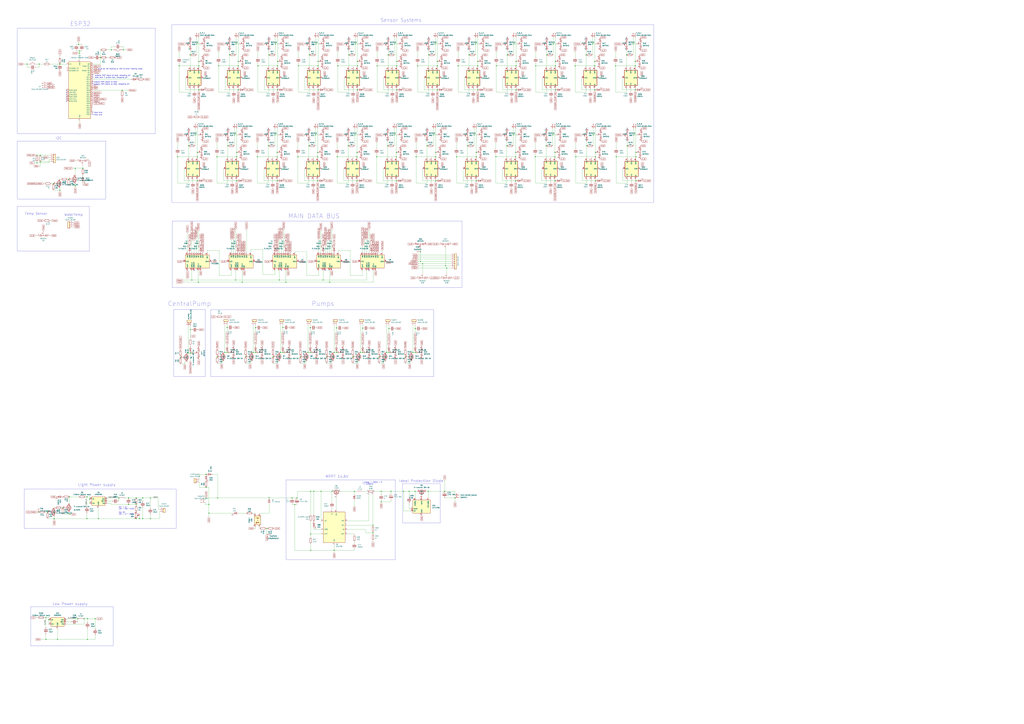
<source format=kicad_sch>
(kicad_sch (version 20230121) (generator eeschema)
  (paper "A0")
  (title_block (title "Plant Controller") (date "2020-12-21") (rev "0.4a") (company "C3MA"))
  (junction (at 242.57 586.105))
  (junction (at 460.756 104.394))
  (junction (at 415.036 76.454))
  (junction (at 110.49 718.82))
  (junction (at 738.378 182.118))
  (junction (at 387.985 639.445))
  (junction (at 100.965 577.215))
  (junction (at 228.346 51.054))
  (junction (at 276.606 76.454))
  (junction (at 274.066 51.054))
  (junction (at 261.112 409.448))
  (junction (at 321.818 177.038))
  (junction (at 322.326 76.454))
  (junction (at 390.652 409.448))
  (junction (at 239.268 566.293))
  (junction (at 143.256 57.912))
  (junction (at 239.268 551.053))
  (junction (at 552.196 51.054))
  (junction (at 437.896 76.454))
  (junction (at 321.818 210.058))
  (junction (at 100.965 602.615))
  (junction (at 230.378 327.914))
  (junction (at 598.678 210.058))
  (junction (at 667.766 76.454))
  (junction (at 442.595 582.93))
  (junction (at 490.728 306.324))
  (junction (at 454.025 570.865))
  (junction (at 621.538 182.118))
  (junction (at 226.568 156.718))
  (junction (at 507.746 76.454))
  (junction (at 552.958 182.118))
  (junction (at 488.188 292.354))
  (junction (at 104.267 579.755))
  (junction (at 415.036 104.394))
  (junction (at 642.366 51.054))
  (junction (at 368.808 210.058))
  (junction (at 346.456 76.454))
  (junction (at 218.44 410.21))
  (junction (at 360.172 380.746))
  (junction (at 505.206 51.054))
  (junction (at 482.092 409.448))
  (junction (at 599.186 71.374))
  (junction (at 328.422 380.492))
  (junction (at 474.98 570.865))
  (junction (at 690.626 71.374))
  (junction (at 242.57 596.265))
  (junction (at 264.668 169.418))
  (junction (at 165.735 578.485))
  (junction (at 348.742 414.528))
  (junction (at 421.132 409.448))
  (junction (at 457.708 156.718))
  (junction (at 274.828 177.038))
  (junction (at 598.678 177.038))
  (junction (at 483.108 182.118))
  (junction (at 62.865 602.615))
  (junction (at 45.466 74.422))
  (junction (at 450.596 63.754))
  (junction (at 73.025 589.915))
  (junction (at 141.859 104.902))
  (junction (at 263.652 409.448))
  (junction (at 42.926 180.34))
  (junction (at 114.3 602.615))
  (junction (at 87.376 215.9))
  (junction (at 344.805 578.485))
  (junction (at 497.586 63.754))
  (junction (at 92.456 59.182))
  (junction (at 31.496 74.422))
  (junction (at 79.756 208.28))
  (junction (at 449.072 409.448))
  (junction (at 554.736 104.394))
  (junction (at 229.108 210.058))
  (junction (at 158.115 602.615))
  (junction (at 634.238 169.418))
  (junction (at 516.255 570.865))
  (junction (at 294.132 409.448))
  (junction (at 530.098 182.118))
  (junction (at 299.466 76.454))
  (junction (at 229.108 177.038))
  (junction (at 404.368 169.418))
  (junction (at 285.242 414.528))
  (junction (at 622.046 76.454))
  (junction (at 319.786 51.054))
  (junction (at 149.225 578.485))
  (junction (at 668.528 182.118))
  (junction (at 360.172 409.448))
  (junction (at 437.388 182.118))
  (junction (at 421.132 381.254))
  (junction (at 468.63 570.865))
  (junction (at 411.48 570.865))
  (junction (at 252.73 578.485))
  (junction (at 312.42 578.485))
  (junction (at 404.876 63.754))
  (junction (at 331.978 327.914))
  (junction (at 161.925 602.615))
  (junction (at 433.07 610.235))
  (junction (at 272.288 156.718))
  (junction (at 738.378 210.058))
  (junction (at 252.222 414.528))
  (junction (at 369.316 104.394))
  (junction (at 507.746 71.374))
  (junction (at 737.616 71.374))
  (junction (at 497.205 570.865))
  (junction (at 460.248 177.038))
  (junction (at 53.34 742.95))
  (junction (at 360.68 639.445))
  (junction (at 596.138 156.718))
  (junction (at 575.818 182.118))
  (junction (at 727.456 63.754))
  (junction (at 458.216 51.054))
  (junction (at 273.558 325.374))
  (junction (at 442.595 570.865))
  (junction (at 507.746 104.394))
  (junction (at 481.965 570.865))
  (junction (at 390.652 381))
  (junction (at 691.388 182.118))
  (junction (at 137.795 578.485))
  (junction (at 375.158 325.374))
  (junction (at 388.112 409.448))
  (junction (at 542.798 169.418))
  (junction (at 552.958 177.038))
  (junction (at 266.446 63.754))
  (junction (at 312.166 63.754))
  (junction (at 385.445 570.865))
  (junction (at 96.266 195.58))
  (junction (at 366.776 51.054))
  (junction (at 598.678 182.118))
  (junction (at 116.586 66.802))
  (junction (at 206.248 182.118))
  (junction (at 644.398 177.038))
  (junction (at 495.808 169.418))
  (junction (at 738.378 177.038))
  (junction (at 66.802 742.95))
  (junction (at 222.758 325.374))
  (junction (at 409.702 414.528))
  (junction (at 517.398 308.864))
  (junction (at 369.316 71.374))
  (junction (at 80.645 577.215))
  (junction (at 644.398 210.058))
  (junction (at 97.79 718.82))
  (junction (at 392.176 76.454))
  (junction (at 298.958 182.118))
  (junction (at 550.418 156.718))
  (junction (at 680.466 63.754))
  (junction (at 230.886 76.454))
  (junction (at 364.49 570.865))
  (junction (at 69.596 220.98))
  (junction (at 460.248 210.058))
  (junction (at 735.838 156.718))
  (junction (at 316.992 414.528))
  (junction (at 531.876 76.454))
  (junction (at 46.736 180.34))
  (junction (at 411.988 156.718))
  (junction (at 230.886 104.394))
  (junction (at 528.32 578.485))
  (junction (at 56.642 720.09))
  (junction (at 737.616 104.394))
  (junction (at 220.726 63.754))
  (junction (at 415.036 71.374))
  (junction (at 158.115 586.105))
  (junction (at 345.948 182.118))
  (junction (at 688.086 51.054))
  (junction (at 544.576 63.754))
  (junction (at 690.626 104.394))
  (junction (at 599.186 104.394))
  (junction (at 588.518 169.418))
  (junction (at 451.612 381.762))
  (junction (at 737.616 76.454))
  (junction (at 479.552 409.448))
  (junction (at 276.606 104.394))
  (junction (at 129.286 57.912))
  (junction (at 274.828 210.058))
  (junction (at 358.648 169.418))
  (junction (at 276.606 71.374))
  (junction (at 505.968 210.058))
  (junction (at 296.672 409.448))
  (junction (at 174.625 602.615))
  (junction (at 44.704 594.995))
  (junction (at 319.278 156.718))
  (junction (at 433.07 619.125))
  (junction (at 372.745 570.865))
  (junction (at 360.68 570.865))
  (junction (at 460.756 71.374))
  (junction (at 450.088 169.418))
  (junction (at 342.265 586.105))
  (junction (at 158.115 578.485))
  (junction (at 505.968 182.118))
  (junction (at 149.225 586.105))
  (junction (at 470.662 414.528))
  (junction (at 251.968 182.118))
  (junction (at 691.388 210.058))
  (junction (at 296.672 380.746))
  (junction (at 208.026 76.454))
  (junction (at 274.828 182.118))
  (junction (at 484.886 76.454))
  (junction (at 644.398 182.118))
  (junction (at 322.326 71.374))
  (junction (at 382.778 327.914))
  (junction (at 391.668 182.118))
  (junction (at 728.218 169.418))
  (junction (at 596.646 51.054))
  (junction (at 253.746 76.454))
  (junction (at 691.388 177.038))
  (junction (at 61.976 213.36))
  (junction (at 322.326 104.394))
  (junction (at 359.156 63.754))
  (junction (at 321.818 182.118))
  (junction (at 80.645 597.535))
  (junction (at 451.612 409.448))
  (junction (at 460.248 182.118))
  (junction (at 505.968 177.038))
  (junction (at 324.358 325.374))
  (junction (at 87.376 195.58))
  (junction (at 366.268 156.718))
  (junction (at 42.926 189.23))
  (junction (at 263.652 380.492))
  (junction (at 634.746 63.754))
  (junction (at 101.6 742.95))
  (junction (at 360.68 620.395))
  (junction (at 220.98 383.032))
  (junction (at 230.886 71.374))
  (junction (at 53.34 717.55))
  (junction (at 554.736 71.374))
  (junction (at 715.518 182.118))
  (junction (at 440.182 414.528))
  (junction (at 735.076 51.054))
  (junction (at 165.735 602.615))
  (junction (at 554.736 76.454))
  (junction (at 599.186 76.454))
  (junction (at 482.092 381.762))
  (junction (at 311.658 169.418))
  (junction (at 412.496 51.054))
  (junction (at 379.222 414.528))
  (junction (at 101.6 718.82))
  (junction (at 339.09 578.485))
  (junction (at 414.528 210.058))
  (junction (at 460.756 76.454))
  (junction (at 90.17 718.82))
  (junction (at 552.958 210.058))
  (junction (at 589.026 63.754))
  (junction (at 503.428 156.718))
  (junction (at 644.906 76.454))
  (junction (at 229.108 182.118))
  (junction (at 209.55 415.29))
  (junction (at 369.316 76.454))
  (junction (at 281.178 327.914))
  (junction (at 174.625 578.485))
  (junction (at 55.245 594.995))
  (junction (at 328.422 409.448))
  (junction (at 488.188 303.784))
  (junction (at 690.626 76.454))
  (junction (at 644.906 71.374))
  (junction (at 688.848 156.718))
  (junction (at 220.98 410.21))
  (junction (at 714.756 76.454))
  (junction (at 69.596 74.422))
  (junction (at 46.736 187.96))
  (junction (at 92.456 61.722))
  (junction (at 418.592 409.448))
  (junction (at 518.668 311.404))
  (junction (at 368.808 182.118))
  (junction (at 91.186 51.562))
  (junction (at 325.882 409.448))
  (junction (at 309.88 614.045))
  (junction (at 414.528 182.118))
  (junction (at 576.326 76.454))
  (junction (at 414.528 177.038))
  (junction (at 368.808 177.038))
  (junction (at 644.906 104.394))
  (junction (at 641.858 156.718))
  (junction (at 681.228 169.418))
  (junction (at 218.948 169.418))
  (junction (at 357.632 409.448))
  (no_connect (at 681.228 149.098))
  (no_connect (at 359.156 43.434))
  (no_connect (at 107.696 132.842))
  (no_connect (at 77.216 107.442))
  (no_connect (at 634.238 149.098))
  (no_connect (at 225.298 313.944))
  (no_connect (at 404.368 149.098))
  (no_connect (at 107.696 97.282))
  (no_connect (at 107.696 87.122))
  (no_connect (at 326.898 313.944))
  (no_connect (at 77.216 112.522))
  (no_connect (at 495.808 149.098))
  (no_connect (at 77.216 117.602))
  (no_connect (at 107.696 89.662))
  (no_connect (at 634.746 43.434))
  (no_connect (at 264.668 149.098))
  (no_connect (at 77.216 104.902))
  (no_connect (at 107.696 94.742))
  (no_connect (at 107.696 130.302))
  (no_connect (at 728.218 149.098))
  (no_connect (at 680.466 43.434))
  (no_connect (at 358.648 149.098))
  (no_connect (at 312.166 43.434))
  (no_connect (at 266.446 43.434))
  (no_connect (at 727.456 43.434))
  (no_connect (at 428.498 313.944))
  (no_connect (at 450.596 43.434))
  (no_connect (at 450.088 149.098))
  (no_connect (at 377.698 313.944))
  (no_connect (at 311.658 149.098))
  (no_connect (at 497.586 43.434))
  (no_connect (at 77.216 115.062))
  (no_connect (at 589.026 43.434))
  (no_connect (at 77.216 109.982))
  (no_connect (at 404.876 43.434))
  (no_connect (at 220.726 43.434))
  (no_connect (at 588.518 149.098))
  (no_connect (at 544.576 43.434))
  (no_connect (at 542.798 149.098))
  (no_connect (at 218.948 149.098))
  (wire (pts (xy 42.926 189.23) (xy 42.926 187.96)))
  (wire (pts (xy 76.962 720.09) (xy 76.962 718.82)))
  (wire (pts (xy 406.908 320.294) (xy 420.878 320.294)))
  (wire (pts (xy 220.726 103.124) (xy 220.726 106.934)))
  (wire (pts (xy 261.366 90.424) (xy 261.366 104.394)))
  (wire (pts (xy 311.658 164.338) (xy 311.658 169.418)))
  (wire (pts (xy 296.545 596.265) (xy 293.37 596.265)))
  (wire (pts (xy 274.828 149.098) (xy 274.828 177.038)))
  (wire (pts (xy 133.096 54.102) (xy 129.286 54.102)))
  (wire (pts (xy 183.515 591.82) (xy 183.515 578.485)))
  (wire (pts (xy 451.612 381.762) (xy 451.612 386.588)))
  (wire (pts (xy 385.318 266.954) (xy 385.318 293.624)))
  (wire (pts (xy 345.44 570.865) (xy 345.44 578.485)))
  (wire (pts (xy 588.518 169.418) (xy 588.518 183.388)))
  (wire (pts (xy 322.326 43.434) (xy 322.326 71.374)))
  (wire (pts (xy 228.346 51.054) (xy 232.156 51.054)))
  (wire (pts (xy 274.828 210.058) (xy 274.828 211.328)))
  (wire (pts (xy 354.076 90.424) (xy 354.076 104.394)))
  (wire (pts (xy 629.158 210.058) (xy 644.398 210.058)))
  (wire (pts (xy 420.878 320.294) (xy 420.878 313.944)))
  (wire (pts (xy 322.072 419.608) (xy 322.072 422.148)))
  (wire (pts (xy 56.896 185.42) (xy 58.166 185.42)))
  (wire (pts (xy 695.706 90.424) (xy 698.246 90.424)))
  (wire (pts (xy 263.652 377.698) (xy 263.652 380.492)))
  (wire (pts (xy 253.746 76.454) (xy 253.746 73.914)))
  (wire (pts (xy 92.456 59.182) (xy 94.996 59.182)))
  (wire (pts (xy 218.948 212.598) (xy 206.248 212.598)))
  (wire (pts (xy 231.648 551.053) (xy 239.268 551.053)))
  (wire (pts (xy 392.176 106.934) (xy 392.176 76.454)))
  (wire (pts (xy 359.156 106.934) (xy 346.456 106.934)))
  (wire (pts (xy 634.746 103.124) (xy 634.746 106.934)))
  (wire (pts (xy 485.648 308.864) (xy 517.398 308.864)))
  (wire (pts (xy 478.282 419.608) (xy 475.742 419.608)))
  (wire (pts (xy 495.808 212.598) (xy 483.108 212.598)))
  (wire (pts (xy 372.745 605.155) (xy 372.745 570.865)))
  (wire (pts (xy 230.886 76.454) (xy 230.886 77.724)))
  (wire (pts (xy 185.42 602.615) (xy 185.42 594.36)))
  (wire (pts (xy 110.49 718.82) (xy 110.49 730.25)))
  (wire (pts (xy 467.868 194.818) (xy 467.868 196.088)))
  (wire (pts (xy 41.656 180.34) (xy 42.926 180.34)))
  (wire (pts (xy 399.796 104.394) (xy 415.036 104.394)))
  (wire (pts (xy 738.378 182.118) (xy 738.378 183.388)))
  (wire (pts (xy 390.652 409.448) (xy 388.112 409.448)))
  (wire (pts (xy 322.326 71.374) (xy 322.326 76.454)))
  (wire (pts (xy 422.148 194.818) (xy 422.148 196.088)))
  (wire (pts (xy 737.616 103.124) (xy 737.616 104.394)))
  (wire (pts (xy 390.525 578.485) (xy 390.525 592.455)))
  (wire (pts (xy 644.398 210.058) (xy 644.398 211.328)))
  (wire (pts (xy 470.662 413.258) (xy 470.662 414.528)))
  (wire (pts (xy 404.876 103.124) (xy 404.876 106.934)))
  (wire (pts (xy 450.088 164.338) (xy 450.088 169.418)))
  (wire (pts (xy 490.728 196.088) (xy 490.728 210.058)))
  (wire (pts (xy 437.896 76.454) (xy 437.896 73.914)))
  (wire (pts (xy 737.616 104.394) (xy 737.616 105.664)))
  (wire (pts (xy 735.838 156.718) (xy 739.648 156.718)))
  (wire (pts (xy 161.925 602.615) (xy 165.735 602.615)))
  (wire (pts (xy 217.678 270.764) (xy 217.678 293.624)))
  (wire (pts (xy 87.376 195.58) (xy 87.376 203.2)))
  (wire (pts (xy 539.496 90.424) (xy 539.496 104.394)))
  (wire (pts (xy 220.98 419.608) (xy 220.98 410.21)))
  (wire (pts (xy 329.438 194.818) (xy 329.438 196.088)))
  (wire (pts (xy 537.718 196.088) (xy 537.718 210.058)))
  (wire (pts (xy 604.266 90.424) (xy 606.806 90.424)))
  (wire (pts (xy 345.948 182.118) (xy 345.948 179.578)))
  (wire (pts (xy 497.205 570.865) (xy 497.205 578.485)))
  (wire (pts (xy 62.865 602.615) (xy 100.965 602.615)))
  (wire (pts (xy 61.976 220.98) (xy 69.596 220.98)))
  (wire (pts (xy 276.606 43.434) (xy 276.606 71.374)))
  (wire (pts (xy 512.826 90.424) (xy 515.366 90.424)))
  (wire (pts (xy 174.625 597.535) (xy 174.625 602.615)))
  (wire (pts (xy 346.456 76.454) (xy 369.316 76.454)))
  (wire (pts (xy 114.3 602.615) (xy 114.3 589.915)))
  (wire (pts (xy 517.398 308.864) (xy 523.748 308.864)))
  (wire (pts (xy 385.445 570.865) (xy 385.445 582.93)))
  (wire (pts (xy 714.756 76.454) (xy 714.756 73.914)))
  (wire (pts (xy 298.958 165.608) (xy 298.958 171.958)))
  (wire (pts (xy 680.466 106.934) (xy 667.766 106.934)))
  (wire (pts (xy 259.588 210.058) (xy 274.828 210.058)))
  (wire (pts (xy 409.702 413.258) (xy 409.702 414.528)))
  (wire (pts (xy 328.422 380.492) (xy 328.422 385.318)))
  (wire (pts (xy 737.616 43.434) (xy 737.616 71.374)))
  (wire (pts (xy 271.526 103.124) (xy 271.526 105.664)))
  (wire (pts (xy 324.358 313.944) (xy 324.358 325.374)))
  (wire (pts (xy 254.508 291.084) (xy 254.508 320.294)))
  (wire (pts (xy 128.905 584.835) (xy 128.905 586.105)))
  (wire (pts (xy 392.938 293.624) (xy 392.938 291.084)))
  (wire (pts (xy 415.036 104.394) (xy 415.036 105.664)))
  (wire (pts (xy 411.48 570.865) (xy 411.48 574.04)))
  (wire (pts (xy 485.648 306.324) (xy 490.728 306.324)))
  (wire (pts (xy 364.236 103.124) (xy 364.236 105.664)))
  (wire (pts (xy 279.908 196.088) (xy 282.448 196.088)))
  (wire (pts (xy 392.938 291.084) (xy 406.908 291.084)))
  (wire (pts (xy 675.386 90.424) (xy 675.386 104.394)))
  (wire (pts (xy 321.818 182.118) (xy 321.818 183.388)))
  (wire (pts (xy 309.245 614.045) (xy 309.88 614.045)))
  (wire (pts (xy 442.595 570.865) (xy 435.61 570.865)))
  (wire (pts (xy 484.886 76.454) (xy 507.746 76.454)))
  (wire (pts (xy 417.322 419.608) (xy 414.782 419.608)))
  (wire (pts (xy 542.798 169.418) (xy 542.798 183.388)))
  (wire (pts (xy 550.418 149.098) (xy 550.418 156.718)))
  (wire (pts (xy 92.456 59.182) (xy 92.456 61.722)))
  (wire (pts (xy 324.612 419.608) (xy 322.072 419.608)))
  (wire (pts (xy 104.14 579.755) (xy 104.267 579.755)))
  (wire (pts (xy 58.166 74.422) (xy 69.596 74.422)))
  (wire (pts (xy 305.308 289.814) (xy 305.308 319.024)))
  (wire (pts (xy 358.648 212.598) (xy 345.948 212.598)))
  (wire (pts (xy 316.992 413.258) (xy 316.992 414.528)))
  (wire (pts (xy 691.388 149.098) (xy 691.388 177.038)))
  (wire (pts (xy 560.578 194.818) (xy 560.578 196.088)))
  (wire (pts (xy 360.68 570.865) (xy 364.49 570.865)))
  (wire (pts (xy 131.826 57.912) (xy 129.286 57.912)))
  (wire (pts (xy 530.098 212.598) (xy 530.098 182.118)))
  (wire (pts (xy 681.228 212.598) (xy 668.528 212.598)))
  (wire (pts (xy 411.48 581.66) (xy 411.48 588.01)))
  (wire (pts (xy 53.34 717.55) (xy 56.642 717.55)))
  (wire (pts (xy 100.965 596.265) (xy 100.965 602.615)))
  (wire (pts (xy 342.138 292.354) (xy 356.108 292.354)))
  (wire (pts (xy 552.196 51.054) (xy 556.006 51.054)))
  (wire (pts (xy 263.652 409.448) (xy 266.192 409.448)))
  (wire (pts (xy 97.79 718.82) (xy 101.6 718.82)))
  (wire (pts (xy 366.776 51.054) (xy 366.776 63.754)))
  (wire (pts (xy 239.268 566.293) (xy 242.57 566.293)))
  (wire (pts (xy 96.266 191.77) (xy 96.266 195.58)))
  (wire (pts (xy 688.086 51.054) (xy 691.896 51.054)))
  (wire (pts (xy 723.138 210.058) (xy 738.378 210.058)))
  (wire (pts (xy 387.985 633.095) (xy 387.985 639.445)))
  (wire (pts (xy 261.366 104.394) (xy 276.606 104.394)))
  (wire (pts (xy 276.606 103.124) (xy 276.606 104.394)))
  (wire (pts (xy 596.138 156.718) (xy 596.138 169.418)))
  (wire (pts (xy 505.206 51.054) (xy 509.016 51.054)))
  (wire (pts (xy 382.778 327.914) (xy 433.578 327.914)))
  (wire (pts (xy 69.596 74.422) (xy 77.216 74.422)))
  (wire (pts (xy 110.49 718.82) (xy 111.76 718.82)))
  (wire (pts (xy 513.588 194.818) (xy 513.588 196.088)))
  (wire (pts (xy 328.422 409.448) (xy 325.882 409.448)))
  (wire (pts (xy 339.09 586.105) (xy 342.265 586.105)))
  (wire (pts (xy 583.438 196.088) (xy 583.438 210.058)))
  (wire (pts (xy 301.625 596.265) (xy 301.625 596.9)))
  (wire (pts (xy 437.388 212.598) (xy 437.388 182.118)))
  (wire (pts (xy 544.576 63.754) (xy 544.576 77.724)))
  (wire (pts (xy 356.108 320.294) (xy 370.078 320.294)))
  (wire (pts (xy 559.816 90.424) (xy 562.356 90.424)))
  (wire (pts (xy 185.42 591.82) (xy 183.515 591.82)))
  (wire (pts (xy 158.115 578.485) (xy 165.735 578.485)))
  (wire (pts (xy 484.886 76.454) (xy 484.886 73.914)))
  (wire (pts (xy 468.63 570.865) (xy 474.98 570.865)))
  (wire (pts (xy 404.876 106.934) (xy 392.176 106.934)))
  (wire (pts (xy 483.108 165.608) (xy 483.108 171.958)))
  (wire (pts (xy 372.745 570.865) (xy 385.445 570.865)))
  (wire (pts (xy 274.066 51.054) (xy 277.876 51.054)))
  (wire (pts (xy 62.865 602.615) (xy 62.865 603.885)))
  (wire (pts (xy 552.196 43.434) (xy 552.196 51.054)))
  (wire (pts (xy 268.478 278.384) (xy 268.478 293.624)))
  (wire (pts (xy 42.926 180.34) (xy 46.736 180.34)))
  (wire (pts (xy 390.652 401.066) (xy 390.652 401.828)))
  (wire (pts (xy 375.158 313.944) (xy 375.158 325.374)))
  (wire (pts (xy 231.648 557.403) (xy 231.648 551.053)))
  (wire (pts (xy 481.965 570.865) (xy 481.965 578.485)))
  (wire (pts (xy 502.666 103.124) (xy 502.666 105.664)))
  (wire (pts (xy 596.646 43.434) (xy 596.646 51.054)))
  (wire (pts (xy 312.166 63.754) (xy 312.166 77.724)))
  (wire (pts (xy 141.859 104.902) (xy 107.696 104.902)))
  (wire (pts (xy 488.188 303.784) (xy 523.748 303.784)))
  (wire (pts (xy 296.672 377.698) (xy 296.672 380.746)))
  (wire (pts (xy 404.368 169.418) (xy 404.368 183.388)))
  (wire (pts (xy 404.876 63.754) (xy 404.876 77.724)))
  (wire (pts (xy 450.596 63.754) (xy 450.596 77.724)))
  (wire (pts (xy 497.586 106.934) (xy 484.886 106.934)))
  (wire (pts (xy 124.206 66.802) (xy 126.746 66.802)))
  (wire (pts (xy 96.266 212.09) (xy 96.266 214.63)))
  (wire (pts (xy 528.32 582.93) (xy 528.32 578.485)))
  (wire (pts (xy 562.356 89.154) (xy 562.356 90.424)))
  (wire (pts (xy 503.428 156.718) (xy 503.428 169.418)))
  (wire (pts (xy 639.318 208.788) (xy 639.318 211.328)))
  (wire (pts (xy 114.3 602.615) (xy 158.115 602.615)))
  (wire (pts (xy 272.288 149.098) (xy 272.288 156.718)))
  (wire (pts (xy 411.48 620.395) (xy 411.48 621.665)))
  (wire (pts (xy 327.406 90.424) (xy 329.946 90.424)))
  (wire (pts (xy 639.826 103.124) (xy 639.826 105.664)))
  (wire (pts (xy 76.962 718.82) (xy 90.17 718.82)))
  (wire (pts (xy 251.968 182.118) (xy 274.828 182.118)))
  (wire (pts (xy 594.106 103.124) (xy 594.106 105.664)))
  (wire (pts (xy 531.876 59.944) (xy 531.876 66.294)))
  (wire (pts (xy 92.456 61.722) (xy 91.186 61.722)))
  (wire (pts (xy 234.188 196.088) (xy 236.728 196.088)))
  (wire (pts (xy 391.668 182.118) (xy 391.668 179.578)))
  (wire (pts (xy 475.742 422.148) (xy 470.662 422.148)))
  (wire (pts (xy 100.965 577.215) (xy 104.267 577.215)))
  (wire (pts (xy 598.678 208.788) (xy 598.678 210.058)))
  (wire (pts (xy 427.99 605.155) (xy 403.225 605.155)))
  (wire (pts (xy 714.756 59.944) (xy 714.756 66.294)))
  (wire (pts (xy 451.612 409.448) (xy 449.072 409.448)))
  (wire (pts (xy 34.036 78.232) (xy 31.496 78.232)))
  (wire (pts (xy 421.132 381.254) (xy 421.132 386.08)))
  (wire (pts (xy 129.286 54.102) (xy 129.286 57.912)))
  (wire (pts (xy 379.222 413.258) (xy 379.222 414.528)))
  (wire (pts (xy 322.326 104.394) (xy 322.326 105.664)))
  (wire (pts (xy 544.576 103.124) (xy 544.576 106.934)))
  (wire (pts (xy 53.34 717.55) (xy 53.34 728.98)))
  (wire (pts (xy 274.066 43.434) (xy 274.066 51.054)))
  (wire (pts (xy 451.612 409.448) (xy 454.152 409.448)))
  (wire (pts (xy 317.246 103.124) (xy 317.246 105.664)))
  (wire (pts (xy 552.958 208.788) (xy 552.958 210.058)))
  (wire (pts (xy 468.376 89.154) (xy 468.376 90.424)))
  (wire (pts (xy 360.68 620.395) (xy 372.745 620.395)))
  (wire (pts (xy 458.216 43.434) (xy 458.216 51.054)))
  (wire (pts (xy 220.98 410.21) (xy 225.806 410.21)))
  (wire (pts (xy 364.49 615.315) (xy 364.49 613.41)))
  (wire (pts (xy 76.962 725.17) (xy 97.79 725.17)))
  (wire (pts (xy 445.516 90.424) (xy 445.516 104.394)))
  (wire (pts (xy 442.595 582.93) (xy 442.595 584.2)))
  (wire (pts (xy 212.598 325.374) (xy 222.758 325.374)))
  (wire (pts (xy 411.48 570.865) (xy 414.02 570.865)))
  (wire (pts (xy 290.322 419.608) (xy 290.322 422.148)))
  (wire (pts (xy 433.07 610.235) (xy 433.07 610.87)))
  (wire (pts (xy 263.652 380.492) (xy 263.652 385.318)))
  (wire (pts (xy 399.796 90.424) (xy 399.796 104.394)))
  (wire (pts (xy 414.782 419.608) (xy 414.782 422.148)))
  (wire (pts (xy 423.418 278.384) (xy 423.418 293.624)))
  (wire (pts (xy 226.568 156.718) (xy 230.378 156.718)))
  (wire (pts (xy 259.588 196.088) (xy 259.588 210.058)))
  (wire (pts (xy 644.906 71.374) (xy 644.906 76.454)))
  (wire (pts (xy 507.746 103.124) (xy 507.746 104.394)))
  (wire (pts (xy 345.44 570.865) (xy 360.68 570.865)))
  (wire (pts (xy 331.978 327.914) (xy 382.778 327.914)))
  (wire (pts (xy 360.172 380.746) (xy 360.172 385.572)))
  (wire (pts (xy 247.015 551.053) (xy 252.73 551.053)))
  (wire (pts (xy 667.766 59.944) (xy 667.766 66.294)))
  (wire (pts (xy 649.986 90.424) (xy 652.526 90.424)))
  (wire (pts (xy 505.968 210.058) (xy 505.968 211.328)))
  (wire (pts (xy 387.985 639.445) (xy 387.985 641.985)))
  (wire (pts (xy 598.678 182.118) (xy 598.678 183.388)))
  (wire (pts (xy 507.746 43.434) (xy 507.746 71.374)))
  (wire (pts (xy 296.672 380.746) (xy 296.672 385.572)))
  (wire (pts (xy 403.225 610.235) (xy 433.07 610.235)))
  (wire (pts (xy 272.288 156.718) (xy 272.288 169.418)))
  (wire (pts (xy 474.98 584.835) (xy 474.98 591.185)))
  (wire (pts (xy 242.57 596.265) (xy 242.57 600.71)))
  (wire (pts (xy 281.178 327.914) (xy 331.978 327.914)))
  (wire (pts (xy 212.598 327.914) (xy 230.378 327.914)))
  (wire (pts (xy 57.912 273.685) (xy 59.182 273.685)))
  (wire (pts (xy 403.225 620.395) (xy 411.48 620.395)))
  (wire (pts (xy 253.746 59.944) (xy 253.746 66.294)))
  (wire (pts (xy 319.786 51.054) (xy 319.786 63.754)))
  (wire (pts (xy 79.756 215.9) (xy 87.376 215.9)))
  (wire (pts (xy 425.958 278.384) (xy 425.958 293.624)))
  (wire (pts (xy 406.908 291.084) (xy 406.908 320.294)))
  (wire (pts (xy 91.186 51.562) (xy 94.996 51.562)))
  (wire (pts (xy 215.646 104.394) (xy 230.886 104.394)))
  (wire (pts (xy 542.798 164.338) (xy 542.798 169.418)))
  (wire (pts (xy 364.49 570.865) (xy 372.745 570.865)))
  (wire (pts (xy 286.258 266.954) (xy 286.258 293.624)))
  (wire (pts (xy 599.186 104.394) (xy 599.186 105.664)))
  (wire (pts (xy 321.818 210.058) (xy 321.818 211.328)))
  (wire (pts (xy 516.255 570.865) (xy 528.32 570.865)))
  (wire (pts (xy 552.958 177.038) (xy 552.958 182.118)))
  (wire (pts (xy 261.112 409.448) (xy 259.842 409.448)))
  (wire (pts (xy 445.008 210.058) (xy 460.248 210.058)))
  (wire (pts (xy 145.415 578.485) (xy 149.225 578.485)))
  (wire (pts (xy 321.818 149.098) (xy 321.818 177.038)))
  (wire (pts (xy 73.025 597.535) (xy 80.645 597.535)))
  (wire (pts (xy 220.98 383.032) (xy 222.504 383.032)))
  (wire (pts (xy 414.528 149.098) (xy 414.528 177.038)))
  (wire (pts (xy 281.178 313.944) (xy 281.178 327.914)))
  (wire (pts (xy 360.68 605.79) (xy 360.68 620.395)))
  (wire (pts (xy 309.88 614.045) (xy 309.88 621.03)))
  (wire (pts (xy 42.672 273.685) (xy 41.402 273.685)))
  (wire (pts (xy 299.466 106.934) (xy 299.466 76.454)))
  (wire (pts (xy 312.166 58.674) (xy 312.166 63.754)))
  (wire (pts (xy 274.828 208.788) (xy 274.828 210.058)))
  (wire (pts (xy 427.99 574.675) (xy 427.99 605.155)))
  (wire (pts (xy 414.782 422.148) (xy 409.702 422.148)))
  (wire (pts (xy 447.802 419.608) (xy 445.262 419.608)))
  (wire (pts (xy 101.6 718.82) (xy 101.6 722.63)))
  (wire (pts (xy 483.108 182.118) (xy 505.968 182.118)))
  (wire (pts (xy 451.612 377.698) (xy 451.612 381.762)))
  (wire (pts (xy 128.905 586.105) (xy 149.225 586.105)))
  (wire (pts (xy 443.738 291.084) (xy 443.738 293.624)))
  (wire (pts (xy 84.836 195.58) (xy 87.376 195.58)))
  (wire (pts (xy 325.882 409.448) (xy 324.612 409.448)))
  (wire (pts (xy 225.806 103.124) (xy 225.806 105.664)))
  (wire (pts (xy 263.652 401.828) (xy 263.652 400.558)))
  (wire (pts (xy 263.652 409.448) (xy 261.112 409.448)))
  (wire (pts (xy 460.248 149.098) (xy 460.248 177.038)))
  (wire (pts (xy 230.886 103.124) (xy 230.886 104.394)))
  (wire (pts (xy 124.46 578.485) (xy 137.795 578.485)))
  (wire (pts (xy 542.798 212.598) (xy 530.098 212.598)))
  (wire (pts (xy 554.736 76.454) (xy 554.736 77.724)))
  (wire (pts (xy 500.888 208.788) (xy 500.888 211.328)))
  (wire (pts (xy 41.91 717.55) (xy 43.942 717.55)))
  (wire (pts (xy 80.645 597.535) (xy 80.645 594.995)))
  (wire (pts (xy 208.026 76.454) (xy 230.886 76.454)))
  (wire (pts (xy 552.958 182.118) (xy 552.958 183.388)))
  (wire (pts (xy 688.086 43.434) (xy 688.086 51.054)))
  (wire (pts (xy 230.378 268.224) (xy 230.378 293.624)))
  (wire (pts (xy 143.256 57.912) (xy 141.986 57.912)))
  (wire (pts (xy 360.172 400.812) (xy 360.172 401.828)))
  (wire (pts (xy 229.108 177.038) (xy 229.108 182.118)))
  (wire (pts (xy 225.298 279.654) (xy 225.298 293.624)))
  (wire (pts (xy 56.896 182.88) (xy 58.166 182.88)))
  (wire (pts (xy 322.326 76.454) (xy 322.326 77.724)))
  (wire (pts (xy 174.625 578.485) (xy 183.515 578.485)))
  (wire (pts (xy 691.388 208.788) (xy 691.388 210.058)))
  (wire (pts (xy 274.828 182.118) (xy 274.828 183.388)))
  (wire (pts (xy 421.132 377.698) (xy 421.132 381.254)))
  (wire (pts (xy 80.645 577.215) (xy 80.645 584.835)))
  (wire (pts (xy 485.648 303.784) (xy 488.188 303.784)))
  (wire (pts (xy 218.44 410.21) (xy 217.17 410.21)))
  (wire (pts (xy 69.596 66.802) (xy 69.596 64.262)))
  (wire (pts (xy 598.678 210.058) (xy 598.678 211.328)))
  (wire (pts (xy 505.206 51.054) (xy 505.206 63.754)))
  (wire (pts (xy 46.736 193.04) (xy 46.736 187.96)))
  (wire (pts (xy 218.948 169.418) (xy 218.948 183.388)))
  (wire (pts (xy 124.46 582.295) (xy 130.175 582.295)))
  (wire (pts (xy 238.125 583.565) (xy 238.125 586.105)))
  (wire (pts (xy 261.112 377.698) (xy 261.112 409.448)))
  (wire (pts (xy 403.225 615.315) (xy 424.815 615.315)))
  (wire (pts (xy 104.267 579.755) (xy 104.267 577.215)))
  (wire (pts (xy 596.138 156.718) (xy 599.948 156.718)))
  (wire (pts (xy 266.446 58.674) (xy 266.446 63.754)))
  (wire (pts (xy 80.645 597.535) (xy 81.915 597.535)))
  (wire (pts (xy 696.468 196.088) (xy 699.008 196.088)))
  (wire (pts (xy 296.545 614.045) (xy 296.545 612.14)))
  (wire (pts (xy 252.73 551.053) (xy 252.73 578.485)))
  (wire (pts (xy 583.946 90.424) (xy 583.946 104.394)))
  (wire (pts (xy 644.906 43.434) (xy 644.906 71.374)))
  (wire (pts (xy 606.806 89.154) (xy 606.806 90.424)))
  (wire (pts (xy 437.896 106.934) (xy 437.896 76.454)))
  (wire (pts (xy 240.538 291.084) (xy 240.538 293.624)))
  (wire (pts (xy 369.316 71.374) (xy 369.316 76.454)))
  (wire (pts (xy 675.386 104.394) (xy 690.626 104.394)))
  (wire (pts (xy 460.248 208.788) (xy 460.248 210.058)))
  (wire (pts (xy 621.538 165.608) (xy 621.538 171.958)))
  (wire (pts (xy 634.746 58.674) (xy 634.746 63.754)))
  (wire (pts (xy 485.648 296.164) (xy 523.748 296.164)))
  (wire (pts (xy 598.678 177.038) (xy 598.678 182.118)))
  (wire (pts (xy 47.752 742.95) (xy 53.34 742.95)))
  (wire (pts (xy 442.595 574.04) (xy 442.595 570.865)))
  (wire (pts (xy 129.286 57.912) (xy 124.206 57.912)))
  (wire (pts (xy 445.008 196.088) (xy 445.008 210.058)))
  (wire (pts (xy 723.138 196.088) (xy 723.138 210.058)))
  (wire (pts (xy 228.346 51.054) (xy 228.346 63.754)))
  (wire (pts (xy 319.278 149.098) (xy 319.278 156.718)))
  (wire (pts (xy 359.156 103.124) (xy 359.156 106.934)))
  (wire (pts (xy 576.326 76.454) (xy 599.186 76.454)))
  (wire (pts (xy 644.398 182.118) (xy 644.398 183.388)))
  (wire (pts (xy 326.898 196.088) (xy 329.438 196.088)))
  (wire (pts (xy 737.616 76.454) (xy 737.616 77.724)))
  (wire (pts (xy 228.346 43.434) (xy 228.346 51.054)))
  (wire (pts (xy 409.448 208.788) (xy 409.448 211.328)))
  (wire (pts (xy 415.036 43.434) (xy 415.036 71.374)))
  (wire (pts (xy 31.496 78.232) (xy 31.496 74.422)))
  (wire (pts (xy 485.648 298.704) (xy 523.748 298.704)))
  (wire (pts (xy 229.108 210.058) (xy 229.108 211.328)))
  (wire (pts (xy 370.078 278.384) (xy 370.078 293.624)))
  (wire (pts (xy 299.466 76.454) (xy 299.466 73.914)))
  (wire (pts (xy 492.506 104.394) (xy 507.746 104.394)))
  (wire (pts (xy 357.632 409.448) (xy 356.362 409.448)))
  (wire (pts (xy 305.308 319.024) (xy 319.278 319.024)))
  (wire (pts (xy 306.578 210.058) (xy 321.818 210.058)))
  (wire (pts (xy 537.718 210.058) (xy 552.958 210.058)))
  (wire (pts (xy 691.388 182.118) (xy 691.388 183.388)))
  (wire (pts (xy 251.968 182.118) (xy 251.968 179.578)))
  (wire (pts (xy 698.246 89.154) (xy 698.246 90.424)))
  (wire (pts (xy 218.44 410.21) (xy 220.98 410.21)))
  (wire (pts (xy 681.228 164.338) (xy 681.228 169.418)))
  (wire (pts (xy 681.228 208.788) (xy 681.228 212.598)))
  (wire (pts (xy 412.496 51.054) (xy 416.306 51.054)))
  (wire (pts (xy 101.6 730.25) (xy 101.6 742.95)))
  (wire (pts (xy 116.586 66.802) (xy 116.586 74.422)))
  (wire (pts (xy 411.988 156.718) (xy 411.988 169.418)))
  (wire (pts (xy 87.376 215.9) (xy 87.376 213.36)))
  (wire (pts (xy 358.648 164.338) (xy 358.648 169.418)))
  (wire (pts (xy 252.73 578.485) (xy 312.42 578.485)))
  (wire (pts (xy 273.558 266.954) (xy 273.558 293.624)))
  (wire (pts (xy 505.968 208.788) (xy 505.968 210.058)))
  (wire (pts (xy 450.596 103.124) (xy 450.596 106.934)))
  (wire (pts (xy 124.46 584.835) (xy 128.905 584.835)))
  (wire (pts (xy 475.742 419.608) (xy 475.742 422.148)))
  (wire (pts (xy 230.886 104.394) (xy 230.886 105.664)))
  (wire (pts (xy 621.538 212.598) (xy 621.538 182.118)))
  (wire (pts (xy 158.115 586.105) (xy 158.115 587.375)))
  (wire (pts (xy 437.388 182.118) (xy 437.388 179.578)))
  (wire (pts (xy 652.018 194.818) (xy 652.018 196.088)))
  (wire (pts (xy 96.266 204.47) (xy 96.266 203.2)))
  (wire (pts (xy 455.168 208.788) (xy 455.168 211.328)))
  (wire (pts (xy 474.98 570.865) (xy 474.98 577.215)))
  (wire (pts (xy 236.728 194.818) (xy 236.728 196.088)))
  (wire (pts (xy 681.228 169.418) (xy 681.228 183.388)))
  (wire (pts (xy 589.026 103.124) (xy 589.026 106.934)))
  (wire (pts (xy 107.696 74.422) (xy 116.586 74.422)))
  (wire (pts (xy 411.48 639.445) (xy 387.985 639.445)))
  (wire (pts (xy 460.248 210.058) (xy 460.248 211.328)))
  (wire (pts (xy 324.358 278.384) (xy 324.358 293.624)))
  (wire (pts (xy 27.686 74.422) (xy 31.496 74.422)))
  (wire (pts (xy 685.546 103.124) (xy 685.546 105.664)))
  (wire (pts (xy 589.026 63.754) (xy 589.026 77.724)))
  (wire (pts (xy 266.446 103.124) (xy 266.446 106.934)))
  (wire (pts (xy 621.538 182.118) (xy 644.398 182.118)))
  (wire (pts (xy 390.652 377.698) (xy 390.652 381)))
  (wire (pts (xy 240.538 291.084) (xy 254.508 291.084)))
  (wire (pts (xy 460.756 71.374) (xy 460.756 76.454)))
  (wire (pts (xy 715.518 182.118) (xy 738.378 182.118)))
  (wire (pts (xy 411.48 629.285) (xy 411.48 630.555)))
  (wire (pts (xy 360.68 631.825) (xy 360.68 639.445)))
  (wire (pts (xy 599.186 103.124) (xy 599.186 104.394)))
  (wire (pts (xy 733.298 208.788) (xy 733.298 211.328)))
  (wire (pts (xy 644.906 104.394) (xy 644.906 105.664)))
  (wire (pts (xy 251.968 212.598) (xy 251.968 182.118)))
  (wire (pts (xy 213.868 210.058) (xy 229.108 210.058)))
  (wire (pts (xy 629.666 104.394) (xy 644.906 104.394)))
  (wire (pts (xy 252.222 413.258) (xy 252.222 414.528)))
  (wire (pts (xy 299.466 59.944) (xy 299.466 66.294)))
  (wire (pts (xy 668.528 212.598) (xy 668.528 182.118)))
  (wire (pts (xy 691.388 177.038) (xy 691.388 182.118)))
  (wire (pts (xy 42.926 189.23) (xy 56.896 189.23)))
  (wire (pts (xy 231.648 559.943) (xy 231.648 566.293)))
  (wire (pts (xy 344.805 578.485) (xy 345.44 578.485)))
  (wire (pts (xy 474.98 570.865) (xy 481.965 570.865)))
  (wire (pts (xy 503.428 149.098) (xy 503.428 156.718)))
  (wire (pts (xy 238.125 578.485) (xy 252.73 578.485)))
  (wire (pts (xy 476.885 593.725) (xy 468.63 593.725)))
  (wire (pts (xy 732.536 103.124) (xy 732.536 105.664)))
  (wire (pts (xy 518.668 311.404) (xy 523.748 311.404)))
  (wire (pts (xy 458.216 51.054) (xy 458.216 63.754)))
  (wire (pts (xy 479.552 409.448) (xy 478.282 409.448)))
  (wire (pts (xy 56.642 720.09) (xy 56.642 725.17)))
  (wire (pts (xy 331.978 313.944) (xy 331.978 327.914)))
  (wire (pts (xy 550.418 156.718) (xy 554.228 156.718)))
  (wire (pts (xy 544.576 106.934) (xy 531.876 106.934)))
  (wire (pts (xy 528.32 570.865) (xy 528.32 575.31)))
  (wire (pts (xy 642.366 51.054) (xy 646.176 51.054)))
  (wire (pts (xy 91.186 49.022) (xy 91.186 51.562)))
  (wire (pts (xy 375.158 325.374) (xy 425.958 325.374)))
  (wire (pts (xy 309.88 614.045) (xy 310.515 614.045)))
  (wire (pts (xy 319.278 319.024) (xy 319.278 313.944)))
  (wire (pts (xy 641.858 149.098) (xy 641.858 156.718)))
  (wire (pts (xy 583.946 104.394) (xy 599.186 104.394)))
  (wire (pts (xy 368.808 210.058) (xy 368.808 211.328)))
  (wire (pts (xy 328.422 409.448) (xy 330.962 409.448)))
  (wire (pts (xy 208.026 106.934) (xy 208.026 76.454)))
  (wire (pts (xy 404.368 164.338) (xy 404.368 169.418)))
  (wire (pts (xy 345.948 165.608) (xy 345.948 171.958)))
  (wire (pts (xy 360.172 377.698) (xy 360.172 380.746)))
  (wire (pts (xy 603.758 196.088) (xy 606.298 196.088)))
  (wire (pts (xy 346.456 59.944) (xy 346.456 66.294)))
  (wire (pts (xy 88.646 51.562) (xy 91.186 51.562)))
  (wire (pts (xy 319.278 156.718) (xy 323.088 156.718)))
  (wire (pts (xy 363.728 208.788) (xy 363.728 211.328)))
  (wire (pts (xy 291.338 289.814) (xy 305.308 289.814)))
  (wire (pts (xy 404.368 208.788) (xy 404.368 212.598)))
  (wire (pts (xy 576.326 106.934) (xy 576.326 76.454)))
  (wire (pts (xy 45.466 78.232) (xy 45.466 74.422)))
  (wire (pts (xy 450.088 212.598) (xy 437.388 212.598)))
  (wire (pts (xy 368.808 149.098) (xy 368.808 177.038)))
  (wire (pts (xy 728.218 169.418) (xy 728.218 183.388)))
  (wire (pts (xy 479.552 377.698) (xy 479.552 409.448)))
  (wire (pts (xy 588.518 212.598) (xy 575.818 212.598)))
  (wire (pts (xy 691.388 210.058) (xy 691.388 211.328)))
  (wire (pts (xy 644.398 177.038) (xy 644.398 182.118)))
  (wire (pts (xy 589.026 58.674) (xy 589.026 63.754)))
  (wire (pts (xy 688.848 149.098) (xy 688.848 156.718)))
  (wire (pts (xy 165.735 589.915) (xy 165.735 602.615)))
  (wire (pts (xy 46.736 180.34) (xy 58.166 180.34)))
  (wire (pts (xy 420.116 90.424) (xy 422.656 90.424)))
  (wire (pts (xy 58.166 256.286) (xy 59.436 256.286)))
  (wire (pts (xy 342.265 586.105) (xy 344.805 586.105)))
  (wire (pts (xy 226.568 149.098) (xy 226.568 156.718)))
  (wire (pts (xy 488.188 292.354) (xy 488.188 303.784)))
  (wire (pts (xy 390.652 381) (xy 390.652 385.826)))
  (wire (pts (xy 668.528 165.608) (xy 668.528 171.958)))
  (wire (pts (xy 517.398 288.544) (xy 517.398 308.864)))
  (wire (pts (xy 412.496 43.434) (xy 412.496 51.054)))
  (wire (pts (xy 494.665 570.865) (xy 497.205 570.865)))
  (wire (pts (xy 576.326 59.944) (xy 576.326 66.294)))
  (wire (pts (xy 251.968 165.608) (xy 251.968 171.958)))
  (wire (pts (xy 742.696 90.424) (xy 745.236 90.424)))
  (wire (pts (xy 495.808 208.788) (xy 495.808 212.598)))
  (wire (pts (xy 227.838 277.114) (xy 227.838 293.624)))
  (wire (pts (xy 690.626 71.374) (xy 690.626 76.454)))
  (wire (pts (xy 140.716 54.102) (xy 143.256 54.102)))
  (wire (pts (xy 460.756 104.394) (xy 460.756 105.664)))
  (wire (pts (xy 699.008 194.818) (xy 699.008 196.088)))
  (wire (pts (xy 31.496 74.422) (xy 32.766 74.422)))
  (wire (pts (xy 40.386 189.23) (xy 42.926 189.23)))
  (wire (pts (xy 518.668 311.404) (xy 518.668 317.754)))
  (wire (pts (xy 319.786 51.054) (xy 323.596 51.054)))
  (wire (pts (xy 376.428 194.818) (xy 376.428 196.088)))
  (wire (pts (xy 450.088 169.418) (xy 450.088 183.388)))
  (wire (pts (xy 634.746 106.934) (xy 622.046 106.934)))
  (wire (pts (xy 634.238 164.338) (xy 634.238 169.418)))
  (wire (pts (xy 214.63 420.37) (xy 214.63 422.91)))
  (wire (pts (xy 422.656 89.154) (xy 422.656 90.424)))
  (wire (pts (xy 414.528 208.788) (xy 414.528 210.058)))
  (wire (pts (xy 52.705 594.995) (xy 55.245 594.995)))
  (wire (pts (xy 395.605 570.865) (xy 411.48 570.865)))
  (wire (pts (xy 96.266 195.58) (xy 87.376 195.58)))
  (wire (pts (xy 531.876 106.934) (xy 531.876 76.454)))
  (wire (pts (xy 104.14 584.2) (xy 104.267 584.2)))
  (wire (pts (xy 544.576 58.674) (xy 544.576 63.754)))
  (wire (pts (xy 346.456 76.454) (xy 346.456 73.914)))
  (wire (pts (xy 88.646 59.182) (xy 92.456 59.182)))
  (wire (pts (xy 366.268 156.718) (xy 370.078 156.718)))
  (wire (pts (xy 50.546 213.36) (xy 51.816 213.36)))
  (wire (pts (xy 307.086 104.394) (xy 322.326 104.394)))
  (wire (pts (xy 622.046 76.454) (xy 644.906 76.454)))
  (wire (pts (xy 531.876 76.454) (xy 531.876 73.914)))
  (wire (pts (xy 369.316 103.124) (xy 369.316 104.394)))
  (wire (pts (xy 644.906 76.454) (xy 644.906 77.724)))
  (wire (pts (xy 366.268 156.718) (xy 366.268 169.418)))
  (wire (pts (xy 353.822 422.148) (xy 348.742 422.148)))
  (wire (pts (xy 311.658 212.598) (xy 298.958 212.598)))
  (wire (pts (xy 360.172 409.448) (xy 362.712 409.448)))
  (wire (pts (xy 727.456 58.674) (xy 727.456 63.754)))
  (wire (pts (xy 56.896 189.23) (xy 56.896 185.42)))
  (wire (pts (xy 100.965 577.215) (xy 100.965 588.645)))
  (wire (pts (xy 388.112 377.698) (xy 388.112 409.448)))
  (wire (pts (xy 415.036 76.454) (xy 415.036 77.724)))
  (wire (pts (xy 299.466 76.454) (xy 322.326 76.454)))
  (wire (pts (xy 460.248 177.038) (xy 460.248 182.118)))
  (wire (pts (xy 667.766 106.934) (xy 667.766 76.454)))
  (wire (pts (xy 238.506 89.154) (xy 238.506 90.424)))
  (wire (pts (xy 359.156 63.754) (xy 359.156 77.724)))
  (wire (pts (xy 215.646 90.424) (xy 215.646 104.394)))
  (wire (pts (xy 377.698 286.004) (xy 377.698 293.624)))
  (wire (pts (xy 44.704 594.995) (xy 45.085 594.995)))
  (wire (pts (xy 353.568 210.058) (xy 368.808 210.058)))
  (wire (pts (xy 411.48 638.175) (xy 411.48 639.445)))
  (wire (pts (xy 218.948 164.338) (xy 218.948 169.418)))
  (wire (pts (xy 148.971 104.902) (xy 141.859 104.902)))
  (wire (pts (xy 329.438 266.954) (xy 329.438 293.624)))
  (wire (pts (xy 104.267 584.2) (xy 104.267 579.755)))
  (wire (pts (xy 507.746 76.454) (xy 507.746 77.724)))
  (wire (pts (xy 391.668 165.608) (xy 391.668 171.958)))
  (wire (pts (xy 629.666 90.424) (xy 629.666 104.394)))
  (wire (pts (xy 366.776 51.054) (xy 370.586 51.054)))
  (wire (pts (xy 642.366 51.054) (xy 642.366 63.754)))
  (wire (pts (xy 649.478 196.088) (xy 652.018 196.088)))
  (wire (pts (xy 208.026 59.944) (xy 208.026 66.294)))
  (wire (pts (xy 575.818 182.118) (xy 598.678 182.118)))
  (wire (pts (xy 735.076 51.054) (xy 735.076 63.754)))
  (wire (pts (xy 384.302 419.608) (xy 384.302 422.148)))
  (wire (pts (xy 421.132 401.32) (xy 421.132 401.828)))
  (wire (pts (xy 285.75 596.265) (xy 277.495 596.265)))
  (wire (pts (xy 295.275 614.045) (xy 296.545 614.045)))
  (wire (pts (xy 354.076 104.394) (xy 369.316 104.394)))
  (wire (pts (xy 229.108 149.098) (xy 229.108 177.038)))
  (wire (pts (xy 87.376 217.678) (xy 87.376 215.9)))
  (wire (pts (xy 253.746 106.934) (xy 253.746 76.454)))
  (wire (pts (xy 312.166 106.934) (xy 299.466 106.934)))
  (wire (pts (xy 382.778 313.944) (xy 382.778 327.914)))
  (wire (pts (xy 419.608 196.088) (xy 422.148 196.088)))
  (wire (pts (xy 165.735 578.485) (xy 174.625 578.485)))
  (wire (pts (xy 312.42 596.265) (xy 301.625 596.265)))
  (wire (pts (xy 124.46 579.755) (xy 124.46 578.485)))
  (wire (pts (xy 242.57 596.265) (xy 269.875 596.265)))
  (wire (pts (xy 360.68 570.865) (xy 360.68 598.17)))
  (wire (pts (xy 727.456 63.754) (xy 727.456 77.724)))
  (wire (pts (xy 342.265 586.105) (xy 342.265 639.445)))
  (wire (pts (xy 728.218 212.598) (xy 715.518 212.598)))
  (wire (pts (xy 373.888 196.088) (xy 376.428 196.088)))
  (wire (pts (xy 294.132 409.448) (xy 292.862 409.448)))
  (wire (pts (xy 230.886 71.374) (xy 230.886 76.454)))
  (wire (pts (xy 714.756 106.934) (xy 714.756 76.454)))
  (wire (pts (xy 589.026 106.934) (xy 576.326 106.934)))
  (wire (pts (xy 411.988 156.718) (xy 415.798 156.718)))
  (wire (pts (xy 218.44 378.46) (xy 218.44 410.21)))
  (wire (pts (xy 321.818 208.788) (xy 321.818 210.058)))
  (wire (pts (xy 634.238 212.598) (xy 621.538 212.598)))
  (wire (pts (xy 56.642 720.09) (xy 56.642 717.55)))
  (wire (pts (xy 722.376 90.424) (xy 722.376 104.394)))
  (wire (pts (xy 99.187 577.215) (xy 100.965 577.215)))
  (wire (pts (xy 680.466 58.674) (xy 680.466 63.754)))
  (wire (pts (xy 552.958 149.098) (xy 552.958 177.038)))
  (wire (pts (xy 325.882 377.698) (xy 325.882 409.448)))
  (wire (pts (xy 482.092 409.448) (xy 484.632 409.448)))
  (wire (pts (xy 424.815 619.125) (xy 433.07 619.125)))
  (wire (pts (xy 686.308 208.788) (xy 686.308 211.328)))
  (wire (pts (xy 516.255 578.485) (xy 528.32 578.485)))
  (wire (pts (xy 549.656 103.124) (xy 549.656 105.664)))
  (wire (pts (xy 481.965 570.865) (xy 484.505 570.865)))
  (wire (pts (xy 174.625 602.615) (xy 185.42 602.615)))
  (wire (pts (xy 558.038 196.088) (xy 560.578 196.088)))
  (wire (pts (xy 391.668 212.598) (xy 391.668 182.118)))
  (wire (pts (xy 374.396 90.424) (xy 376.936 90.424)))
  (wire (pts (xy 414.528 210.058) (xy 414.528 211.328)))
  (wire (pts (xy 437.388 165.608) (xy 437.388 171.958)))
  (wire (pts (xy 690.626 104.394) (xy 690.626 105.664)))
  (wire (pts (xy 676.148 210.058) (xy 691.388 210.058)))
  (wire (pts (xy 230.886 43.434) (xy 230.886 71.374)))
  (wire (pts (xy 51.562 717.55) (xy 53.34 717.55)))
  (wire (pts (xy 368.808 182.118) (xy 368.808 183.388)))
  (wire (pts (xy 599.186 43.434) (xy 599.186 71.374)))
  (wire (pts (xy 353.568 196.088) (xy 353.568 210.058)))
  (wire (pts (xy 641.858 156.718) (xy 645.668 156.718)))
  (wire (pts (xy 273.558 313.944) (xy 273.558 325.374)))
  (wire (pts (xy 552.196 51.054) (xy 552.196 63.754)))
  (wire (pts (xy 366.776 43.434) (xy 366.776 51.054)))
  (wire (pts (xy 483.108 182.118) (xy 483.108 179.578)))
  (wire (pts (xy 424.815 615.315) (xy 424.815 619.125)))
  (wire (pts (xy 158.115 602.615) (xy 161.925 602.615)))
  (wire (pts (xy 690.626 43.434) (xy 690.626 71.374)))
  (wire (pts (xy 70.866 208.28) (xy 69.596 208.28)))
  (wire (pts (xy 329.946 89.154) (xy 329.946 90.424)))
  (wire (pts (xy 688.848 156.718) (xy 688.848 169.418)))
  (wire (pts (xy 358.648 169.418) (xy 358.648 183.388)))
  (wire (pts (xy 445.262 422.148) (xy 440.182 422.148)))
  (wire (pts (xy 104.14 584.2) (xy 104.14 584.835)))
  (wire (pts (xy 599.186 76.454) (xy 599.186 77.724)))
  (wire (pts (xy 409.956 103.124) (xy 409.956 105.664)))
  (wire (pts (xy 575.818 182.118) (xy 575.818 179.578)))
  (wire (pts (xy 311.658 169.418) (xy 311.658 183.388)))
  (wire (pts (xy 596.646 51.054) (xy 600.456 51.054)))
  (wire (pts (xy 285.242 413.258) (xy 285.242 414.528)))
  (wire (pts (xy 372.618 268.224) (xy 372.618 293.624)))
  (wire (pts (xy 715.518 212.598) (xy 715.518 182.118)))
  (wire (pts (xy 78.486 208.28) (xy 79.756 208.28)))
  (wire (pts (xy 348.742 413.258) (xy 348.742 414.528)))
  (wire (pts (xy 346.456 106.934) (xy 346.456 76.454)))
  (wire (pts (xy 324.358 325.374) (xy 375.158 325.374)))
  (wire (pts (xy 226.568 156.718) (xy 226.568 169.418)))
  (wire (pts (xy 428.498 266.954) (xy 428.498 293.624)))
  (wire (pts (xy 738.378 210.058) (xy 738.378 211.328)))
  (wire (pts (xy 644.398 208.788) (xy 644.398 210.058)))
  (wire (pts (xy 450.596 106.934) (xy 437.896 106.934)))
  (wire (pts (xy 411.988 149.098) (xy 411.988 156.718)))
  (wire (pts (xy 294.132 377.698) (xy 294.132 409.448)))
  (wire (pts (xy 598.678 149.098) (xy 598.678 177.038)))
  (wire (pts (xy 45.466 74.422) (xy 50.546 74.422)))
  (wire (pts (xy 296.672 409.448) (xy 299.212 409.448)))
  (wire (pts (xy 385.445 590.55) (xy 385.445 592.455)))
  (wire (pts (xy 69.596 220.98) (xy 69.596 222.25)))
  (wire (pts (xy 312.42 586.105) (xy 312.42 596.265)))
  (wire (pts (xy 342.138 292.354) (xy 342.138 293.624)))
  (wire (pts (xy 220.98 383.032) (xy 220.98 378.46)))
  (wire (pts (xy 442.595 581.66) (xy 442.595 582.93)))
  (wire (pts (xy 80.645 577.215) (xy 91.567 577.215)))
  (wire (pts (xy 312.42 578.485) (xy 339.09 578.485)))
  (wire (pts (xy 421.132 409.448) (xy 423.672 409.448)))
  (wire (pts (xy 497.586 58.674) (xy 497.586 63.754)))
  (wire (pts (xy 599.186 71.374) (xy 599.186 76.454)))
  (wire (pts (xy 316.738 208.788) (xy 316.738 211.328)))
  (wire (pts (xy 634.238 169.418) (xy 634.238 183.388)))
  (wire (pts (xy 738.378 177.038) (xy 738.378 182.118)))
  (wire (pts (xy 358.648 208.788) (xy 358.648 212.598)))
  (wire (pts (xy 497.586 63.754) (xy 497.586 77.724)))
  (wire (pts (xy 490.728 306.324) (xy 490.728 317.754)))
  (wire (pts (xy 45.466 193.04) (xy 46.736 193.04)))
  (wire (pts (xy 575.818 165.608) (xy 575.818 171.958)))
  (wire (pts (xy 322.326 103.124) (xy 322.326 104.394)))
  (wire (pts (xy 301.625 612.14) (xy 301.625 614.045)))
  (wire (pts (xy 505.206 43.434) (xy 505.206 51.054)))
  (wire (pts (xy 460.756 76.454) (xy 460.756 77.724)))
  (wire (pts (xy 458.216 51.054) (xy 462.026 51.054)))
  (wire (pts (xy 264.668 164.338) (xy 264.668 169.418)))
  (wire (pts (xy 454.025 581.025) (xy 454.025 582.93)))
  (wire (pts (xy 298.958 182.118) (xy 321.818 182.118)))
  (wire (pts (xy 460.756 43.434) (xy 460.756 71.374)))
  (wire (pts (xy 64.135 589.915) (xy 62.865 589.915)))
  (wire (pts (xy 174.625 578.485) (xy 174.625 589.915)))
  (wire (pts (xy 345.948 182.118) (xy 368.808 182.118)))
  (wire (pts (xy 41.656 78.232) (xy 45.466 78.232)))
  (wire (pts (xy 629.158 196.088) (xy 629.158 210.058)))
  (wire (pts (xy 457.708 156.718) (xy 461.518 156.718)))
  (wire (pts (xy 322.072 422.148) (xy 316.992 422.148)))
  (wire (pts (xy 622.046 59.944) (xy 622.046 66.294)))
  (wire (pts (xy 213.868 196.088) (xy 213.868 210.058)))
  (wire (pts (xy 495.808 169.418) (xy 495.808 183.388)))
  (wire (pts (xy 530.098 165.608) (xy 530.098 171.958)))
  (wire (pts (xy 42.926 74.422) (xy 45.466 74.422)))
  (wire (pts (xy 622.046 76.454) (xy 622.046 73.914)))
  (wire (pts (xy 668.528 182.118) (xy 691.388 182.118)))
  (wire (pts (xy 688.086 51.054) (xy 688.086 63.754)))
  (wire (pts (xy 425.958 325.374) (xy 425.958 313.944)))
  (wire (pts (xy 339.09 578.485) (xy 344.805 578.485)))
  (wire (pts (xy 281.686 90.424) (xy 284.226 90.424)))
  (wire (pts (xy 550.418 156.718) (xy 550.418 169.418)))
  (wire (pts (xy 676.148 196.088) (xy 676.148 210.058)))
  (wire (pts (xy 264.668 208.788) (xy 264.668 212.598)))
  (wire (pts (xy 161.925 598.805) (xy 161.925 602.615)))
  (wire (pts (xy 257.302 419.608) (xy 257.302 422.148)))
  (wire (pts (xy 690.626 103.124) (xy 690.626 104.394)))
  (wire (pts (xy 715.518 165.608) (xy 715.518 171.958)))
  (wire (pts (xy 149.225 578.485) (xy 158.115 578.485)))
  (wire (pts (xy 66.802 742.95) (xy 66.802 730.25)))
  (wire (pts (xy 596.138 149.098) (xy 596.138 156.718)))
  (wire (pts (xy 437.388 182.118) (xy 460.248 182.118)))
  (wire (pts (xy 644.906 103.124) (xy 644.906 104.394)))
  (wire (pts (xy 399.288 196.088) (xy 399.288 210.058)))
  (wire (pts (xy 484.886 106.934) (xy 484.886 76.454)))
  (wire (pts (xy 259.842 419.608) (xy 257.302 419.608)))
  (wire (pts (xy 345.948 212.598) (xy 345.948 182.118)))
  (wire (pts (xy 306.578 196.088) (xy 306.578 210.058)))
  (wire (pts (xy 634.746 63.754) (xy 634.746 77.724)))
  (wire (pts (xy 488.188 288.544) (xy 488.188 292.354)))
  (wire (pts (xy 468.63 593.725) (xy 468.63 570.865)))
  (wire (pts (xy 433.07 619.125) (xy 433.07 620.395)))
  (wire (pts (xy 359.156 58.674) (xy 359.156 63.754)))
  (wire (pts (xy 460.248 182.118) (xy 460.248 183.388)))
  (wire (pts (xy 433.578 327.914) (xy 433.578 313.944)))
  (wire (pts (xy 621.538 182.118) (xy 621.538 179.578)))
  (wire (pts (xy 490.728 306.324) (xy 523.748 306.324)))
  (wire (pts (xy 588.518 208.788) (xy 588.518 212.598)))
  (wire (pts (xy 735.076 51.054) (xy 738.886 51.054)))
  (wire (pts (xy 268.478 320.294) (xy 268.478 313.944)))
  (wire (pts (xy 531.876 76.454) (xy 554.736 76.454)))
  (wire (pts (xy 220.98 402.59) (xy 220.98 401.32)))
  (wire (pts (xy 575.818 212.598) (xy 575.818 182.118)))
  (wire (pts (xy 735.838 156.718) (xy 735.838 169.418)))
  (wire (pts (xy 224.028 208.788) (xy 224.028 211.328)))
  (wire (pts (xy 737.616 71.374) (xy 737.616 76.454)))
  (wire (pts (xy 71.755 589.915) (xy 73.025 589.915)))
  (wire (pts (xy 230.378 313.944) (xy 230.378 327.914)))
  (wire (pts (xy 450.596 58.674) (xy 450.596 63.754)))
  (wire (pts (xy 606.298 194.818) (xy 606.298 196.088)))
  (wire (pts (xy 69.596 220.98) (xy 69.596 218.44)))
  (wire (pts (xy 735.838 149.098) (xy 735.838 156.718)))
  (wire (pts (xy 220.98 383.032) (xy 220.98 393.7)))
  (wire (pts (xy 110.49 737.87) (xy 110.49 742.95)))
  (wire (pts (xy 690.626 76.454) (xy 690.626 77.724)))
  (wire (pts (xy 465.836 90.424) (xy 468.376 90.424)))
  (wire (pts (xy 380.238 279.654) (xy 380.238 293.624)))
  (wire (pts (xy 715.518 182.118) (xy 715.518 179.578)))
  (wire (pts (xy 271.018 278.384) (xy 271.018 293.624)))
  (wire (pts (xy 421.132 409.448) (xy 418.592 409.448)))
  (wire (pts (xy 206.248 182.118) (xy 229.108 182.118)))
  (wire (pts (xy 511.048 196.088) (xy 513.588 196.088)))
  (wire (pts (xy 450.088 208.788) (xy 450.088 212.598)))
  (wire (pts (xy 235.966 90.424) (xy 238.506 90.424)))
  (wire (pts (xy 539.496 104.394) (xy 554.736 104.394)))
  (wire (pts (xy 165.735 578.485) (xy 165.735 582.295)))
  (wire (pts (xy 92.456 143.002) (xy 92.456 140.462)))
  (wire (pts (xy 728.218 164.338) (xy 728.218 169.418)))
  (wire (pts (xy 485.648 311.404) (xy 518.668 311.404)))
  (wire (pts (xy 414.528 177.038) (xy 414.528 182.118)))
  (wire (pts (xy 364.49 570.865) (xy 364.49 598.17)))
  (wire (pts (xy 292.862 419.608) (xy 290.322 419.608)))
  (wire (pts (xy 90.17 718.82) (xy 90.17 722.63)))
  (wire (pts (xy 143.256 54.102) (xy 143.256 57.912)))
  (wire (pts (xy 298.958 182.118) (xy 298.958 179.578)))
  (wire (pts (xy 497.586 103.124) (xy 497.586 106.934)))
  (wire (pts (xy 507.746 71.374) (xy 507.746 76.454)))
  (wire (pts (xy 222.758 279.654) (xy 222.758 293.624)))
  (wire (pts (xy 442.595 582.93) (xy 454.025 582.93)))
  (wire (pts (xy 368.808 177.038) (xy 368.808 182.118)))
  (wire (pts (xy 437.896 76.454) (xy 460.756 76.454)))
  (wire (pts (xy 238.125 586.105) (xy 242.57 586.105)))
  (wire (pts (xy 274.066 51.054) (xy 274.066 63.754)))
  (wire (pts (xy 147.066 57.912) (xy 143.256 57.912)))
  (wire (pts (xy 217.17 420.37) (xy 214.63 420.37)))
  (wire (pts (xy 583.438 210.058) (xy 598.678 210.058)))
  (wire (pts (xy 321.818 177.038) (xy 321.818 182.118)))
  (wire (pts (xy 449.072 409.448) (xy 447.802 409.448)))
  (wire (pts (xy 282.448 194.818) (xy 282.448 196.088)))
  (wire (pts (xy 76.962 722.63) (xy 82.55 722.63)))
  (wire (pts (xy 554.736 103.124) (xy 554.736 104.394)))
  (wire (pts (xy 415.036 103.124) (xy 415.036 104.394)))
  (wire (pts (xy 291.338 293.624) (xy 291.338 289.814)))
  (wire (pts (xy 319.786 43.434) (xy 319.786 51.054)))
  (wire (pts (xy 457.708 149.098) (xy 457.708 156.718)))
  (wire (pts (xy 353.822 419.608) (xy 353.822 422.148)))
  (wire (pts (xy 328.422 401.828) (xy 328.422 400.558)))
  (wire (pts (xy 515.366 89.154) (xy 515.366 90.424)))
  (wire (pts (xy 552.958 210.058) (xy 552.958 211.328)))
  (wire (pts (xy 298.958 212.598) (xy 298.958 182.118)))
  (wire (pts (xy 596.646 51.054) (xy 596.646 63.754)))
  (wire (pts (xy 547.878 208.788) (xy 547.878 211.328)))
  (wire (pts (xy 442.595 570.865) (xy 454.025 570.865)))
  (wire (pts (xy 53.34 742.95) (xy 66.802 742.95)))
  (wire (pts (xy 414.528 182.118) (xy 414.528 183.388)))
  (wire (pts (xy 152.146 92.202) (xy 107.696 92.202)))
  (wire (pts (xy 445.262 419.608) (xy 445.262 422.148)))
  (wire (pts (xy 231.648 566.293) (xy 239.268 566.293)))
  (wire (pts (xy 66.802 742.95) (xy 101.6 742.95)))
  (wire (pts (xy 370.078 320.294) (xy 370.078 313.944)))
  (wire (pts (xy 242.57 566.293) (xy 242.57 586.105)))
  (wire (pts (xy 667.766 76.454) (xy 690.626 76.454)))
  (wire (pts (xy 92.456 61.722) (xy 92.456 69.342)))
  (wire (pts (xy 357.632 377.698) (xy 357.632 409.448)))
  (wire (pts (xy 554.736 71.374) (xy 554.736 76.454)))
  (wire (pts (xy 652.526 89.154) (xy 652.526 90.424)))
  (wire (pts (xy 516.255 558.165) (xy 516.255 570.865)))
  (wire (pts (xy 257.302 422.148) (xy 252.222 422.148)))
  (wire (pts (xy 492.506 90.424) (xy 492.506 104.394)))
  (wire (pts (xy 728.218 208.788) (xy 728.218 212.598)))
  (wire (pts (xy 688.848 156.718) (xy 692.658 156.718)))
  (wire (pts (xy 738.378 149.098) (xy 738.378 177.038)))
  (wire (pts (xy 448.818 305.054) (xy 447.548 305.054)))
  (wire (pts (xy 433.07 618.49) (xy 433.07 619.125)))
  (wire (pts (xy 390.652 409.448) (xy 393.192 409.448)))
  (wire (pts (xy 59.436 213.36) (xy 61.976 213.36)))
  (wire (pts (xy 465.328 196.088) (xy 467.868 196.088)))
  (wire (pts (xy 276.606 104.394) (xy 276.606 105.664)))
  (wire (pts (xy 276.606 76.454) (xy 276.606 77.724)))
  (wire (pts (xy 412.496 51.054) (xy 412.496 63.754)))
  (wire (pts (xy 680.466 103.124) (xy 680.466 106.934)))
  (wire (pts (xy 484.886 59.944) (xy 484.886 66.294)))
  (wire (pts (xy 46.736 187.96) (xy 58.166 187.96)))
  (wire (pts (xy 307.086 90.424) (xy 307.086 104.394)))
  (wire (pts (xy 722.376 104.394) (xy 737.616 104.394)))
  (wire (pts (xy 392.176 59.944) (xy 392.176 66.294)))
  (wire (pts (xy 457.708 156.718) (xy 457.708 169.418)))
  (wire (pts (xy 294.132 409.448) (xy 296.672 409.448)))
  (wire (pts (xy 530.098 182.118) (xy 552.958 182.118)))
  (wire (pts (xy 622.046 106.934) (xy 622.046 76.454)))
  (wire (pts (xy 530.098 182.118) (xy 530.098 179.578)))
  (wire (pts (xy 149.225 586.105) (xy 158.115 586.105)))
  (wire (pts (xy 342.265 639.445) (xy 360.68 639.445)))
  (wire (pts (xy 269.748 208.788) (xy 269.748 211.328)))
  (wire (pts (xy 482.092 409.448) (xy 479.552 409.448)))
  (wire (pts (xy 391.668 182.118) (xy 414.528 182.118)))
  (wire (pts (xy 100.965 602.615) (xy 114.3 602.615)))
  (wire (pts (xy 727.456 103.124) (xy 727.456 106.934)))
  (wire (pts (xy 384.302 422.148) (xy 379.222 422.148)))
  (wire (pts (xy 743.458 196.088) (xy 745.998 196.088)))
  (wire (pts (xy 421.64 570.865) (xy 425.45 570.865)))
  (wire (pts (xy 206.248 165.608) (xy 206.248 171.958)))
  (wire (pts (xy 206.248 212.598) (xy 206.248 182.118)))
  (wire (pts (xy 490.728 210.058) (xy 505.968 210.058)))
  (wire (pts (xy 505.968 149.098) (xy 505.968 177.038)))
  (wire (pts (xy 497.205 570.865) (xy 516.255 570.865)))
  (wire (pts (xy 229.108 182.118) (xy 229.108 183.388)))
  (wire (pts (xy 554.736 43.434) (xy 554.736 71.374)))
  (wire (pts (xy 415.036 71.374) (xy 415.036 76.454)))
  (wire (pts (xy 208.026 76.454) (xy 208.026 73.914)))
  (wire (pts (xy 369.316 76.454) (xy 369.316 77.724)))
  (wire (pts (xy 483.108 212.598) (xy 483.108 182.118)))
  (wire (pts (xy 745.998 194.818) (xy 745.998 196.088)))
  (wire (pts (xy 222.758 325.374) (xy 273.558 325.374)))
  (wire (pts (xy 101.6 742.95) (xy 110.49 742.95)))
  (wire (pts (xy 296.672 400.812) (xy 296.672 401.828)))
  (wire (pts (xy 593.598 208.788) (xy 593.598 211.328)))
  (wire (pts (xy 588.518 164.338) (xy 588.518 169.418)))
  (wire (pts (xy 437.896 59.944) (xy 437.896 66.294)))
  (wire (pts (xy 505.968 177.038) (xy 505.968 182.118)))
  (wire (pts (xy 264.668 169.418) (xy 264.668 183.388)))
  (wire (pts (xy 266.446 63.754) (xy 266.446 77.724)))
  (wire (pts (xy 735.076 43.434) (xy 735.076 51.054)))
  (wire (pts (xy 101.6 718.82) (xy 110.49 718.82)))
  (wire (pts (xy 274.828 177.038) (xy 274.828 182.118)))
  (wire (pts (xy 642.366 43.434) (xy 642.366 51.054)))
  (wire (pts (xy 276.606 71.374) (xy 276.606 76.454)))
  (wire (pts (xy 326.898 278.384) (xy 326.898 293.624)))
  (wire (pts (xy 230.378 327.914) (xy 281.178 327.914)))
  (wire (pts (xy 392.176 76.454) (xy 415.036 76.454)))
  (wire (pts (xy 680.466 63.754) (xy 680.466 77.724)))
  (wire (pts (xy 386.842 419.608) (xy 384.302 419.608)))
  (wire (pts (xy 576.326 76.454) (xy 576.326 73.914)))
  (wire (pts (xy 328.422 377.698) (xy 328.422 380.492)))
  (wire (pts (xy 485.648 301.244) (xy 523.748 301.244)))
  (wire (pts (xy 745.236 89.154) (xy 745.236 90.424)))
  (wire (pts (xy 372.745 615.315) (xy 364.49 615.315)))
  (wire (pts (xy 727.456 106.934) (xy 714.756 106.934)))
  (wire (pts (xy 218.948 208.788) (xy 218.948 212.598)))
  (wire (pts (xy 319.278 156.718) (xy 319.278 169.418)))
  (wire (pts (xy 209.55 414.02) (xy 209.55 415.29)))
  (wire (pts (xy 404.876 58.674) (xy 404.876 63.754)))
  (wire (pts (xy 445.516 104.394) (xy 460.756 104.394)))
  (wire (pts (xy 668.528 182.118) (xy 668.528 179.578)))
  (wire (pts (xy 714.756 76.454) (xy 737.616 76.454)))
  (wire (pts (xy 206.248 182.118) (xy 206.248 179.578)))
  (wire (pts (xy 311.658 208.788) (xy 311.658 212.598)))
  (wire (pts (xy 399.288 210.058) (xy 414.528 210.058)))
  (wire (pts (xy 290.322 422.148) (xy 285.242 422.148)))
  (wire (pts (xy 43.815 594.995) (xy 44.704 594.995)))
  (wire (pts (xy 369.316 104.394) (xy 369.316 105.664)))
  (wire (pts (xy 433.07 610.235) (xy 433.07 574.675)))
  (wire (pts (xy 460.756 103.124) (xy 460.756 104.394)))
  (wire (pts (xy 222.758 313.944) (xy 222.758 325.374)))
  (wire (pts (xy 449.072 377.698) (xy 449.072 409.448)))
  (wire (pts (xy 433.07 628.015) (xy 433.07 629.285)))
  (wire (pts (xy 273.558 325.374) (xy 324.358 325.374)))
  (wire (pts (xy 667.766 76.454) (xy 667.766 73.914)))
  (wire (pts (xy 369.316 43.434) (xy 369.316 71.374)))
  (wire (pts (xy 229.108 208.788) (xy 229.108 210.058)))
  (wire (pts (xy 165.735 602.615) (xy 174.625 602.615)))
  (wire (pts (xy 360.172 409.448) (xy 357.632 409.448)))
  (wire (pts (xy 644.398 149.098) (xy 644.398 177.038)))
  (wire (pts (xy 505.968 182.118) (xy 505.968 183.388)))
  (wire (pts (xy 264.668 212.598) (xy 251.968 212.598)))
  (wire (pts (xy 220.726 58.674) (xy 220.726 63.754)))
  (wire (pts (xy 418.592 377.698) (xy 418.592 409.448)))
  (wire (pts (xy 97.79 718.82) (xy 97.79 725.17)))
  (wire (pts (xy 503.428 156.718) (xy 507.238 156.718)))
  (wire (pts (xy 284.226 89.154) (xy 284.226 90.424)))
  (wire (pts (xy 454.025 570.865) (xy 454.025 573.405)))
  (wire (pts (xy 87.376 186.69) (xy 88.646 186.69)))
  (wire (pts (xy 356.108 292.354) (xy 356.108 320.294)))
  (wire (pts (xy 360.68 620.395) (xy 360.68 624.205)))
  (wire (pts (xy 116.586 57.912) (xy 116.586 66.802)))
  (wire (pts (xy 420.878 286.004) (xy 420.878 293.624)))
  (wire (pts (xy 238.125 581.025) (xy 238.125 578.485)))
  (wire (pts (xy 242.57 596.265) (xy 242.57 586.105)))
  (wire (pts (xy 312.166 103.124) (xy 312.166 106.934)))
  (wire (pts (xy 388.112 409.448) (xy 386.842 409.448)))
  (wire (pts (xy 440.182 413.258) (xy 440.182 414.528)))
  (wire (pts (xy 356.362 419.608) (xy 353.822 419.608)))
  (wire (pts (xy 554.736 104.394) (xy 554.736 105.664)))
  (wire (pts (xy 418.592 409.448) (xy 417.322 409.448)))
  (wire (pts (xy 368.808 208.788) (xy 368.808 210.058)))
  (wire (pts (xy 476.885 591.185) (xy 474.98 591.185)))
  (wire (pts (xy 376.936 89.154) (xy 376.936 90.424)))
  (wire (pts (xy 55.245 602.615) (xy 62.865 602.615)))
  (wire (pts (xy 360.68 639.445) (xy 387.985 639.445)))
  (wire (pts (xy 220.726 106.934) (xy 208.026 106.934)))
  (wire (pts (xy 455.676 103.124) (xy 455.676 105.664)))
  (wire (pts (xy 448.818 303.784) (xy 448.818 305.054)))
  (wire (pts (xy 62.865 602.615) (xy 62.865 600.075)))
  (wire (pts (xy 253.746 76.454) (xy 276.606 76.454)))
  (wire (pts (xy 454.025 570.865) (xy 468.63 570.865)))
  (wire (pts (xy 220.726 63.754) (xy 220.726 77.724)))
  (wire (pts (xy 404.368 212.598) (xy 391.668 212.598)))
  (wire (pts (xy 495.808 164.338) (xy 495.808 169.418)))
  (wire (pts (xy 641.858 156.718) (xy 641.858 169.418)))
  (wire (pts (xy 507.746 104.394) (xy 507.746 105.664)))
  (wire (pts (xy 482.092 377.698) (xy 482.092 381.762)))
  (wire (pts (xy 634.238 208.788) (xy 634.238 212.598)))
  (wire (pts (xy 382.778 279.654) (xy 382.778 293.624)))
  (wire (pts (xy 137.795 578.485) (xy 137.795 582.295)))
  (wire (pts (xy 542.798 208.788) (xy 542.798 212.598)))
  (wire (pts (xy 366.268 149.098) (xy 366.268 156.718)))
  (wire (pts (xy 296.545 596.265) (xy 296.545 596.9)))
  (wire (pts (xy 53.34 736.6) (xy 53.34 742.95)))
  (wire (pts (xy 266.446 106.934) (xy 253.746 106.934)))
  (wire (pts (xy 738.378 208.788) (xy 738.378 210.058)))
  (wire (pts (xy 528.32 578.485) (xy 528.32 577.85)))
  (wire (pts (xy 214.63 422.91) (xy 209.55 422.91)))
  (wire (pts (xy 254.508 320.294) (xy 268.478 320.294)))
  (wire (pts (xy 392.176 76.454) (xy 392.176 73.914)))
  (wire (pts (xy 86.106 263.906) (xy 84.836 263.906)))
  (wire (pts (xy 482.092 381.762) (xy 482.092 386.588)))
  (wire (pts (xy 272.288 156.718) (xy 276.098 156.718)))
  (rectangle (start 332.105 557.53) (end 459.105 650.24))
  (rectangle (start 20.066 32.766) (end 180.34 155.194))
  (rectangle (start 244.602 359.918) (end 503.682 437.388))
  (rectangle (start 20.066 239.776) (end 103.886 291.846))
  (rectangle (start 20.066 163.83) (end 122.936 231.14))
  (rectangle (start 27.94 568.325) (end 204.47 614.045))
  (rectangle (start 199.644 28.702) (end 758.952 235.458))
  (rectangle (start 467.36 561.975) (end 511.175 607.695))
  (rectangle (start 35.56 704.85) (end 131.318 750.57))
  (rectangle (start 199.898 256.794) (end 536.448 334.264))
  (rectangle (start 201.676 359.664) (end 238.506 437.388))
  (text "Pumps" (at 388.112 356.108 0) (effects (font (size 5.2578 5.2578)) (justify right bottom)))
  (text "outputs PWM signal at boot" (at 108.966 96.012 0) (effects (font (size 1.27 1.27)) (justify left bottom)))
  (text "ESP32" (at 81.28 30.734 0) (effects (font (size 5 5)) (justify left bottom)))
  (text "WaterTemp" (at 74.676 251.206 0) (effects (font (size 2.667 2.667)) (justify left bottom)))
  (text "MPPT 14.6V" (at 377.825 555.625 0) (effects (font (size 3 3)) (justify left bottom)))
  (text "boot fails if pulled high, strapping pin" (at 110.236 90.932 0) (effects (font (size 1.27 1.27)) (justify left bottom)))
  (text "Low Power supply" (at 60.96 703.58 0) (effects (font (size 3 3)) (justify left bottom)))
  (text "CentralPump" (at 194.818 356.108 0) (effects (font (size 5.2578 5.2578)) (justify left bottom)))
  (text "must be left floating or LOW to enter flashing mode" (at 114.046 80.772 0) (effects (font (size 1.27 1.27)) (justify left bottom)))
  (text "Input only" (at 108.966 134.112 0) (effects (font (size 1.27 1.27)) (justify left bottom)))
  (text "MAIN DATA BUS" (at 334.518 254.254 0) (effects (font (size 5.2 5.2)) (justify left bottom)))
  (text "Light Power supply" (at 90.805 565.15 0) (effects (font (size 3 3)) (justify left bottom)))
  (text "min = 1V\n10k = 50k * 0.25\n\nmax 9V\n10k = 1k * 10.25" (at 137.795 598.17 0) (effects (font (size 1.27 1.27)) (justify left bottom)))
  (text "Input only" (at 108.966 131.572 0) (effects (font (size 1.27 1.27)) (justify left bottom)))
  (text "Temp Sensor" (at 28.956 249.936 0) (effects (font (size 2.667 2.667)) (justify left bottom)))
  (text "outputs PWM signal at boot, strapping pin" (at 110.236 88.392 0) (effects (font (size 1.27 1.27)) (justify left bottom)))
  (text "Sensor Systems" (at 441.706 25.908 0) (effects (font (size 4 4)) (justify left bottom)))
  (text "Ideal Protection Diode" (at 463.55 560.705 0) (effects (font (size 3 3)) (justify left bottom)))
  (text "I_charge = 120mV / R\n-> 0.06ohm" (at 421.005 563.245 0) (effects (font (size 1.27 1.27)) (justify left bottom)))
  (text "outputs PWM signal at boot, strapping pin" (at 108.966 98.552 0) (effects (font (size 1.27 1.27)) (justify left bottom)))
  (text "I2C\n" (at 64.516 162.56 0) (effects (font (size 3 3)) (justify left bottom)))
  (label "3_3V_cool" (at 78.74 718.82 0))
  (label "Light_cool" (at 125.222 578.485 0))
  (label "Light_In" (at 100.965 587.121 90))
  (label "3_3IN" (at 53.34 725.932 90))
  (label "Light+" (at 177.546 578.485 0))
  (global_label "GND" (shape input) (at 605.028 149.098 0) (property "Intersheetrefs" "${INTERSHEET_REFS}" (effects hide)))
  (global_label "GND" (shape input) (at 232.918 278.384 90) (property "Intersheetrefs" "${INTERSHEET_REFS}" (effects hide)))
  (global_label "GND" (shape input) (at 414.782 422.148 270) (property "Intersheetrefs" "${INTERSHEET_REFS}" (effects hide)))
  (global_label "SENSOR6_B" (shape input) (at 460.248 211.328 270) (property "Intersheetrefs" "${INTERSHEET_REFS}" (effects hide)))
  (global_label "12V" (shape input) (at 304.292 417.068 270) (property "Intersheetrefs" "${INTERSHEET_REFS}" (effects hide)))
  (global_label "GND" (shape input) (at 47.752 742.95 180) (property "Intersheetrefs" "${INTERSHEET_REFS}" (effects hide)))
  (global_label "Latch" (shape input) (at 107.696 112.522 0) (property "Intersheetrefs" "${INTERSHEET_REFS}" (effects hide)))
  (global_label "SIGNAL" (shape input) (at 445.008 156.718 180) (property "Intersheetrefs" "${INTERSHEET_REFS}" (effects hide)))
  (global_label "GND" (shape input) (at 455.168 218.948 270) (property "Intersheetrefs" "${INTERSHEET_REFS}" (effects hide)))
  (global_label "GND" (shape input) (at 685.546 113.284 270) (property "Intersheetrefs" "${INTERSHEET_REFS}" (effects hide)))
  (global_label "GND" (shape input) (at 483.108 165.608 90) (property "Intersheetrefs" "${INTERSHEET_REFS}" (effects hide)))
  (global_label "Temp" (shape input) (at 50.292 268.605 90) (property "Intersheetrefs" "${INTERSHEET_REFS}" (effects hide)))
  (global_label "GND" (shape input) (at 511.048 169.418 0) (property "Intersheetrefs" "${INTERSHEET_REFS}" (effects hide)))
  (global_label "GND" (shape input) (at 698.246 89.154 90) (property "Intersheetrefs" "${INTERSHEET_REFS}" (effects hide)))
  (global_label "GND" (shape input) (at 91.186 49.022 90) (property "Intersheetrefs" "${INTERSHEET_REFS}" (effects hide)))
  (global_label "12V" (shape input) (at 271.272 417.068 270) (property "Intersheetrefs" "${INTERSHEET_REFS}" (effects hide)))
  (global_label "SIGNAL" (shape input) (at 629.158 156.718 180) (property "Intersheetrefs" "${INTERSHEET_REFS}" (effects hide)))
  (global_label "GND" (shape input) (at 604.266 63.754 0) (property "Intersheetrefs" "${INTERSHEET_REFS}" (effects hide)))
  (global_label "GND" (shape input) (at 668.528 165.608 90) (property "Intersheetrefs" "${INTERSHEET_REFS}" (effects hide)))
  (global_label "3_3V" (shape input) (at 212.598 303.784 180) (property "Intersheetrefs" "${INTERSHEET_REFS}" (effects hide)))
  (global_label "GND" (shape input) (at 281.178 149.098 0) (property "Intersheetrefs" "${INTERSHEET_REFS}" (effects hide)))
  (global_label "GND" (shape input) (at 299.466 59.944 90) (property "Intersheetrefs" "${INTERSHEET_REFS}" (effects hide)))
  (global_label "3_3V" (shape input) (at 603.758 184.658 0) (property "Intersheetrefs" "${INTERSHEET_REFS}" (effects hide)))
  (global_label "GND" (shape input) (at 367.792 401.828 90) (property "Intersheetrefs" "${INTERSHEET_REFS}" (effects hide)))
  (global_label "GND" (shape input) (at 603.758 169.418 0) (property "Intersheetrefs" "${INTERSHEET_REFS}" (effects hide)))
  (global_label "GND" (shape input) (at 87.376 186.69 180) (property "Intersheetrefs" "${INTERSHEET_REFS}" (effects hide)))
  (global_label "GND" (shape input) (at 296.418 303.784 0) (property "Intersheetrefs" "${INTERSHEET_REFS}" (effects hide)))
  (global_label "SENSOR6_B" (shape input) (at 382.778 279.654 90) (property "Intersheetrefs" "${INTERSHEET_REFS}" (effects hide)))
  (global_label "3_3V" (shape input) (at 279.908 184.658 0) (property "Intersheetrefs" "${INTERSHEET_REFS}" (effects hide)))
  (global_label "SENSOR6_A" (shape input) (at 414.528 211.328 270) (property "Intersheetrefs" "${INTERSHEET_REFS}" (effects hide)))
  (global_label "GND" (shape input) (at 621.538 165.608 90) (property "Intersheetrefs" "${INTERSHEET_REFS}" (effects hide)))
  (global_label "SerialOut" (shape input) (at 443.738 291.084 90) (property "Intersheetrefs" "${INTERSHEET_REFS}" (effects hide)))
  (global_label "SENSOR5_A" (shape input) (at 274.828 211.328 270) (property "Intersheetrefs" "${INTERSHEET_REFS}" (effects hide)))
  (global_label "1K_GND" (shape input) (at 467.868 210.058 0) (property "Intersheetrefs" "${INTERSHEET_REFS}" (effects hide)))
  (global_label "3_3V" (shape input) (at 328.676 58.674 0) (property "Intersheetrefs" "${INTERSHEET_REFS}" (effects hide)))
  (global_label "GND" (shape input) (at 699.008 194.818 90) (property "Intersheetrefs" "${INTERSHEET_REFS}" (effects hide)))
  (global_label "12V" (shape input) (at 489.712 417.068 270) (property "Intersheetrefs" "${INTERSHEET_REFS}" (effects hide)))
  (global_label "3_3V" (shape input) (at 696.976 58.674 0) (property "Intersheetrefs" "${INTERSHEET_REFS}" (effects hide)))
  (global_label "SENSOR1_A" (shape input) (at 225.298 279.654 90) (property "Intersheetrefs" "${INTERSHEET_REFS}" (effects hide)))
  (global_label "GND" (shape input) (at 558.038 169.418 0) (property "Intersheetrefs" "${INTERSHEET_REFS}" (effects hide)))
  (global_label "SIGNAL" (shape input) (at 537.718 156.718 180) (property "Intersheetrefs" "${INTERSHEET_REFS}" (effects hide)))
  (global_label "12V" (shape input) (at 390.652 385.826 270) (property "Intersheetrefs" "${INTERSHEET_REFS}" (effects hide)))
  (global_label "SENSOR4_B" (shape input) (at 737.616 105.664 270) (property "Intersheetrefs" "${INTERSHEET_REFS}" (effects hide)))
  (global_label "LED_ENABLE" (shape input) (at 43.815 594.995 180) (property "Intersheetrefs" "${INTERSHEET_REFS}" (effects hide)))
  (global_label "SENSOR3_PUMP_END" (shape input) (at 278.638 293.624 90) (property "Intersheetrefs" "${INTERSHEET_REFS}" (effects hide)))
  (global_label "1K_GND" (shape input) (at 560.578 210.058 0) (property "Intersheetrefs" "${INTERSHEET_REFS}" (effects hide)))
  (global_label "3_3V" (shape input) (at 485.648 301.244 180) (property "Intersheetrefs" "${INTERSHEET_REFS}" (effects hide)))
  (global_label "GND" (shape input) (at 411.48 588.01 270) (property "Intersheetrefs" "${INTERSHEET_REFS}" (effects hide)))
  (global_label "12V" (shape input) (at 367.792 417.068 270) (property "Intersheetrefs" "${INTERSHEET_REFS}" (effects hide)))
  (global_label "3_3V" (shape input) (at 327.406 78.994 0) (property "Intersheetrefs" "${INTERSHEET_REFS}" (effects hide)))
  (global_label "1K_GND" (shape input) (at 238.506 104.394 0) (property "Intersheetrefs" "${INTERSHEET_REFS}" (effects hide)))
  (global_label "GND" (shape input) (at 437.388 165.608 90) (property "Intersheetrefs" "${INTERSHEET_REFS}" (effects hide)))
  (global_label "GND" (shape input) (at 639.826 113.284 270) (property "Intersheetrefs" "${INTERSHEET_REFS}" (effects hide)))
  (global_label "SIGNAL" (shape input) (at 213.868 156.718 180) (property "Intersheetrefs" "${INTERSHEET_REFS}" (effects hide)))
  (global_label "GND" (shape input) (at 686.308 218.948 270) (property "Intersheetrefs" "${INTERSHEET_REFS}" (effects hide)))
  (global_label "1K_GND" (shape input) (at 606.806 104.394 0) (property "Intersheetrefs" "${INTERSHEET_REFS}" (effects hide)))
  (global_label "3_3V" (shape input) (at 695.706 78.994 0) (property "Intersheetrefs" "${INTERSHEET_REFS}" (effects hide)))
  (global_label "3_3V" (shape input) (at 558.038 184.658 0) (property "Intersheetrefs" "${INTERSHEET_REFS}" (effects hide)))
  (global_label "GND" (shape input) (at 319.278 278.384 90) (property "Intersheetrefs" "${INTERSHEET_REFS}" (effects hide)))
  (global_label "GND" (shape input) (at 445.262 422.148 270) (property "Intersheetrefs" "${INTERSHEET_REFS}" (effects hide)))
  (global_label "GND" (shape input) (at 387.985 641.985 270) (property "Intersheetrefs" "${INTERSHEET_REFS}" (effects hide)))
  (global_label "3_3V" (shape input) (at 465.836 78.994 0) (property "Intersheetrefs" "${INTERSHEET_REFS}" (effects hide)))
  (global_label "GND" (shape input) (at 515.366 89.154 90) (property "Intersheetrefs" "${INTERSHEET_REFS}" (effects hide)))
  (global_label "3_3V" (shape input) (at 420.116 78.994 0) (property "Intersheetrefs" "${INTERSHEET_REFS}" (effects hide)))
  (global_label "SCL" (shape input) (at 40.386 189.23 180) (property "Intersheetrefs" "${INTERSHEET_REFS}" (effects hide)))
  (global_label "PUMP5" (shape input) (at 329.438 266.954 90) (property "Intersheetrefs" "${INTERSHEET_REFS}" (effects hide)))
  (global_label "SCL" (shape input) (at 107.696 99.822 0) (property "Intersheetrefs" "${INTERSHEET_REFS}" (effects hide)))
  (global_label "1K_GND" (shape input) (at 515.366 104.394 0) (property "Intersheetrefs" "${INTERSHEET_REFS}" (effects hide)))
  (global_label "PWR_I2C" (shape input) (at 41.656 180.34 180) (property "Intersheetrefs" "${INTERSHEET_REFS}" (effects hide)))
  (global_label "GND" (shape input) (at 392.176 59.944 90) (property "Intersheetrefs" "${INTERSHEET_REFS}" (effects hide)))
  (global_label "GND" (shape input) (at 398.018 303.784 0) (property "Intersheetrefs" "${INTERSHEET_REFS}" (effects hide)))
  (global_label "3_3V" (shape input) (at 281.686 78.994 0) (property "Intersheetrefs" "${INTERSHEET_REFS}" (effects hide)))
  (global_label "GND" (shape input) (at 606.298 194.818 90) (property "Intersheetrefs" "${INTERSHEET_REFS}" (effects hide)))
  (global_label "ESP_RX" (shape input) (at 107.696 82.042 0) (property "Intersheetrefs" "${INTERSHEET_REFS}" (effects hide)))
  (global_label "GND" (shape input) (at 230.886 402.59 90) (property "Intersheetrefs" "${INTERSHEET_REFS}" (effects hide)))
  (global_label "GND" (shape input) (at 245.618 303.784 0) (property "Intersheetrefs" "${INTERSHEET_REFS}" (effects hide)))
  (global_label "GND" (shape input) (at 281.686 63.754 0) (property "Intersheetrefs" "${INTERSHEET_REFS}" (effects hide)))
  (global_label "ESP_TX" (shape input) (at 107.696 76.962 0) (property "Intersheetrefs" "${INTERSHEET_REFS}" (effects hide)))
  (global_label "GND" (shape input) (at 284.226 89.154 90) (property "Intersheetrefs" "${INTERSHEET_REFS}" (effects hide)))
  (global_label "GND" (shape input) (at 65.405 577.215 180) (property "Intersheetrefs" "${INTERSHEET_REFS}" (effects hide)))
  (global_label "SENSORS_ENABLE" (shape input) (at 50.546 213.36 180) (property "Intersheetrefs" "${INTERSHEET_REFS}" (effects hide)))
  (global_label "1K_GND" (shape input) (at 652.018 210.058 0) (property "Intersheetrefs" "${INTERSHEET_REFS}" (effects hide)))
  (global_label "GND" (shape input) (at 295.275 614.045 180) (property "Intersheetrefs" "${INTERSHEET_REFS}" (effects hide)))
  (global_label "GND" (shape input) (at 502.666 113.284 270) (property "Intersheetrefs" "${INTERSHEET_REFS}" (effects hide)))
  (global_label "GND" (shape input) (at 237.236 43.434 0) (property "Intersheetrefs" "${INTERSHEET_REFS}" (effects hide)))
  (global_label "Temp" (shape input) (at 107.696 84.582 0) (property "Intersheetrefs" "${INTERSHEET_REFS}" (effects hide)))
  (global_label "SENSOR2_B" (shape input) (at 271.018 278.384 90) (property "Intersheetrefs" "${INTERSHEET_REFS}" (effects hide)))
  (global_label "3_3V" (shape input) (at 50.546 256.286 180) (property "Intersheetrefs" "${INTERSHEET_REFS}" (effects hide)))
  (global_label "GND" (shape input) (at 530.098 165.608 90) (property "Intersheetrefs" "${INTERSHEET_REFS}" (effects hide)))
  (global_label "SIGNAL" (shape input) (at 215.646 51.054 180) (property "Intersheetrefs" "${INTERSHEET_REFS}" (effects hide)))
  (global_label "GND" (shape input) (at 652.018 194.818 90) (property "Intersheetrefs" "${INTERSHEET_REFS}" (effects hide)))
  (global_label "5K_12V" (shape input) (at 328.422 400.558 90) (property "Intersheetrefs" "${INTERSHEET_REFS}" (effects hide)))
  (global_label "12V" (shape input) (at 516.255 558.165 90) (property "Intersheetrefs" "${INTERSHEET_REFS}" (effects hide)))
  (global_label "GND" (shape input) (at 489.712 381.762 0) (property "Intersheetrefs" "${INTERSHEET_REFS}" (effects hide)))
  (global_label "GND" (shape input) (at 398.272 401.828 90) (property "Intersheetrefs" "${INTERSHEET_REFS}" (effects hide)))
  (global_label "12V" (shape input) (at 421.132 386.08 270) (property "Intersheetrefs" "${INTERSHEET_REFS}" (effects hide)))
  (global_label "GND" (shape input) (at 560.578 194.818 90) (property "Intersheetrefs" "${INTERSHEET_REFS}" (effects hide)))
  (global_label "GND" (shape input) (at 562.356 89.154 90) (property "Intersheetrefs" "${INTERSHEET_REFS}" (effects hide)))
  (global_label "3_3V" (shape input) (at 559.308 164.338 0) (property "Intersheetrefs" "${INTERSHEET_REFS}" (effects hide)))
  (global_label "GND" (shape input) (at 428.752 381.254 0) (property "Intersheetrefs" "${INTERSHEET_REFS}" (effects hide)))
  (global_label "3_3V" (shape input) (at 235.458 164.338 0) (property "Intersheetrefs" "${INTERSHEET_REFS}" (effects hide)))
  (global_label "GND" (shape input) (at 385.318 313.944 270) (property "Intersheetrefs" "${INTERSHEET_REFS}" (effects hide)))
  (global_label "GND" (shape input) (at 622.046 59.944 90) (property "Intersheetrefs" "${INTERSHEET_REFS}" (effects hide)))
  (global_label "GND" (shape input) (at 696.976 43.434 0) (property "Intersheetrefs" "${INTERSHEET_REFS}" (effects hide)))
  (global_label "GND" (shape input) (at 422.656 89.154 90) (property "Intersheetrefs" "${INTERSHEET_REFS}" (effects hide)))
  (global_label "3_3V" (shape input) (at 235.966 78.994 0) (property "Intersheetrefs" "${INTERSHEET_REFS}" (effects hide)))
  (global_label "12V" (shape input) (at 482.092 386.588 270) (property "Intersheetrefs" "${INTERSHEET_REFS}" (effects hide)))
  (global_label "GND" (shape input) (at 514.096 43.434 0) (property "Intersheetrefs" "${INTERSHEET_REFS}" (effects hide)))
  (global_label "12V" (shape input) (at 263.652 385.318 270) (property "Intersheetrefs" "${INTERSHEET_REFS}" (effects hide)))
  (global_label "3_3V" (shape input) (at 263.398 303.784 180) (property "Intersheetrefs" "${INTERSHEET_REFS}" (effects hide)))
  (global_label "SENSOR4_B" (shape input) (at 326.898 278.384 90) (property "Intersheetrefs" "${INTERSHEET_REFS}" (effects hide)))
  (global_label "SENSOR2_A" (shape input) (at 268.478 278.384 90) (property "Intersheetrefs" "${INTERSHEET_REFS}" (effects hide)))
  (global_label "SENSOR1_A" (shape input) (at 276.606 105.664 270) (property "Intersheetrefs" "${INTERSHEET_REFS}" (effects hide)))
  (global_label "GND" (shape input) (at 697.738 149.098 0) (property "Intersheetrefs" "${INTERSHEET_REFS}" (effects hide)))
  (global_label "GND" (shape input) (at 489.585 598.805 270) (property "Intersheetrefs" "${INTERSHEET_REFS}" (effects hide)))
  (global_label "GND" (shape input) (at 236.728 194.818 90) (property "Intersheetrefs" "${INTERSHEET_REFS}" (effects hide)))
  (global_label "GND" (shape input) (at 322.072 422.148 270) (property "Intersheetrefs" "${INTERSHEET_REFS}" (effects hide)))
  (global_label "GND" (shape input) (at 559.816 63.754 0) (property "Intersheetrefs" "${INTERSHEET_REFS}" (effects hide)))
  (global_label "GND" (shape input) (at 436.118 313.944 270) (property "Intersheetrefs" "${INTERSHEET_REFS}" (effects hide)))
  (global_label "SIGNAL" (shape input) (at 485.648 303.784 180) (property "Intersheetrefs" "${INTERSHEET_REFS}" (effects hide)))
  (global_label "GND" (shape input) (at 53.848 96.774 0) (property "Intersheetrefs" "${INTERSHEET_REFS}" (effects hide)))
  (global_label "GND" (shape input) (at 282.956 43.434 0) (property "Intersheetrefs" "${INTERSHEET_REFS}" (effects hide)))
  (global_label "3_3V" (shape input) (at 314.198 303.784 180) (property "Intersheetrefs" "${INTERSHEET_REFS}" (effects hide)))
  (global_label "GND" (shape input) (at 304.292 380.746 0) (property "Intersheetrefs" "${INTERSHEET_REFS}" (effects hide)))
  (global_label "GND" (shape input) (at 745.236 89.154 90) (property "Intersheetrefs" "${INTERSHEET_REFS}" (effects hide)))
  (global_label "PUMP1" (shape input) (at 217.678 270.764 90) (property "Intersheetrefs" "${INTERSHEET_REFS}" (effects hide)))
  (global_label "GND" (shape input) (at 376.428 194.818 90) (property "Intersheetrefs" "${INTERSHEET_REFS}" (effects hide)))
  (global_label "PUMP1" (shape input) (at 252.222 405.638 90) (property "Intersheetrefs" "${INTERSHEET_REFS}" (effects hide)))
  (global_label "GND" (shape input) (at 375.666 43.434 0) (property "Intersheetrefs" "${INTERSHEET_REFS}" (effects hide)))
  (global_label "12V" (shape input) (at 398.272 417.068 270) (property "Intersheetrefs" "${INTERSHEET_REFS}" (effects hide)))
  (global_label "1K_GND" (shape input) (at 699.008 210.058 0) (property "Intersheetrefs" "${INTERSHEET_REFS}" (effects hide)))
  (global_label "1K_GND" (shape input) (at 282.448 210.058 0) (property "Intersheetrefs" "${INTERSHEET_REFS}" (effects hide)))
  (global_label "GND" (shape input) (at 283.718 313.944 270) (property "Intersheetrefs" "${INTERSHEET_REFS}" (effects hide)))
  (global_label "SENSOR8_PUMP_END" (shape input) (at 433.578 293.624 90) (property "Intersheetrefs" "${INTERSHEET_REFS}" (effects hide)))
  (global_label "1K_GND" (shape input) (at 422.148 210.058 0) (property "Intersheetrefs" "${INTERSHEET_REFS}" (effects hide)))
  (global_label "GND" (shape input) (at 489.712 401.828 90) (property "Intersheetrefs" "${INTERSHEET_REFS}" (effects hide)))
  (global_label "12V" (shape input) (at 336.042 417.068 270) (property "Intersheetrefs" "${INTERSHEET_REFS}" (effects hide)))
  (global_label "GND" (shape input) (at 147.066 57.912 0) (property "Intersheetrefs" "${INTERSHEET_REFS}" (effects hide)))
  (global_label "PUMP4" (shape input) (at 286.258 266.954 90) (property "Intersheetrefs" "${INTERSHEET_REFS}" (effects hide)))
  (global_label "SIGNAL" (shape input) (at 353.568 156.718 180) (property "Intersheetrefs" "${INTERSHEET_REFS}" (effects hide)))
  (global_label "SIGNAL" (shape input) (at 261.366 51.054 180) (property "Intersheetrefs" "${INTERSHEET_REFS}" (effects hide)))
  (global_label "GND" (shape input) (at 467.868 194.818 90) (property "Intersheetrefs" "${INTERSHEET_REFS}" (effects hide)))
  (global_label "GND" (shape input) (at 483.108 322.834 180) (property "Intersheetrefs" "${INTERSHEET_REFS}" (effects hide)))
  (global_label "1K_GND" (shape input) (at 329.438 210.058 0) (property "Intersheetrefs" "${INTERSHEET_REFS}" (effects hide)))
  (global_label "GND" (shape input) (at 375.158 149.098 0) (property "Intersheetrefs" "${INTERSHEET_REFS}" (effects hide)))
  (global_label "GND" (shape input) (at 433.07 629.285 270) (property "Intersheetrefs" "${INTERSHEET_REFS}" (effects hide)))
  (global_label "Latch" (shape input) (at 212.598 327.914 180) (property "Intersheetrefs" "${INTERSHEET_REFS}" (effects hide)))
  (global_label "GND" (shape input) (at 59.182 273.685 0) (property "Intersheetrefs" "${INTERSHEET_REFS}" (effects hide)))
  (global_label "SIGNAL" (shape input) (at 148.971 104.902 0) (property "Intersheetrefs" "${INTERSHEET_REFS}" (effects hide)))
  (global_label "SENSOR6_A" (shape input) (at 380.238 279.654 90) (property "Intersheetrefs" "${INTERSHEET_REFS}" (effects hide)))
  (global_label "GND" (shape input) (at 329.438 194.818 90) (property "Intersheetrefs" "${INTERSHEET_REFS}" (effects hide)))
  (global_label "3_3V" (shape input) (at 466.598 164.338 0) (property "Intersheetrefs" "${INTERSHEET_REFS}" (effects hide)))
  (global_label "SENSOR7_B" (shape input) (at 425.958 278.384 90) (property "Intersheetrefs" "${INTERSHEET_REFS}" (effects hide)))
  (global_label "SIGNAL" (shape input) (at 306.578 156.718 180) (property "Intersheetrefs" "${INTERSHEET_REFS}" (effects hide)))
  (global_label "GND" (shape input) (at 743.966 43.434 0) (property "Intersheetrefs" "${INTERSHEET_REFS}" (effects hide)))
  (global_label "12V" (shape input) (at 230.886 417.83 270) (property "Intersheetrefs" "${INTERSHEET_REFS}" (effects hide)))
  (global_label "GND" (shape input) (at 500.888 218.948 270) (property "Intersheetrefs" "${INTERSHEET_REFS}" (effects hide)))
  (global_label "1K_GND" (shape input) (at 745.236 104.394 0) (property "Intersheetrefs" "${INTERSHEET_REFS}" (effects hide)))
  (global_label "3_3V" (shape input) (at 467.106 58.674 0) (property "Intersheetrefs" "${INTERSHEET_REFS}" (effects hide)))
  (global_label "3_3V" (shape input) (at 498.348 322.834 0) (property "Intersheetrefs" "${INTERSHEET_REFS}" (effects hide)))
  (global_label "3_3V" (shape input) (at 375.666 58.674 0) (property "Intersheetrefs" "${INTERSHEET_REFS}" (effects hide)))
  (global_label "PUMP_ENABLE" (shape input) (at 107.696 115.062 0) (property "Intersheetrefs" "${INTERSHEET_REFS}" (effects hide)))
  (global_label "GND" (shape input) (at 224.282 135.89 180) (property "Intersheetrefs" "${INTERSHEET_REFS}" (effects hide)))
  (global_label "GND" (shape input) (at 649.986 63.754 0) (property "Intersheetrefs" "${INTERSHEET_REFS}" (effects hide)))
  (global_label "GND" (shape input) (at 485.648 296.164 180) (property "Intersheetrefs" "${INTERSHEET_REFS}" (effects hide)))
  (global_label "3_3V" (shape input) (at 604.266 78.994 0) (property "Intersheetrefs" "${INTERSHEET_REFS}" (effects hide)))
  (global_label "SDA" (shape input) (at 45.466 193.04 180) (property "Intersheetrefs" "${INTERSHEET_REFS}" (effects hide)))
  (global_label "ESP_RX" (shape input) (at 53.848 101.854 0) (property "Intersheetrefs" "${INTERSHEET_REFS}" (effects hide)))
  (global_label "GND" (shape input) (at 409.956 113.284 270) (property "Intersheetrefs" "${INTERSHEET_REFS}" (effects hide)))
  (global_label "GND" (shape input) (at 696.468 169.418 0) (property "Intersheetrefs" "${INTERSHEET_REFS}" (effects hide)))
  (global_label "GND" (shape input) (at 107.696 79.502 0) (property "Intersheetrefs" "${INTERSHEET_REFS}" (effects hide)))
  (global_label "5K_12V" (shape input) (at 360.172 400.812 90) (property "Intersheetrefs" "${INTERSHEET_REFS}" (effects hide)))
  (global_label "SIGNAL" (shape input) (at 675.386 51.054 180) (property "Intersheetrefs" "${INTERSHEET_REFS}" (effects hide)))
  (global_label "SENSOR2_PUMP_END" (shape input) (at 235.458 293.624 90) (property "Intersheetrefs" "${INTERSHEET_REFS}" (effects hide)))
  (global_label "1K_GND" (shape input) (at 376.936 104.394 0) (property "Intersheetrefs" "${INTERSHEET_REFS}" (effects hide)))
  (global_label "3_3V" (shape input) (at 744.728 164.338 0) (property "Intersheetrefs" "${INTERSHEET_REFS}" (effects hide)))
  (global_label "SENSOR4_A" (shape input) (at 690.626 105.664 270) (property "Intersheetrefs" "${INTERSHEET_REFS}" (effects hide)))
  (global_label "PUMP2" (shape input) (at 230.378 268.224 90) (property "Intersheetrefs" "${INTERSHEET_REFS}" (effects hide)))
  (global_label "SIGNAL" (shape input) (at 259.588 156.718 180) (property "Intersheetrefs" "${INTERSHEET_REFS}" (effects hide)))
  (global_label "LED_ENABLE" (shape input) (at 107.696 120.142 0) (property "Intersheetrefs" "${INTERSHEET_REFS}" (effects hide)))
  (global_label "GND" (shape input) (at 744.728 149.098 0) (property "Intersheetrefs" "${INTERSHEET_REFS}" (effects hide)))
  (global_label "GND" (shape input) (at 62.865 603.885 270) (property "Intersheetrefs" "${INTERSHEET_REFS}" (effects hide)))
  (global_label "12V" (shape input) (at 360.172 385.572 270) (property "Intersheetrefs" "${INTERSHEET_REFS}" (effects hide)))
  (global_label "GND" (shape input) (at 230.124 383.032 0) (property "Intersheetrefs" "${INTERSHEET_REFS}" (effects hide)))
  (global_label "3_3V" (shape input) (at 480.568 283.464 180) (property "Intersheetrefs" "${INTERSHEET_REFS}" (effects hide)))
  (global_label "GND" (shape input) (at 336.042 380.492 0) (property "Intersheetrefs" "${INTERSHEET_REFS}" (effects hide)))
  (global_label "PUMP4" (shape input) (at 348.742 405.638 90) (property "Intersheetrefs" "${INTERSHEET_REFS}" (effects hide)))
  (global_label "12V" (shape input) (at 485.648 298.704 180) (property "Intersheetrefs" "${INTERSHEET_REFS}" (effects hide)))
  (global_label "3_3V" (shape input) (at 281.178 164.338 0) (property "Intersheetrefs" "${INTERSHEET_REFS}" (effects hide)))
  (global_label "SIGNAL" (shape input) (at 583.438 156.718 180) (property "Intersheetrefs" "${INTERSHEET_REFS}" (effects hide)))
  (global_label "GND" (shape input) (at 279.908 169.418 0) (property "Intersheetrefs" "${INTERSHEET_REFS}" (effects hide)))
  (global_label "GND" (shape input) (at 69.596 82.042 270) (property "Intersheetrefs" "${INTERSHEET_REFS}" (effects hide)))
  (global_label "SIGNAL" (shape input) (at 307.086 51.054 180) (property "Intersheetrefs" "${INTERSHEET_REFS}" (effects hide)))
  (global_label "5K_12V" (shape input) (at 421.132 401.32 90) (property "Intersheetrefs" "${INTERSHEET_REFS}" (effects hide)))
  (global_label "GND" (shape input) (at 224.028 218.948 270) (property "Intersheetrefs" "${INTERSHEET_REFS}" (effects hide)))
  (global_label "GND" (shape input) (at 92.456 143.002 270) (property "Intersheetrefs" "${INTERSHEET_REFS}" (effects hide)))
  (global_label "SENSOR3_B" (shape input) (at 599.186 105.664 270) (property "Intersheetrefs" "${INTERSHEET_REFS}" (effects hide)))
  (global_label "3_3V" (shape input) (at 420.878 164.338 0) (property "Intersheetrefs" "${INTERSHEET_REFS}" (effects hide)))
  (global_label "SENSOR7_PUMP_END" (shape input) (at 505.968 211.328 270) (property "Intersheetrefs" "${INTERSHEET_REFS}" (effects hide)))
  (global_label "GND" (shape input) (at 220.218 278.384 90) (property "Intersheetrefs" "${INTERSHEET_REFS}" (effects hide)))
  (global_label "SIGNAL" (shape input) (at 399.288 156.718 180) (property "Intersheetrefs" "${INTERSHEET_REFS}" (effects hide)))
  (global_label "GND" (shape input) (at 387.858 278.384 90) (property "Intersheetrefs" "${INTERSHEET_REFS}" (effects hide)))
  (global_label "3_3V" (shape input) (at 84.836 258.826 0) (property "Intersheetrefs" "${INTERSHEET_REFS}" (effects hide)))
  (global_label "SENSOR2_A" (shape input) (at 415.036 105.664 270) (property "Intersheetrefs" "${INTERSHEET_REFS}" (effects hide)))
  (global_label "1K_GND" (shape input) (at 376.428 210.058 0) (property "Intersheetrefs" "${INTERSHEET_REFS}" (effects hide)))
  (global_label "3_3V" (shape input) (at 237.236 58.674 0) (property "Intersheetrefs" "${INTERSHEET_REFS}" (effects hide)))
  (global_label "PUMP6" (shape input) (at 372.618 268.224 90) (property "Intersheetrefs" "${INTERSHEET_REFS}" (effects hide)))
  (global_label "3_3V" (shape input) (at 511.048 184.658 0) (property "Intersheetrefs" "${INTERSHEET_REFS}" (effects hide)))
  (global_label "GND" (shape input) (at 234.188 169.418 0) (property "Intersheetrefs" "${INTERSHEET_REFS}" (effects hide)))
  (global_label "GND" (shape input) (at 347.218 303.784 0) (property "Intersheetrefs" "${INTERSHEET_REFS}" (effects hide)))
  (global_label "GND" (shape input) (at 242.57 600.71 270) (property "Intersheetrefs" "${INTERSHEET_REFS}" (effects hide)))
  (global_label "1K_GND" (shape input) (at 284.226 104.394 0) (property "Intersheetrefs" "${INTERSHEET_REFS}" (effects hide)))
  (global_label "1K_GND" (shape input) (at 236.728 210.058 0) (property "Intersheetrefs" "${INTERSHEET_REFS}" (effects hide)))
  (global_label "GND" (shape input) (at 575.818 165.608 90) (property "Intersheetrefs" "${INTERSHEET_REFS}" (effects hide)))
  (global_label "3_3V" (shape input) (at 743.458 184.658 0) (property "Intersheetrefs" "${INTERSHEET_REFS}" (effects hide)))
  (global_label "3_3V" (shape input) (at 697.738 164.338 0) (property "Intersheetrefs" "${INTERSHEET_REFS}" (effects hide)))
  (global_label "IsDay" (shape input) (at 309.88 621.03 270) (property "Intersheetrefs" "${INTERSHEET_REFS}" (effects hide)))
  (global_label "SDA" (shape input) (at 107.696 102.362 0) (property "Intersheetrefs" "${INTERSHEET_REFS}" (effects hide)))
  (global_label "GND" (shape input) (at 484.886 59.944 90) (property "Intersheetrefs" "${INTERSHEET_REFS}" (effects hide)))
  (global_label "GND" (shape input) (at 336.042 401.828 90) (property "Intersheetrefs" "${INTERSHEET_REFS}" (effects hide)))
  (global_label "GND" (shape input) (at 421.386 43.434 0) (property "Intersheetrefs" "${INTERSHEET_REFS}" (effects hide)))
  (global_label "3_3V" (shape input) (at 326.898 184.658 0) (property "Intersheetrefs" "${INTERSHEET_REFS}" (effects hide)))
  (global_label "SENSOR5_A" (shape input) (at 337.058 293.624 90) (property "Intersheetrefs" "${INTERSHEET_REFS}" (effects hide)))
  (global_label "GND" (shape input) (at 465.328 169.418 0) (property "Intersheetrefs" "${INTERSHEET_REFS}" (effects hide)))
  (global_label "12V" (shape input) (at 428.752 417.068 270) (property "Intersheetrefs" "${INTERSHEET_REFS}" (effects hide)))
  (global_label "SENSOR1_PUMP_END" (shape input) (at 222.758 279.654 90) (property "Intersheetrefs" "${INTERSHEET_REFS}" (effects hide)))
  (global_label "GND" (shape input) (at 561.086 43.434 0) (property "Intersheetrefs" "${INTERSHEET_REFS}" (effects hide)))
  (global_label "SIGNAL" (shape input) (at 539.496 51.054 180) (property "Intersheetrefs" "${INTERSHEET_REFS}" (effects hide)))
  (global_label "12V" (shape input) (at 220.98 390.652 0) (property "Intersheetrefs" "${INTERSHEET_REFS}" (effects hide)))
  (global_label "GND" (shape input) (at 639.318 218.948 270) (property "Intersheetrefs" "${INTERSHEET_REFS}" (effects hide)))
  (global_label "GND" (shape input) (at 547.878 218.948 270) (property "Intersheetrefs" "${INTERSHEET_REFS}" (effects hide)))
  (global_label "GND" (shape input) (at 251.968 165.608 90) (property "Intersheetrefs" "${INTERSHEET_REFS}" (effects hide)))
  (global_label "GND" (shape input) (at 167.386 92.202 0) (property "Intersheetrefs" "${INTERSHEET_REFS}" (effects hide)))
  (global_label "3_3V" (shape input) (at 696.468 184.658 0) (property "Intersheetrefs" "${INTERSHEET_REFS}" (effects hide)))
  (global_label "5K_12V" (shape input) (at 482.092 401.828 90) (property "Intersheetrefs" "${INTERSHEET_REFS}" (effects hide)))
  (global_label "GND" (shape input) (at 331.978 278.384 90) (property "Intersheetrefs" "${INTERSHEET_REFS}" (effects hide)))
  (global_label "PUMP3" (shape input) (at 273.558 266.954 90) (property "Intersheetrefs" "${INTERSHEET_REFS}" (effects hide)))
  (global_label "PUMP6" (shape input) (at 409.702 405.638 90) (property "Intersheetrefs" "${INTERSHEET_REFS}" (effects hide)))
  (global_label "GND" (shape input) (at 409.448 218.948 270) (property "Intersheetrefs" "${INTERSHEET_REFS}" (effects hide)))
  (global_label "SENSOR3_A" (shape input) (at 281.178 293.624 90) (property "Intersheetrefs" "${INTERSHEET_REFS}" (effects hide)))
  (global_label "5K_12V" (shape input) (at 263.652 400.558 90) (property "Intersheetrefs" "${INTERSHEET_REFS}" (effects hide)))
  (global_label "Temp" (shape input) (at 84.836 261.366 0) (property "Intersheetrefs" "${INTERSHEET_REFS}" (effects hide)))
  (global_label "GND" (shape input) (at 346.456 59.944 90) (property "Intersheetrefs" "${INTERSHEET_REFS}" (effects hide)))
  (global_label "3_3V" (shape input) (at 234.188 184.658 0) (property "Intersheetrefs" "${INTERSHEET_REFS}" (effects hide)))
  (global_label "GND" (shape input) (at 475.742 422.148 270) (property "Intersheetrefs" "${INTERSHEET_REFS}" (effects hide)))
  (global_label "GND" (shape input) (at 594.106 113.284 270) (property "Intersheetrefs" "${INTERSHEET_REFS}" (effects hide)))
  (global_label "GND" (shape input) (at 141.859 112.522 270) (property "Intersheetrefs" "${INTERSHEET_REFS}" (effects hide)))
  (global_label "GND" (shape input) (at 467.106 43.434 0) (property "Intersheetrefs" "${INTERSHEET_REFS}" (effects hide)))
  (global_label "GND" (shape input) (at 559.308 149.098 0) (property "Intersheetrefs" "${INTERSHEET_REFS}" (effects hide)))
  (global_label "SENSOR7_A" (shape input) (at 423.418 278.384 90) (property "Intersheetrefs" "${INTERSHEET_REFS}" (effects hide)))
  (global_label "SIGNAL" (shape input) (at 492.506 51.054 180) (property "Intersheetrefs" "${INTERSHEET_REFS}" (effects hide)))
  (global_label "SENSOR5_B" (shape input) (at 370.078 278.384 90) (property "Intersheetrefs" "${INTERSHEET_REFS}" (effects hide)))
  (global_label "3_3V" (shape input) (at 512.318 164.338 0) (property "Intersheetrefs" "${INTERSHEET_REFS}" (effects hide)))
  (global_label "GND" (shape input) (at 715.518 165.608 90) (property "Intersheetrefs" "${INTERSHEET_REFS}" (effects hide)))
  (global_label "3_3V" (shape input) (at 649.478 184.658 0) (property "Intersheetrefs" "${INTERSHEET_REFS}" (effects hide)))
  (global_label "3_3V" (shape input) (at 743.966 58.674 0) (property "Intersheetrefs" "${INTERSHEET_REFS}" (effects hide)))
  (global_label "SerialOut" (shape input) (at 485.648 306.324 180) (property "Intersheetrefs" "${INTERSHEET_REFS}" (effects hide)))
  (global_label "SENSOR4_A" (shape input) (at 324.358 278.384 90) (property "Intersheetrefs" "${INTERSHEET_REFS}" (effects hide)))
  (global_label "GND" (shape input) (at 232.918 313.944 270) (property "Intersheetrefs" "${INTERSHEET_REFS}" (effects hide)))
  (global_label "GND" (shape input) (at 235.458 149.098 0) (property "Intersheetrefs" "${INTERSHEET_REFS}" (effects hide)))
  (global_label "GND" (shape input) (at 374.396 63.754 0) (property "Intersheetrefs" "${INTERSHEET_REFS}" (effects hide)))
  (global_label "3_3V" (shape input) (at 514.096 58.674 0) (property "Intersheetrefs" "${INTERSHEET_REFS}" (effects hide)))
  (global_label "GND" (shape input) (at 364.236 113.284 270) (property "Intersheetrefs" "${INTERSHEET_REFS}" (effects hide)))
  (global_label "GND" (shape input) (at 459.232 381.762 0) (property "Intersheetrefs" "${INTERSHEET_REFS}" (effects hide)))
  (global_label "GND" (shape input) (at 528.32 582.93 270) (property "Intersheetrefs" "${INTERSHEET_REFS}" (effects hide)))
  (global_label "SIGNAL" (shape input) (at 676.148 156.718 180) (property "Intersheetrefs" "${INTERSHEET_REFS}" (effects hide)))
  (global_label "GND" (shape input) (at 329.946 89.154 90) (property "Intersheetrefs" "${INTERSHEET_REFS}" (effects hide)))
  (global_label "1K_GND" (shape input) (at 329.946 104.394 0) (property "Intersheetrefs" "${INTERSHEET_REFS}" (effects hide)))
  (global_label "SENSOR1_B" (shape input) (at 322.326 105.664 270) (property "Intersheetrefs" "${INTERSHEET_REFS}" (effects hide)))
  (global_label "GND" (shape input) (at 419.608 169.418 0) (property "Intersheetrefs" "${INTERSHEET_REFS}" (effects hide)))
  (global_label "GND" (shape input) (at 326.898 169.418 0) (property "Intersheetrefs" "${INTERSHEET_REFS}" (effects hide)))
  (global_label "1K_GND" (shape input) (at 468.376 104.394 0) (property "Intersheetrefs" "${INTERSHEET_REFS}" (effects hide)))
  (global_label "SENSOR6_PUMP_END" (shape input) (at 377.698 286.004 90) (property "Intersheetrefs" "${INTERSHEET_REFS}" (effects hide)))
  (global_label "GND" (shape input) (at 108.966 66.802 180) (property "Intersheetrefs" "${INTERSHEET_REFS}" (effects hide)))
  (global_label "GND" (shape input) (at 276.098 278.384 90) (property "Intersheetrefs" "${INTERSHEET_REFS}" (effects hide)))
  (global_label "SIGNAL" (shape input) (at 583.946 51.054 180) (property "Intersheetrefs" "${INTERSHEET_REFS}" (effects hide)))
  (global_label "GND" (shape input) (at 733.298 218.948 270) (property "Intersheetrefs" "${INTERSHEET_REFS}" (effects hide)))
  (global_label "3_3V" (shape input) (at 282.956 58.674 0) (property "Intersheetrefs" "${INTERSHEET_REFS}" (effects hide)))
  (global_label "GND" (shape input) (at 69.596 222.25 270) (property "Intersheetrefs" "${INTERSHEET_REFS}" (effects hide)))
  (global_label "GND" (shape input) (at 512.318 149.098 0) (property "Intersheetrefs" "${INTERSHEET_REFS}" (effects hide)))
  (global_label "SIGNAL" (shape input) (at 399.796 51.054 180) (property "Intersheetrefs" "${INTERSHEET_REFS}" (effects hide)))
  (global_label "SerialIn" (shape input) (at 107.696 107.442 0) (property "Intersheetrefs" "${INTERSHEET_REFS}" (effects hide)))
  (global_label "GND" (shape input) (at 651.256 43.434 0) (property "Intersheetrefs" "${INTERSHEET_REFS}" (effects hide)))
  (global_label "GND" (shape input) (at 420.116 63.754 0) (property "Intersheetrefs" "${INTERSHEET_REFS}" (effects hide)))
  (global_label "GND" (shape input) (at 511.048 322.834 180) (property "Intersheetrefs" "${INTERSHEET_REFS}" (effects hide)))
  (global_label "PWR_I2C" (shape input) (at 84.836 195.58 180) (property "Intersheetrefs" "${INTERSHEET_REFS}" (effects hide)))
  (global_label "GND" (shape input) (at 695.706 63.754 0) (property "Intersheetrefs" "${INTERSHEET_REFS}" (effects hide)))
  (global_label "SIGNAL" (shape input) (at 445.516 51.054 180) (property "Intersheetrefs" "${INTERSHEET_REFS}" (effects hide)))
  (global_label "SENSOR1_B" (shape input) (at 227.838 277.114 90) (property "Intersheetrefs" "${INTERSHEET_REFS}" (effects hide)))
  (global_label "GND" (shape input) (at 447.548 305.054 0) (property "Intersheetrefs" "${INTERSHEET_REFS}" (effects hide)))
  (global_label "3_3V" (shape input) (at 605.028 164.338 0) (property "Intersheetrefs" "${INTERSHEET_REFS}" (effects hide)))
  (global_label "3_3V" (shape input) (at 509.778 283.464 180) (property "Intersheetrefs" "${INTERSHEET_REFS}" (effects hide)))
  (global_label "5K_12V" (shape input) (at 296.672 400.812 90) (property "Intersheetrefs" "${INTERSHEET_REFS}" (effects hide)))
  (global_label "GND" (shape input) (at 652.526 89.154 90) (property "Intersheetrefs" "${INTERSHEET_REFS}" (effects hide)))
  (global_label "GND" (shape input) (at 96.266 214.63 0) (property "Intersheetrefs" "${INTERSHEET_REFS}" (effects hide)))
  (global_label "SENSOR4_PUMP_END" (shape input) (at 644.906 105.664 270) (property "Intersheetrefs" "${INTERSHEET_REFS}" (effects hide)))
  (global_label "GND" (shape input) (at 345.948 165.608 90) (property "Intersheetrefs" "${INTERSHEET_REFS}" (effects hide)))
  (global_label "3_3V" (shape input) (at 373.888 184.658 0) (property "Intersheetrefs" "${INTERSHEET_REFS}" (effects hide)))
  (global_label "GND" (shape input) (at 269.748 218.948 270) (property "Intersheetrefs" "${INTERSHEET_REFS}" (effects hide)))
  (global_label "GND" (shape input) (at 742.696 63.754 0) (property "Intersheetrefs" "${INTERSHEET_REFS}" (effects hide)))
  (global_label "GND" (shape input) (at 271.272 401.828 90) (property "Intersheetrefs" "${INTERSHEET_REFS}" (effects hide)))
  (global_label "5K_12V" (shape input) (at 451.612 401.828 90) (property "Intersheetrefs" "${INTERSHEET_REFS}" (effects hide)))
  (global_label "GND" (shape input) (at 282.448 194.818 90) (property "Intersheetrefs" "${INTERSHEET_REFS}" (effects hide)))
  (global_label "GND" (shape input) (at 468.376 89.154 90) (property "Intersheetrefs" "${INTERSHEET_REFS}" (effects hide)))
  (global_label "1K_GND" (shape input) (at 745.998 210.058 0) (property "Intersheetrefs" "${INTERSHEET_REFS}" (effects hide)))
  (global_label "SIGNAL" (shape input) (at 722.376 51.054 180) (property "Intersheetrefs" "${INTERSHEET_REFS}" (effects hide)))
  (global_label "12V" (shape input) (at 41.91 717.55 180) (property "Intersheetrefs" "${INTERSHEET_REFS}" (effects hide)))
  (global_label "PUMP2" (shape input) (at 285.242 405.638 90) (property "Intersheetrefs" "${INTERSHEET_REFS}" (effects hide)))
  (global_label "GND" (shape input) (at 437.896 59.944 90) (property "Intersheetrefs" "${INTERSHEET_REFS}" (effects hide)))
  (global_label "SIGNAL" (shape input) (at 490.728 156.718 180) (property "Intersheetrefs" "${INTERSHEET_REFS}" (effects hide)))
  (global_label "3_3V" (shape input) (at 465.328 184.658 0) (property "Intersheetrefs" "${INTERSHEET_REFS}" (effects hide)))
  (global_label "1K_GND" (shape input) (at 422.656 104.394 0) (property "Intersheetrefs" "${INTERSHEET_REFS}" (effects hide)))
  (global_label "SENSOR6_PUMP_END" (shape input) (at 368.808 211.328 270) (property "Intersheetrefs" "${INTERSHEET_REFS}" (effects hide)))
  (global_label "GND" (shape input) (at 363.728 218.948 270) (property "Intersheetrefs" "${INTERSHEET_REFS}" (effects hide)))
  (global_label "SENSOR7_A" (shape input) (at 552.958 211.328 270) (property "Intersheetrefs" "${INTERSHEET_REFS}" (effects hide)))
  (global_label "Temp" (shape input) (at 59.436 256.286 0) (property "Intersheetrefs" "${INTERSHEET_REFS}" (effects hide)))
  (global_label "12V" (shape input) (at 328.422 385.318 270) (property "Intersheetrefs" "${INTERSHEET_REFS}" (effects hide)))
  (global_label "Latch" (shape input) (at 485.648 311.404 180) (property "Intersheetrefs" "${INTERSHEET_REFS}" (effects hide)))
  (global_label "SENSOR7_PUMP_END" (shape input) (at 420.878 286.004 90) (property "Intersheetrefs" "${INTERSHEET_REFS}" (effects hide)))
  (global_label "SENSOR8_PUMP_END" (shape input) (at 644.398 211.328 270) (property "Intersheetrefs" "${INTERSHEET_REFS}" (effects hide)))
  (global_label "GND" (shape input) (at 459.232 401.828 90) (property "Intersheetrefs" "${INTERSHEET_REFS}" (effects hide)))
  (global_label "1K_GND" (shape input) (at 652.526 104.394 0) (property "Intersheetrefs" "${INTERSHEET_REFS}" (effects hide)))
  (global_label "SENSOR3_PUMP_END" (shape input) (at 507.746 105.664 270) (property "Intersheetrefs" "${INTERSHEET_REFS}" (effects hide)))
  (global_label "1K_GND" (shape input) (at 562.356 104.394 0) (property "Intersheetrefs" "${INTERSHEET_REFS}" (effects hide)))
  (global_label "3_3V" (shape input) (at 111.76 718.82 0) (property "Intersheetrefs" "${INTERSHEET_REFS}" (effects hide)))
  (global_label "5K_12V" (shape input) (at 390.652 401.066 90) (property "Intersheetrefs" "${INTERSHEET_REFS}" (effects hide)))
  (global_label "GND" (shape input) (at 525.018 283.464 0) (property "Intersheetrefs" "${INTERSHEET_REFS}" (effects hide)))
  (global_label "GND" (shape input) (at 398.272 381 0) (property "Intersheetrefs" "${INTERSHEET_REFS}" (effects hide)))
  (global_label "GND" (shape input) (at 732.536 113.284 270) (property "Intersheetrefs" "${INTERSHEET_REFS}" (effects hide)))
  (global_label "GND" (shape input) (at 549.656 113.284 270) (property "Intersheetrefs" "${INTERSHEET_REFS}" (effects hide)))
  (global_label "GND" (shape input) (at 714.756 59.944 90) (property "Intersheetrefs" "${INTERSHEET_REFS}" (effects hide)))
  (global_label "12V" (shape input) (at 251.206 368.046 180) (property "Intersheetrefs" "${INTERSHEET_REFS}" (effects hide)))
  (global_label "3_3V" (shape input) (at 41.402 273.685 180) (property "Intersheetrefs" "${INTERSHEET_REFS}" (effects hide)))
  (global_label "3_3V" (shape input) (at 650.748 164.338 0) (property "Intersheetrefs" "${INTERSHEET_REFS}" (effects hide)))
  (global_label "GND" (shape input) (at 290.322 422.148 270) (property "Intersheetrefs" "${INTERSHEET_REFS}" (effects hide)))
  (global_label "GND" (shape input) (at 667.766 59.944 90) (property "Intersheetrefs" "${INTERSHEET_REFS}" (effects hide)))
  (global_label "PUMP3" (shape input) (at 316.992 405.638 90) (property "Intersheetrefs" "${INTERSHEET_REFS}" (effects hide)))
  (global_label "12V" (shape input) (at 296.672 385.572 270) (property "Intersheetrefs" "${INTERSHEET_REFS}" (effects hide)))
  (global_label "GND" (shape input) (at 606.806 89.154 90) (property "Intersheetrefs" "${INTERSHEET_REFS}" (effects hide)))
  (global_label "GND" (shape input) (at 391.668 165.608 90) (property "Intersheetrefs" "${INTERSHEET_REFS}" (effects hide)))
  (global_label "SENSOR7_B" (shape input) (at 598.678 211.328 270) (property "Intersheetrefs" "${INTERSHEET_REFS}" (effects hide)))
  (global_label "GND" (shape input) (at 298.958 165.608 90) (property "Intersheetrefs" "${INTERSHEET_REFS}" (effects hide)))
  (global_label "1K_GND" (shape input) (at 231.902 135.89 0) (property "Intersheetrefs" "${INTERSHEET_REFS}" (effects hide)))
  (global_label "SENSOR8_B" (shape input) (at 738.378 211.328 270) (property "Intersheetrefs" "${INTERSHEET_REFS}" (effects hide)))
  (global_label "SENSOR2_PUMP_END" (shape input) (at 369.316 105.664 270) (property "Intersheetrefs" "${INTERSHEET_REFS}" (effects hide)))
  (global_label "SIGNAL" (shape input) (at 354.076 51.054 180) (property "Intersheetrefs" "${INTERSHEET_REFS}" (effects hide)))
  (global_label "3_3V" (shape input) (at 375.158 164.338 0) (property "Intersheetrefs" "${INTERSHEET_REFS}" (effects hide)))
  (global_label "PUMP5" (shape input) (at 379.222 405.638 90) (property "Intersheetrefs" "${INTERSHEET_REFS}" (effects hide)))
  (global_label "GND" (shape input) (at 304.292 401.828 90) (property "Intersheetrefs" "${INTERSHEET_REFS}" (effects hide)))
  (global_label "SENSOR5_PUMP_END" (shape input) (at 229.108 211.328 270) (property "Intersheetrefs" "${INTERSHEET_REFS}" (effects hide)))
  (global_label "GND" (shape input) (at 495.808 283.464 0) (property "Intersheetrefs" "${INTERSHEET_REFS}" (effects hide)))
  (global_label "SENSOR4_PUMP_END" (shape input) (at 321.818 293.624 90) (property "Intersheetrefs" "${INTERSHEET_REFS}" (effects hide)))
  (global_label "3_3V" (shape input) (at 318.135 614.045 0) (property "Intersheetrefs" "${INTERSHEET_REFS}" (effects hide)))
  (global_label "3_3V" (shape input) (at 328.168 164.338 0) (property "Intersheetrefs" "${INTERSHEET_REFS}" (effects hide)))
  (global_label "3_3V" (shape input) (at 421.386 58.674 0) (property "Intersheetrefs" "${INTERSHEET_REFS}" (effects hide)))
  (global_label "GND" (shape input) (at 271.272 380.492 0) (property "Intersheetrefs" "${INTERSHEET_REFS}" (effects hide)))
  (global_label "3_3V" (shape input) (at 512.826 78.994 0) (property "Intersheetrefs" "${INTERSHEET_REFS}" (effects hide)))
  (global_label "Clock" (shape input) (at 107.696 109.982 0) (property "Intersheetrefs" "${INTERSHEET_REFS}" (effects hide)))
  (global_label "GND" (shape input) (at 593.598 218.948 270) (property "Intersheetrefs" "${INTERSHEET_REFS}" (effects hide)))
  (global_label "3_3V" (shape input) (at 649.986 78.994 0) (property "Intersheetrefs" "${INTERSHEET_REFS}" (effects hide)))
  (global_label "GND" (shape input) (at 745.998 194.818 90) (property "Intersheetrefs" "${INTERSHEET_REFS}" (effects hide)))
  (global_label "PUMP7" (shape input) (at 440.182 405.638 90) (property "Intersheetrefs" "${INTERSHEET_REFS}" (effects hide)))
  (global_label "GND" (shape input) (at 317.246 113.284 270) (property "Intersheetrefs" "${INTERSHEET_REFS}" (effects hide)))
  (global_label "GND" (shape input) (at 253.746 59.944 90) (property "Intersheetrefs" "${INTERSHEET_REFS}" (effects hide)))
  (global_label "3_3V" (shape input) (at 526.288 322.834 0) (property "Intersheetrefs" "${INTERSHEET_REFS}" (effects hide)))
  (global_label "3_3V" (shape input) (at 87.376 217.678 270) (property "Intersheetrefs" "${INTERSHEET_REFS}" (effects hide)))
  (global_label "GND" (shape input) (at 513.588 194.818 90) (property "Intersheetrefs" "${INTERSHEET_REFS}" (effects hide)))
  (global_label "GND" (shape input) (at 420.878 149.098 0) (property "Intersheetrefs" "${INTERSHEET_REFS}" (effects hide)))
  (global_label "12V" (shape input) (at 81.915 597.535 0) (property "Intersheetrefs" "${INTERSHEET_REFS}" (effects hide)))
  (global_label "GND" (shape input) (at 327.406 63.754 0) (property "Intersheetrefs" "${INTERSHEET_REFS}" (effects hide)))
  (global_label "SENSOR3_A" (shape input) (at 554.736 105.664 270) (property "Intersheetrefs" "${INTERSHEET_REFS}" (effects hide)))
  (global_label "GND" (shape input) (at 367.792 380.746 0) (property "Intersheetrefs" "${INTERSHEET_REFS}" (effects hide)))
  (global_label "GND" (shape input) (at 465.836 63.754 0) (property "Intersheetrefs" "${INTERSHEET_REFS}" (effects hide)))
  (global_label "SENSOR1_PUMP_END" (shape input) (at 230.886 105.664 270) (property "Intersheetrefs" "${INTERSHEET_REFS}" (effects hide)))
  (global_label "SIGNAL" (shape input) (at 723.138 156.718 180) (property "Intersheetrefs" "${INTERSHEET_REFS}" (effects hide)))
  (global_label "GND" (shape input) (at 316.738 218.948 270) (property "Intersheetrefs" "${INTERSHEET_REFS}" (effects hide)))
  (global_label "12V" (shape input) (at 459.232 417.068 270) (property "Intersheetrefs" "${INTERSHEET_REFS}" (effects hide)))
  (global_label "GND" (shape input) (at 384.302 422.148 270) (property "Intersheetrefs" "${INTERSHEET_REFS}" (effects hide)))
  (global_label "GND" (shape input) (at 605.536 43.434 0) (property "Intersheetrefs" "${INTERSHEET_REFS}" (effects hide)))
  (global_label "GND" (shape input) (at 56.896 182.88 180) (property "Intersheetrefs" "${INTERSHEET_REFS}" (effects hide)))
  (global_label "PUMP7" (shape input) (at 385.318 266.954 90) (property "Intersheetrefs" "${INTERSHEET_REFS}" (effects hide)))
  (global_label "12V" (shape input) (at 451.612 386.588 270) (property "Intersheetrefs" "${INTERSHEET_REFS}" (effects hide)))
  (global_label "3_3V" (shape input) (at 364.998 303.784 180) (property "Intersheetrefs" "${INTERSHEET_REFS}" (effects hide)))
  (global_label "3_3V" (shape input) (at 103.886 186.69 270) (property "Intersheetrefs" "${INTERSHEET_REFS}" (effects hide)))
  (global_label "3_3V" (shape input) (at 415.798 303.784 180) (property "Intersheetrefs" "${INTERSHEET_REFS}" (effects hide)))
  (global_label "GND" (shape input) (at 271.526 113.284 270) (property "Intersheetrefs" "${INTERSHEET_REFS}" (effects hide)))
  (global_label "SIGNAL" (shape input) (at 629.666 51.054 180) (property "Intersheetrefs" "${INTERSHEET_REFS}" (effects hide)))
  (global_label "GND" (shape input) (at 257.302 422.148 270) (property "Intersheetrefs" "${INTERSHEET_REFS}" (effects hide)))
  (global_label "GND" (shape input) (at 235.966 63.754 0) (property "Intersheetrefs" "${INTERSHEET_REFS}" (effects hide)))
  (global_label "3_3V" (shape input) (at 419.608 184.658 0) (property "Intersheetrefs" "${INTERSHEET_REFS}" (effects hide)))
  (global_label "3_3V" (shape input) (at 605.536 58.674 0) (property "Intersheetrefs" "${INTERSHEET_REFS}" (effects hide)))
  (global_label "GND" (shape input) (at 86.106 263.906 0) (property "Intersheetrefs" "${INTERSHEET_REFS}" (effects hide)))
  (global_label "SerialIn" (shape input) (at 217.678 313.944 270) (property "Intersheetrefs" "${INTERSHEET_REFS}" (effects hide)))
  (global_label "SENSOR8_A" (shape input) (at 436.118 293.624 90) (property "Intersheetrefs" "${INTERSHEET_REFS}" (effects hide)))
  (global_label "GND" (shape input) (at 743.458 169.418 0) (property "Intersheetrefs" "${INTERSHEET_REFS}" (effects hide)))
  (global_label "GND" (shape input) (at 353.822 422.148 270) (property "Intersheetrefs" "${INTERSHEET_REFS}" (effects hide)))
  (global_label "3_3V" (shape input) (at 651.256 58.674 0) (property "Intersheetrefs" "${INTERSHEET_REFS}" (effects hide)))
  (global_label "PUMP_ENABLE" (shape input) (at 209.55 406.4 90) (property "Intersheetrefs" "${INTERSHEET_REFS}" (effects hide)))
  (global_label "GND" (shape input) (at 576.326 59.944 90) (property "Intersheetrefs" "${INTERSHEET_REFS}" (effects hide)))
  (global_label "SENSOR5_PUMP_END" (shape input) (at 334.518 293.624 90) (property "Intersheetrefs" "${INTERSHEET_REFS}" (effects hide)))
  (global_label "Clock" (shape input) (at 485.648 308.864 180) (property "Intersheetrefs" "${INTERSHEET_REFS}" (effects hide)))
  (global_label "CentralPump" (shape input) (at 220.98 419.608 270) (property "Intersheetrefs" "${INTERSHEET_REFS}" (effects hide)))
  (global_label "3_3V" (shape input) (at 69.596 64.262 90) (property "Intersheetrefs" "${INTERSHEET_REFS}" (effects hide)))
  (global_label "GND" (shape input) (at 531.876 59.944 90) (property "Intersheetrefs" "${INTERSHEET_REFS}" (effects hide)))
  (global_label "3_3V" (shape input) (at 561.086 58.674 0) (property "Intersheetrefs" "${INTERSHEET_REFS}" (effects hide)))
  (global_label "SENSOR5_B" (shape input) (at 321.818 211.328 270) (property "Intersheetrefs" "${INTERSHEET_REFS}" (effects hide)))
  (global_label "1K_GND" (shape input) (at 698.246 104.394 0) (property "Intersheetrefs" "${INTERSHEET_REFS}" (effects hide)))
  (global_label "5K_12V" (shape input) (at 258.826 368.046 0) (property "Intersheetrefs" "${INTERSHEET_REFS}" (effects hide)))
  (global_label "GND" (shape input) (at 455.676 113.284 270) (property "Intersheetrefs" "${INTERSHEET_REFS}" (effects hide)))
  (global_label "3_3V" (shape input) (at 134.366 66.802 0) (property "Intersheetrefs" "${INTERSHEET_REFS}" (effects hide)))
  (global_label "3_3V" (shape input) (at 91.186 61.722 180) (property "Intersheetrefs" "${INTERSHEET_REFS}" (effects hide)))
  (global_label "SENSOR2_B" (shape input) (at 460.756 105.664 270) (property "Intersheetrefs" "${INTERSHEET_REFS}" (effects hide)))
  (global_label "1K_GND" (shape input) (at 513.588 210.058 0) (property "Intersheetrefs" "${INTERSHEET_REFS}" (effects hide)))
  (global_label "3_3V" (shape input) (at 559.816 78.994 0) (property "Intersheetrefs" "${INTERSHEET_REFS}" (effects hide)))
  (global_label "1K_GND" (shape input) (at 606.298 210.058 0) (property "Intersheetrefs" "${INTERSHEET_REFS}" (effects hide)))
  (global_label "Clock" (shape input) (at 212.598 325.374 180) (property "Intersheetrefs" "${INTERSHEET_REFS}" (effects hide)))
  (global_label "GND" (shape input) (at 27.686 74.422 180) (property "Intersheetrefs" "${INTERSHEET_REFS}" (effects hide)))
  (global_label "GND" (shape input) (at 422.148 194.818 90) (property "Intersheetrefs" "${INTERSHEET_REFS}" (effects hide)))
  (global_label "GND" (shape input) (at 206.248 165.608 90) (property "Intersheetrefs" "${INTERSHEET_REFS}" (effects hide)))
  (global_label "GND" (shape input) (at 376.936 89.154 90) (property "Intersheetrefs" "${INTERSHEET_REFS}" (effects hide)))
  (global_label "GND" (shape input) (at 328.168 149.098 0) (property "Intersheetrefs" "${INTERSHEET_REFS}" (effects hide)))
  (global_label "GND" (shape input) (at 208.026 59.944 90) (property "Intersheetrefs" "${INTERSHEET_REFS}" (effects hide)))
  (global_label "GND" (shape input) (at 442.595 584.2 270) (property "Intersheetrefs" "${INTERSHEET_REFS}" (effects hide)))
  (global_label "S_VIN" (shape input) (at 239.395 578.485 90) (property "Intersheetrefs" "${INTERSHEET_REFS}" (effects hide)))
  (global_label "GND" (shape input) (at 466.598 149.098 0) (property "Intersheetrefs" "${INTERSHEET_REFS}" (effects hide)))
  (global_label "GND" (shape input) (at 375.158 278.384 90) (property "Intersheetrefs" "${INTERSHEET_REFS}" (effects hide)))
  (global_label "GND" (shape input) (at 238.506 89.154 90) (property "Intersheetrefs" "${INTERSHEET_REFS}" (effects hide)))
  (global_label "GND" (shape input) (at 334.518 313.944 270) (property "Intersheetrefs" "${INTERSHEET_REFS}" (effects hide)))
  (global_label "GND" (shape input) (at 649.478 169.418 0) (property "Intersheetrefs" "${INTERSHEET_REFS}" (effects hide)))
  (global_label "3_3V" (shape input) (at 374.396 78.994 0) (property "Intersheetrefs" "${INTERSHEET_REFS}" (effects hide)))
  (global_label "3_3V" (shape input) (at 742.696 78.994 0) (property "Intersheetrefs" "${INTERSHEET_REFS}" (effects hide)))
  (global_label "SENSOR8_B" (shape input) (at 438.658 293.624 90) (property "Intersheetrefs" "${INTERSHEET_REFS}" (effects hide)))
  (global_label "GND" (shape input) (at 225.806 113.284 270) (property "Intersheetrefs" "${INTERSHEET_REFS}" (effects hide)))
  (global_label "SENSOR3_B" (shape input) (at 283.718 293.624 90) (property "Intersheetrefs" "${INTERSHEET_REFS}" (effects hide)))
  (global_label "SENSOR8_A" (shape input) (at 691.388 211.328 270) (property "Intersheetrefs" "${INTERSHEET_REFS}" (effects hide)))
  (global_label "PUMP8" (shape input) (at 428.498 266.954 90) (property "Intersheetrefs" "${INTERSHEET_REFS}" (effects hide)))
  (global_label "GND" (shape input) (at 328.676 43.434 0) (property "Intersheetrefs" "${INTERSHEET_REFS}" (effects hide)))
  (global_label "IsDay" (shape input) (at 107.696 117.602 0) (property "Intersheetrefs" "${INTERSHEET_REFS}" (effects hide)))
  (global_label "PUMP8" (shape input) (at 470.662 405.638 90) (property "Intersheetrefs" "${INTERSHEET_REFS}" (effects hide)))
  (global_label "GND" (shape input) (at 650.748 149.098 0) (property "Intersheetrefs" "${INTERSHEET_REFS}" (effects hide)))
  (global_label "GND" (shape input) (at 512.826 63.754 0) (property "Intersheetrefs" "${INTERSHEET_REFS}" (effects hide)))
  (global_label "GND" (shape input) (at 428.752 401.828 90) (property "Intersheetrefs" "${INTERSHEET_REFS}" (effects hide)))
  (global_label "GND" (shape input) (at 373.888 169.418 0) (property "Intersheetrefs" "${INTERSHEET_REFS}" (effects hide)))
  (global_label "GND" (shape input) (at 214.63 422.91 270) (property "Intersheetrefs" "${INTERSHEET_REFS}" (effects hide)))
  (global_label "ESP_TX" (shape input) (at 53.848 99.314 0) (property "Intersheetrefs" "${INTERSHEET_REFS}" (effects hide)))
  (global_label "GND" (shape input) (at 431.038 278.384 90) (property "Intersheetrefs" "${INTERSHEET_REFS}" (effects hide)))
  (symbol (lib_id "Connector_Generic:Conn_01x03") (at 79.756 261.366 180) (unit 1)
    (property "Reference" "1WIRE1" (at 81.8388 253.111 0))
    (property "Value" "Conn_01x03" (at 81.8388 255.4224 0))
    (property "Footprint" "Connector_JST:JST_EH_B3B-EH-A_1x03_P2.50mm_Vertical" (effects hide))
  )
  (symbol (lib_id "Device:C") (at 94.996 55.372 180) (unit 1)
    (property "Reference" "C3" (at 102.616 56.642 0) (effects (justify left)))
    (property "Value" "22uf" (at 102.616 54.102 0) (effects (justify left)))
    (property "Footprint" "Capacitor_SMD:C_0805_2012Metric" (effects hide))
    (property "LCSC_PART_NUMBER" "C45783" (effects hide))
  )
  (symbol (lib_id "Device:C") (at 88.646 55.372 0) (unit 1)
    (property "Reference" "C2" (at 85.725 56.5404 0) (effects (justify right)))
    (property "Value" "100n" (at 85.725 54.229 0) (effects (justify right)))
    (property "Footprint" "Capacitor_SMD:C_0603_1608Metric" (effects hide))
    (property "LCSC_PART_NUMBER" "C49678" (effects hide))
  )
  (symbol (lib_id "RF_Module:ESP32-WROOM-32D") (at 92.456 104.902 0) (unit 1)
    (property "Reference" "U4" (at 92.456 64.7446 0))
    (property "Value" "ESP32-WROOM-32D" (at 92.456 67.056 0))
    (property "Footprint" "RF_Module:ESP32-WROOM-32" (effects hide))
    (property "Datasheet" "https://www.espressif.com/sites/default/files/documentation/esp32-wroom-32d_esp32-wroom-32u_datasheet_en.pdf" (effects hide))
    (property "LCSC_PART_NUMBER" "C529578" (effects hide))
  )
  (symbol (lib_id "Switch:SW_Push") (at 37.846 74.422 0) (unit 1)
    (property "Reference" "Reset1" (at 37.846 67.183 0))
    (property "Value" "SW_Push" (at 37.846 69.4944 0))
    (property "Footprint" "Button_Switch_SMD:SW_SPST_CK_RS282G05A3" (effects hide))
    (property "LCSC_PART_NUMBER" "C72443" (effects hide))
  )
  (symbol (lib_id "Device:R") (at 54.356 74.422 270) (unit 1)
    (property "Reference" "R17" (at 54.356 69.1642 90))
    (property "Value" "1k" (at 54.356 71.4756 90))
    (property "Footprint" "Resistor_SMD:R_0603_1608Metric" (effects hide))
    (property "LCSC_PART_NUMBER" "C95781" (effects hide))
  )
  (symbol (lib_id "Device:C") (at 37.846 78.232 90) (unit 1)
    (property "Reference" "C5" (at 39.0144 81.153 0) (effects (justify right)))
    (property "Value" "100n" (at 36.703 81.153 0) (effects (justify right)))
    (property "Footprint" "Capacitor_SMD:C_0603_1608Metric" (effects hide))
    (property "LCSC_PART_NUMBER" "C49678" (effects hide))
  )
  (symbol (lib_id "Device:C") (at 69.596 78.232 180) (unit 1)
    (property "Reference" "C6" (at 66.675 79.4004 0) (effects (justify left)))
    (property "Value" "22uf" (at 66.675 77.089 0) (effects (justify left)))
    (property "Footprint" "Capacitor_SMD:C_0805_2012Metric" (effects hide))
    (property "LCSC_PART_NUMBER" "C45783" (effects hide))
  )
  (symbol (lib_id "Connector:Conn_01x03_Male") (at 48.768 99.314 0) (unit 1)
    (property "Reference" "J2" (at 44.704 100.584 0) (effects (justify left)))
    (property "Value" "Conn_01x03_Female" (at 36.576 103.632 0) (effects (justify left)))
    (property "Footprint" "Connector_PinHeader_2.54mm:PinHeader_1x03_P2.54mm_Vertical" (effects hide))
  )
  (symbol (lib_id "Device:R") (at 69.596 70.612 180) (unit 1)
    (property "Reference" "R16" (at 74.8538 70.612 90))
    (property "Value" "10k" (at 72.5424 70.612 90))
    (property "Footprint" "Resistor_SMD:R_0603_1608Metric" (effects hide))
    (property "LCSC_PART_NUMBER" "C212284" (effects hide))
  )
  (symbol (lib_id "Switch:SW_Push") (at 136.906 57.912 180) (unit 1)
    (property "Reference" "Boot1" (at 136.906 65.151 0))
    (property "Value" "Boot" (at 136.906 62.8396 0))
    (property "Footprint" "Button_Switch_SMD:SW_SPST_CK_RS282G05A3" (effects hide))
    (property "LCSC_PART_NUMBER" "C72443" (effects hide))
  )
  (symbol (lib_id "Device:R") (at 120.396 57.912 90) (unit 1)
    (property "Reference" "R13" (at 120.396 63.1698 90))
    (property "Value" "1k" (at 120.396 60.8584 90))
    (property "Footprint" "Resistor_SMD:R_0603_1608Metric" (effects hide))
    (property "LCSC_PART_NUMBER" "C95781" (effects hide))
  )
  (symbol (lib_id "Device:C") (at 136.906 54.102 270) (unit 1)
    (property "Reference" "C1" (at 135.7376 51.181 0) (effects (justify right)))
    (property "Value" "100n" (at 138.049 51.181 0) (effects (justify right)))
    (property "Footprint" "Capacitor_SMD:C_0603_1608Metric" (effects hide))
    (property "LCSC_PART_NUMBER" "C49678" (effects hide))
  )
  (symbol (lib_id "Device:C") (at 112.776 66.802 90) (unit 1)
    (property "Reference" "C4" (at 111.6076 63.881 0) (effects (justify left)))
    (property "Value" "22uf" (at 113.919 63.881 0) (effects (justify left)))
    (property "Footprint" "Capacitor_SMD:C_0805_2012Metric" (effects hide))
    (property "LCSC_PART_NUMBER" "C45783" (effects hide))
  )
  (symbol (lib_id "Device:R") (at 120.396 66.802 90) (unit 1)
    (property "Reference" "R14" (at 120.396 72.0598 90))
    (property "Value" "1k" (at 120.396 69.7484 90))
    (property "Footprint" "Resistor_SMD:R_0603_1608Metric" (effects hide))
    (property "LCSC_PART_NUMBER" "C212284" (effects hide))
  )
  (symbol (lib_id "Diode:BAS40-04") (at 50.292 271.145 180) (unit 1)
    (property "Reference" "D3" (at 50.292 279.4 0))
    (property "Value" "BAT54S" (at 50.292 277.0886 0))
    (property "Footprint" "Package_TO_SOT_SMD:SOT-23" (effects hide))
  )
  (symbol (lib_id "Device:R") (at 130.556 66.802 90) (unit 1)
    (property "Reference" "R15" (at 130.556 72.0598 90))
    (property "Value" "1k" (at 130.556 69.7484 90))
    (property "Footprint" "Resistor_SMD:R_0603_1608Metric" (effects hide))
    (property "LCSC_PART_NUMBER" "C212284" (effects hide))
  )
  (symbol (lib_id "Connector_Generic:Conn_01x04") (at 63.246 182.88 0) (unit 1)
    (property "Reference" "I2C1" (at 65.278 183.0832 0) (effects (justify left)))
    (property "Value" "Conn_01x04" (at 65.278 185.3946 0) (effects (justify left)))
    (property "Footprint" "Connector_JST:JST_EH_B4B-EH-A_1x04_P2.50mm_Vertical" (effects hide))
  )
  (symbol (lib_id "Device:R") (at 42.926 184.15 0) (unit 1)
    (property "Reference" "R11" (at 37.846 184.15 0) (effects (justify left)))
    (property "Value" "2k2" (at 37.846 186.69 0) (effects (justify left)))
    (property "Footprint" "Resistor_SMD:R_0603_1608Metric" (effects hide))
  )
  (symbol (lib_id "Device:R") (at 46.736 184.15 0) (unit 1)
    (property "Reference" "R12" (at 48.514 182.9816 0) (effects (justify left)))
    (property "Value" "2k2" (at 48.514 185.293 0) (effects (justify left)))
    (property "Footprint" "Resistor_SMD:R_0603_1608Metric" (effects hide))
  )
  (symbol (lib_id "Transistor_FET:BSS84") (at 84.836 208.28 0) (unit 1)
    (property "Reference" "Q_PWR5" (at 90.0176 207.1116 0) (effects (justify left)))
    (property "Value" "P-channel 50v 4A" (at 90.0176 209.423 0) (effects (justify left)))
    (property "Footprint" "Package_TO_SOT_SMD:SOT-23" (effects hide))
  )
  (symbol (lib_id "ESP32-DEVKITC-32D:SL2300") (at 68.326 213.36 0) (unit 1)
    (property "Reference" "Q12" (at 72.263 212.1916 0) (effects (justify left)))
    (property "Value" "N-channel 30V 5A" (at 72.263 214.503 0) (effects (justify left)))
    (property "Footprint" "Package_TO_SOT_SMD:SOT-23" (effects hide))
    (property "LCSC_PART_NUMBER" "C350314" (effects hide))
  )
  (symbol (lib_id "Device:R") (at 61.976 217.17 0) (unit 1)
    (property "Reference" "R76" (at 63.754 216.0016 0) (effects (justify left)))
    (property "Value" "10k" (at 63.754 218.313 0) (effects (justify left)))
    (property "Footprint" "Resistor_SMD:R_0603_1608Metric" (effects hide))
    (property "LCSC_PART_NUMBER" "C212284" (effects hide))
  )
  (symbol (lib_id "Device:R") (at 79.756 212.09 0) (unit 1)
    (property "Reference" "R72" (at 81.534 210.9216 0) (effects (justify left)))
    (property "Value" "10k" (at 81.534 213.233 0) (effects (justify left)))
    (property "Footprint" "Resistor_SMD:R_0603_1608Metric" (effects hide))
    (property "LCSC_PART_NUMBER" "C212284" (effects hide))
  )
  (symbol (lib_id "Device:R") (at 55.626 213.36 270) (unit 1)
    (property "Reference" "R74" (at 56.7944 215.138 0) (effects (justify left)))
    (property "Value" "1k" (at 54.483 215.138 0) (effects (justify left)))
    (property "Footprint" "Resistor_SMD:R_0603_1608Metric" (effects hide))
    (property "LCSC_PART_NUMBER" "C95781" (effects hide))
  )
  (symbol (lib_id "Diode:BAS40-04") (at 96.266 189.23 0) (unit 1)
    (property "Reference" "D24" (at 96.266 180.975 0))
    (property "Value" "BAT54S" (at 96.266 183.2864 0))
    (property "Footprint" "Package_TO_SOT_SMD:SOT-23" (effects hide))
  )
  (symbol (lib_id "Device:R") (at 74.676 208.28 270) (unit 1)
    (property "Reference" "R70" (at 75.8444 210.058 0) (effects (justify left)))
    (property "Value" "1k" (at 73.533 210.058 0) (effects (justify left)))
    (property "Footprint" "Resistor_SMD:R_0603_1608Metric" (effects hide))
    (property "LCSC_PART_NUMBER" "C95781" (effects hide))
  )
  (symbol (lib_id "Device:LED") (at 509.778 210.058 180) (unit 1)
    (property "Reference" "SD42" (at 511.3655 215.138 0))
    (property "Value" "GREEN" (at 511.3655 217.678 0))
    (property "Footprint" "LED_SMD:LED_0603_1608Metric" (effects hide))
  )
  (symbol (lib_id "Device:LED") (at 390.652 405.638 90) (unit 1)
    (property "Reference" "PUMP_D5" (at 394.462 406.5905 90) (effects (justify right)))
    (property "Value" "BLUE" (at 394.462 409.1305 90) (effects (justify right)))
    (property "Footprint" "LED_SMD:LED_0603_1608Metric" (effects hide))
    (property "LCSC_PART_NUMBER" "C205441" (effects hide))
  )
  (symbol (lib_id "Connector:Conn_01x02_Male") (at 552.958 144.018 270) (unit 1)
    (property "Reference" "S_A_7" (at 554.228 144.018 90) (effects (justify left)))
    (property "Value" "Conn_01x02_Male" (at 554.228 146.558 90) (effects (justify left)))
    (property "Footprint" "Connector_JST:JST_PH_B2B-PH-SM4-TB_1x02-1MP_P2.00mm_Vertical" (effects hide))
  )
  (symbol (lib_id "Device:C") (at 502.666 109.474 180) (unit 1)
    (property "Reference" "C36" (at 498.856 108.839 0) (effects (justify left)))
    (property "Value" "100n" (at 498.856 111.379 0) (effects (justify left)))
    (property "Footprint" "Capacitor_SMD:C_0603_1608Metric" (effects hide))
  )
  (symbol (lib_id "Device:R") (at 408.686 63.754 90) (unit 1)
    (property "Reference" "R47" (at 408.686 59.944 90))
    (property "Value" "1k" (at 408.686 62.484 90))
    (property "Footprint" "Resistor_SMD:R_0603_1608Metric" (effects hide))
  )
  (symbol (lib_id "Connector_Generic:Conn_01x02") (at 218.44 373.38 90) (unit 1)
    (property "Reference" "PUMP9" (at 219.075 371.094 0) (effects (justify left)))
    (property "Value" "Conn_01x02" (at 221.615 371.094 0) (effects (justify left)))
    (property "Footprint" "TerminalBlock_Phoenix:TerminalBlock_Phoenix_MKDS-1,5-2_1x02_P5.00mm_Horizontal" (effects hide))
  )
  (symbol (lib_id "Diode:BAS40-04") (at 324.866 71.374 270) (unit 1)
    (property "Reference" "D16" (at 329.946 70.739 90) (effects (justify left)))
    (property "Value" "BAT54S" (at 329.946 73.279 90) (effects (justify left)))
    (property "Footprint" "Package_TO_SOT_SMD:SOT-23" (effects hide))
  )
  (symbol (lib_id "Connector:Conn_01x02_Male") (at 644.906 38.354 270) (unit 1)
    (property "Reference" "S_P_4" (at 646.176 38.354 90) (effects (justify left)))
    (property "Value" "Conn_01x02_Male" (at 646.176 40.894 90) (effects (justify left)))
    (property "Footprint" "Connector_JST:JST_PH_B2B-PH-SM4-TB_1x02-1MP_P2.00mm_Vertical" (effects hide))
  )
  (symbol (lib_id "Device:LED") (at 273.685 596.265 0) (unit 1)
    (property "Reference" "D11" (at 272.0975 590.931 0))
    (property "Value" "LED" (at 272.0975 593.471 0))
    (property "Footprint" "LED_SMD:LED_0603_1608Metric" (effects hide))
  )
  (symbol (lib_id "Device:R") (at 158.115 591.185 0) (unit 1)
    (property "Reference" "R24" (at 160.655 589.915 0) (effects (justify left)))
    (property "Value" "1k" (at 160.655 592.455 0) (effects (justify left)))
    (property "Footprint" "Resistor_SMD:R_0603_1608Metric" (effects hide))
  )
  (symbol (lib_id "Connector:Conn_01x02_Male") (at 598.678 144.018 270) (unit 1)
    (property "Reference" "S_B_7" (at 599.948 144.018 90) (effects (justify left)))
    (property "Value" "Conn_01x02_Male" (at 599.948 146.558 90) (effects (justify left)))
    (property "Footprint" "Connector_JST:JST_PH_B2B-PH-SM4-TB_1x02-1MP_P2.00mm_Vertical" (effects hide))
  )
  (symbol (lib_id "Device:R") (at 276.098 282.194 0) (unit 1)
    (property "Reference" "R100" (at 273.558 282.829 0) (effects (justify right)))
    (property "Value" "1k" (at 273.558 280.289 0) (effects (justify right)))
    (property "Footprint" "Resistor_SMD:R_0603_1608Metric" (effects hide))
  )
  (symbol (lib_id "Connector:Conn_01x02_Male") (at 460.756 38.354 270) (unit 1)
    (property "Reference" "S_B_2" (at 462.026 38.354 90) (effects (justify left)))
    (property "Value" "Conn_01x02_Male" (at 462.026 40.894 90) (effects (justify left)))
    (property "Footprint" "Connector_JST:JST_PH_B2B-PH-SM4-TB_1x02-1MP_P2.00mm_Vertical" (effects hide))
  )
  (symbol (lib_id "Diode:BAS40-04") (at 487.172 409.448 270) (unit 1)
    (property "Reference" "D33" (at 492.252 408.813 90) (effects (justify left)))
    (property "Value" "BAT54S" (at 492.252 411.353 90) (effects (justify left)))
    (property "Footprint" "Package_TO_SOT_SMD:SOT-23" (effects hide))
  )
  (symbol (lib_id "Diode:BAT54S") (at 727.456 51.054 270) (mirror x) (unit 1)
    (property "Reference" "D97" (at 729.742 51.689 90) (effects (justify left)))
    (property "Value" "BAT54S" (at 729.742 49.149 90) (effects (justify left)))
    (property "Footprint" "Package_TO_SOT_SMD:SOT-23" (effects hide))
    (property "Datasheet" "https://www.diodes.com/assets/Datasheets/ds11005.pdf" (effects hide))
  )
  (symbol (lib_id "Timer:TLC555xP") (at 549.656 90.424 90) (unit 1)
    (property "Reference" "U16" (at 563.626 88.4937 90))
    (property "Value" "TLC555xP" (at 563.626 91.0337 90))
    (property "Footprint" "Package_SO:SO-8_3.9x4.9mm_P1.27mm" (effects hide))
    (property "Datasheet" "http://www.ti.com/lit/ds/symlink/tlc555.pdf" (effects hide))
  )
  (symbol (lib_id "Diode:BAS40-04") (at 558.546 51.054 270) (unit 1)
    (property "Reference" "D41" (at 563.626 50.419 90) (effects (justify left)))
    (property "Value" "BAT54S" (at 563.626 52.959 90) (effects (justify left)))
    (property "Footprint" "Package_TO_SOT_SMD:SOT-23" (effects hide))
  )
  (symbol (lib_id "Diode:BAS40-04") (at 371.348 177.038 270) (unit 1)
    (property "Reference" "D56" (at 376.428 176.403 90) (effects (justify left)))
    (property "Value" "BAT54S" (at 376.428 178.943 90) (effects (justify left)))
    (property "Footprint" "Package_TO_SOT_SMD:SOT-23" (effects hide))
  )
  (symbol (lib_id "ESP32-DEVKITC-32D:SL2300") (at 258.572 414.528 0) (unit 1)
    (property "Reference" "Q5" (at 263.652 413.893 0) (effects (justify left)))
    (property "Value" "N-channel 30V 5A" (at 263.652 416.433 0) (effects (justify left)))
    (property "Footprint" "Package_TO_SOT_SMD:SOT-23" (effects hide))
    (property "LCSC_PART_NUMBER" "C350314" (effects hide))
  )
  (symbol (lib_id "Device:R") (at 54.356 256.286 90) (unit 1)
    (property "Reference" "R1" (at 54.356 261.366 0) (effects (justify left)))
    (property "Value" "2k2" (at 56.896 261.366 0) (effects (justify left)))
    (property "Footprint" "Resistor_SMD:R_0603_1608Metric" (effects hide))
  )
  (symbol (lib_id "Connector:Conn_01x02_Male") (at 599.186 38.354 270) (unit 1)
    (property "Reference" "S_B_3" (at 600.456 38.354 90) (effects (justify left)))
    (property "Value" "Conn_01x02_Male" (at 600.456 40.894 90) (effects (justify left)))
    (property "Footprint" "Connector_JST:JST_PH_B2B-PH-SM4-TB_1x02-1MP_P2.00mm_Vertical" (effects hide))
  )
  (symbol (lib_id "Device:R") (at 470.662 418.338 0) (unit 1)
    (property "Reference" "R108" (at 473.202 417.703 0) (effects (justify left)))
    (property "Value" "10k" (at 473.202 420.243 0) (effects (justify left)))
    (property "Footprint" "Resistor_SMD:R_0603_1608Metric" (effects hide))
    (property "LCSC_PART_NUMBER" "C212284" (effects hide))
  )
  (symbol (lib_id "Diode:BAS40-04") (at 555.498 177.038 270) (unit 1)
    (property "Reference" "D64" (at 560.578 176.403 90) (effects (justify left)))
    (property "Value" "BAT54S" (at 560.578 178.943 90) (effects (justify left)))
    (property "Footprint" "Package_TO_SOT_SMD:SOT-23" (effects hide))
  )
  (symbol (lib_id "Device:C") (at 621.538 175.768 180) (unit 1)
    (property "Reference" "C65" (at 625.348 175.133 0) (effects (justify right)))
    (property "Value" "100n" (at 625.348 177.673 0) (effects (justify right)))
    (property "Footprint" "Capacitor_SMD:C_0603_1608Metric" (effects hide))
  )
  (symbol (lib_id "Device:C") (at 455.422 381.762 90) (unit 1)
    (property "Reference" "C26" (at 456.057 385.572 0) (effects (justify right)))
    (property "Value" "22uf" (effects hide))
    (property "Footprint" "Capacitor_SMD:C_0805_2012Metric" (effects hide))
    (property "LCSC_PART_NUMBER" "C45783" (effects hide))
  )
  (symbol (lib_id "Device:C") (at 316.738 215.138 180) (unit 1)
    (property "Reference" "C52" (at 312.928 214.503 0) (effects (justify left)))
    (property "Value" "100n" (at 312.928 217.043 0) (effects (justify left)))
    (property "Footprint" "Capacitor_SMD:C_0603_1608Metric" (effects hide))
  )
  (symbol (lib_id "Device:LED") (at 234.696 104.394 180) (unit 1)
    (property "Reference" "SD1" (at 236.2835 109.474 0))
    (property "Value" "GREEN" (at 236.2835 112.014 0))
    (property "Footprint" "LED_SMD:LED_0603_1608Metric" (effects hide))
  )
  (symbol (lib_id "Device:R") (at 592.328 169.418 90) (unit 1)
    (property "Reference" "R161" (at 592.328 165.608 90))
    (property "Value" "1k" (at 592.328 168.148 90))
    (property "Footprint" "Resistor_SMD:R_0603_1608Metric" (effects hide))
  )
  (symbol (lib_id "Device:L") (at 141.605 578.485 90) (unit 1)
    (property "Reference" "L2" (at 141.605 572.77 90))
    (property "Value" "4.7uH" (at 141.605 575.31 90))
    (property "Footprint" "Inductor_SMD:L_1210_3225Metric" (effects hide))
    (property "Datasheet" "http://www.yuden.co.jp/cs/" (effects hide))
    (property "LCSC" "C90319" (effects hide))
  )
  (symbol (lib_id "Diode:BAS40-04") (at 278.638 156.718 270) (unit 1)
    (property "Reference" "D53" (at 283.718 156.083 90) (effects (justify left)))
    (property "Value" "BAT54S" (at 283.718 158.623 90) (effects (justify left)))
    (property "Footprint" "Package_TO_SOT_SMD:SOT-23" (effects hide))
  )
  (symbol (lib_id "Device:LED") (at 296.672 405.638 90) (unit 1)
    (property "Reference" "PUMP_D2" (at 300.482 406.5905 90) (effects (justify right)))
    (property "Value" "BLUE" (at 300.482 409.1305 90) (effects (justify right)))
    (property "Footprint" "LED_SMD:LED_0603_1608Metric" (effects hide))
    (property "LCSC_PART_NUMBER" "C205441" (effects hide))
  )
  (symbol (lib_id "Device:LED") (at 418.846 104.394 180) (unit 1)
    (property "Reference" "SD28" (at 420.4335 109.474 0))
    (property "Value" "GREEN" (at 420.4335 112.014 0))
    (property "Footprint" "LED_SMD:LED_0603_1608Metric" (effects hide))
  )
  (symbol (lib_id "Device:R") (at 220.98 397.51 0) (unit 1)
    (property "Reference" "R2" (at 223.52 396.875 0) (effects (justify left)))
    (property "Value" "5k" (at 223.52 399.415 0) (effects (justify left)))
    (property "Footprint" "Resistor_SMD:R_0603_1608Metric" (effects hide))
    (property "LCSC_PART_NUMBER" "C17590" (effects hide))
  )
  (symbol (lib_id "Device:LED") (at 326.136 104.394 180) (unit 1)
    (property "Reference" "SD26" (at 327.7235 109.474 0))
    (property "Value" "GREEN" (at 327.7235 112.014 0))
    (property "Footprint" "LED_SMD:LED_0603_1608Metric" (effects hide))
  )
  (symbol (lib_id "Device:C") (at 53.34 732.79 0) (unit 1)
    (property "Reference" "C27" (at 56.515 731.5199 0) (effects (justify left)))
    (property "Value" "10uF" (at 56.515 734.0599 0) (effects (justify left)))
    (property "Footprint" "Capacitor_SMD:C_1206_3216Metric" (effects hide))
    (property "LCSC" "C13585" (effects hide))
  )
  (symbol (lib_id "Device:LED") (at 220.218 289.814 270) (unit 1)
    (property "Reference" "P_FAULT1" (at 216.408 288.8615 90) (effects (justify right)))
    (property "Value" "RED" (at 216.408 286.3215 90) (effects (justify right)))
    (property "Footprint" "LED_SMD:LED_0603_1608Metric" (effects hide))
  )
  (symbol (lib_id "Device:LED") (at 511.556 104.394 180) (unit 1)
    (property "Reference" "SD30" (at 513.1435 109.474 0))
    (property "Value" "GREEN" (at 513.1435 112.014 0))
    (property "Footprint" "LED_SMD:LED_0603_1608Metric" (effects hide))
  )
  (symbol (lib_id "Diode:BAS40-04") (at 268.732 409.448 270) (unit 1)
    (property "Reference" "D25" (at 273.812 408.813 90) (effects (justify left)))
    (property "Value" "BAT54S" (at 273.812 411.353 90) (effects (justify left)))
    (property "Footprint" "Package_TO_SOT_SMD:SOT-23" (effects hide))
  )
  (symbol (lib_id "Device:C") (at 225.806 109.474 180) (unit 1)
    (property "Reference" "C32" (at 221.996 108.839 0) (effects (justify left)))
    (property "Value" "100n" (at 221.996 111.379 0) (effects (justify left)))
    (property "Footprint" "Capacitor_SMD:C_0603_1608Metric" (effects hide))
  )
  (symbol (lib_id "Device:C") (at 332.232 380.492 90) (unit 1)
    (property "Reference" "C22" (at 332.867 384.302 0) (effects (justify right)))
    (property "Value" "22uf" (at 330.327 384.302 0) (effects (justify right)))
    (property "Footprint" "Capacitor_SMD:C_0805_2012Metric" (effects hide))
    (property "LCSC_PART_NUMBER" "C45783" (effects hide))
  )
  (symbol (lib_id "Device:R") (at 314.325 614.045 270) (unit 1)
    (property "Reference" "R79" (at 314.96 616.585 0) (effects (justify left)))
    (property "Value" "10k" (at 312.42 616.585 0) (effects (justify left)))
    (property "Footprint" "Resistor_SMD:R_0603_1608Metric" (effects hide))
  )
  (symbol (lib_id "Connector:Conn_01x02_Male") (at 690.626 38.354 270) (unit 1)
    (property "Reference" "S_A_4" (at 691.896 38.354 90) (effects (justify left)))
    (property "Value" "Conn_01x02_Male" (at 691.896 40.894 90) (effects (justify left)))
    (property "Footprint" "Connector_JST:JST_PH_B2B-PH-SM4-TB_1x02-1MP_P2.00mm_Vertical" (effects hide))
  )
  (symbol (lib_id "Timer:TLC555xP") (at 225.806 90.424 90) (unit 1)
    (property "Reference" "U2" (at 239.776 88.4937 90))
    (property "Value" "TLC555xP" (at 239.776 91.0337 90))
    (property "Footprint" "Package_SO:SO-8_3.9x4.9mm_P1.27mm" (effects hide))
    (property "Datasheet" "http://www.ti.com/lit/ds/symlink/tlc555.pdf" (effects hide))
  )
  (symbol (lib_id "Timer:TLC555xP") (at 502.666 90.424 90) (unit 1)
    (property "Reference" "U15" (at 516.636 88.4937 90))
    (property "Value" "TLC555xP" (at 516.636 91.0337 90))
    (property "Footprint" "Package_SO:SO-8_3.9x4.9mm_P1.27mm" (effects hide))
    (property "Datasheet" "http://www.ti.com/lit/ds/symlink/tlc555.pdf" (effects hide))
  )
  (symbol (lib_id "Device:LED") (at 278.638 210.058 180) (unit 1)
    (property "Reference" "SD37" (at 280.2255 215.138 0))
    (property "Value" "GREEN" (at 280.2255 217.678 0))
    (property "Footprint" "LED_SMD:LED_0603_1608Metric" (effects hide))
  )
  (symbol (lib_id "Device:C") (at 174.625 593.725 0) (unit 1)
    (property "Reference" "C71" (at 177.8 592.4549 0) (effects (justify left)))
    (property "Value" "22uF" (at 177.8 594.9949 0) (effects (justify left)))
    (property "Footprint" "Capacitor_SMD:C_1206_3216Metric" (effects hide))
    (property "LCSC" " C15008" (effects hide))
  )
  (symbol (lib_id "Device:R") (at 95.377 577.215 90) (unit 1)
    (property "Reference" "R5" (at 95.377 572.135 90))
    (property "Value" "2.2Ohm (90mW loss)" (at 95.377 574.675 90))
    (property "Footprint" "Resistor_SMD:R_0603_1608Metric" (effects hide))
    (property "LCSC" "C17513" (effects hide))
  )
  (symbol (lib_id "Timer:TLC555xP") (at 733.298 196.088 90) (unit 1)
    (property "Reference" "U33" (at 747.268 194.1577 90))
    (property "Value" "TLC555xP" (at 747.268 196.6977 90))
    (property "Footprint" "Package_SO:SO-8_3.9x4.9mm_P1.27mm" (effects hide))
    (property "Datasheet" "http://www.ti.com/lit/ds/symlink/tlc555.pdf" (effects hide))
  )
  (symbol (lib_id "Timer:TLC555xP") (at 316.738 196.088 90) (unit 1)
    (property "Reference" "U24" (at 330.708 194.1577 90))
    (property "Value" "TLC555xP" (at 330.708 196.6977 90))
    (property "Footprint" "Package_SO:SO-8_3.9x4.9mm_P1.27mm" (effects hide))
    (property "Datasheet" "http://www.ti.com/lit/ds/symlink/tlc555.pdf" (effects hide))
  )
  (symbol (lib_id "Device:C") (at 474.98 581.025 0) (unit 1)
    (property "Reference" "C78" (at 479.425 578.485 0) (effects (justify right)))
    (property "Value" "100n" (at 480.695 575.945 0) (effects (justify right)))
    (property "Footprint" "Capacitor_SMD:C_0603_1608Metric" (effects hide))
    (property "LCSC_PART_NUMBER" "C49678" (effects hide))
  )
  (symbol (lib_id "Device:C") (at 547.878 215.138 180) (unit 1)
    (property "Reference" "C62" (at 544.068 214.503 0) (effects (justify left)))
    (property "Value" "100n" (at 544.068 217.043 0) (effects (justify left)))
    (property "Footprint" "Capacitor_SMD:C_0603_1608Metric" (effects hide))
  )
  (symbol (lib_id "Device:R") (at 411.48 625.475 0) (unit 1)
    (property "Reference" "R28" (at 414.02 624.205 0) (effects (justify left)))
    (property "Value" "120" (at 414.02 626.745 0) (effects (justify left)))
    (property "Footprint" "Resistor_SMD:R_0603_1608Metric" (effects hide))
  )
  (symbol (lib_id "Diode:BAS40-04") (at 557.276 71.374 270) (unit 1)
    (property "Reference" "D40" (at 562.356 70.739 90) (effects (justify left)))
    (property "Value" "BAT54S" (at 562.356 73.279 90) (effects (justify left)))
    (property "Footprint" "Package_TO_SOT_SMD:SOT-23" (effects hide))
  )
  (symbol (lib_id "Device:R") (at 141.859 108.712 0) (unit 1)
    (property "Reference" "R6" (at 144.78 108.077 0) (effects (justify left)))
    (property "Value" "10k" (at 144.78 110.617 0) (effects (justify left)))
    (property "Footprint" "Resistor_SMD:R_0603_1608Metric" (effects hide))
  )
  (symbol (lib_id "Device:R") (at 499.618 169.418 90) (unit 1)
    (property "Reference" "R155" (at 499.618 165.608 90))
    (property "Value" "1k" (at 499.618 168.148 90))
    (property "Footprint" "Resistor_SMD:R_0603_1608Metric" (effects hide))
  )
  (symbol (lib_id "Device:C") (at 531.876 70.104 180) (unit 1)
    (property "Reference" "C37" (at 535.686 69.469 0) (effects (justify right)))
    (property "Value" "100n" (at 535.686 72.009 0) (effects (justify right)))
    (property "Footprint" "Capacitor_SMD:C_0603_1608Metric" (effects hide))
  )
  (symbol (lib_id "Device:C") (at 385.445 586.74 0) (unit 1)
    (property "Reference" "C73" (at 375.92 585.47 0) (effects (justify left)))
    (property "Value" "100nF" (at 375.92 588.01 0) (effects (justify left)))
    (property "Footprint" "Capacitor_SMD:C_0805_2012Metric" (effects hide))
  )
  (symbol (lib_id "Diode:BAS40-04") (at 508.508 177.038 270) (unit 1)
    (property "Reference" "D62" (at 513.588 176.403 90) (effects (justify left)))
    (property "Value" "BAT54S" (at 513.588 178.943 90) (effects (justify left)))
    (property "Footprint" "Package_TO_SOT_SMD:SOT-23" (effects hide))
  )
  (symbol (lib_id "Timer:TLC555xP") (at 686.308 196.088 90) (unit 1)
    (property "Reference" "U32" (at 700.278 194.1577 90))
    (property "Value" "TLC555xP" (at 700.278 196.6977 90))
    (property "Footprint" "Package_SO:SO-8_3.9x4.9mm_P1.27mm" (effects hide))
    (property "Datasheet" "http://www.ti.com/lit/ds/symlink/tlc555.pdf" (effects hide))
  )
  (symbol (lib_id "Device:LED") (at 741.426 104.394 180) (unit 1)
    (property "Reference" "SD35" (at 743.0135 109.474 0))
    (property "Value" "GREEN" (at 743.0135 112.014 0))
    (property "Footprint" "LED_SMD:LED_0603_1608Metric" (effects hide))
  )
  (symbol (lib_id "Device:LED") (at 648.716 104.394 180) (unit 1)
    (property "Reference" "SD33" (at 650.3035 109.474 0))
    (property "Value" "GREEN" (at 650.3035 112.014 0))
    (property "Footprint" "LED_SMD:LED_0603_1608Metric" (effects hide))
  )
  (symbol (lib_id "Device:C") (at 575.818 175.768 180) (unit 1)
    (property "Reference" "C63" (at 579.628 175.133 0) (effects (justify right)))
    (property "Value" "100n" (at 579.628 177.673 0) (effects (justify right)))
    (property "Footprint" "Capacitor_SMD:C_0603_1608Metric" (effects hide))
  )
  (symbol (lib_id "Device:C") (at 411.48 634.365 0) (unit 1)
    (property "Reference" "C74" (at 415.29 633.095 0) (effects (justify left)))
    (property "Value" "200nF" (at 415.29 635.635 0) (effects (justify left)))
    (property "Footprint" "Capacitor_SMD:C_0603_1608Metric" (effects hide))
  )
  (symbol (lib_id "Diode:BAT54S") (at 266.446 51.054 270) (mirror x) (unit 1)
    (property "Reference" "D86" (at 268.732 51.689 90) (effects (justify left)))
    (property "Value" "BAT54S" (at 268.732 49.149 90) (effects (justify left)))
    (property "Footprint" "Package_TO_SOT_SMD:SOT-23" (effects hide))
    (property "Datasheet" "https://www.diodes.com/assets/Datasheets/ds11005.pdf" (effects hide))
  )
  (symbol (lib_id "Device:R") (at 268.478 169.418 90) (unit 1)
    (property "Reference" "R140" (at 268.478 165.608 90))
    (property "Value" "1k" (at 268.478 168.148 90))
    (property "Footprint" "Resistor_SMD:R_0603_1608Metric" (effects hide))
  )
  (symbol (lib_id "Regulator_Switching:AP63205WU") (at 66.802 722.63 0) (unit 1)
    (property "Reference" "U22" (at 66.802 712.47 0))
    (property "Value" "AP63203" (at 66.802 715.01 0))
    (property "Footprint" "Package_TO_SOT_SMD:TSOT-23-6" (effects hide))
    (property "Datasheet" "https://www.diodes.com/assets/Datasheets/AP63200-AP63201-AP63203-AP63205.pdf" (effects hide))
    (property "LCSC" "C2071056" (effects hide))
  )
  (symbol (lib_id "Device:R") (at 731.266 63.754 90) (unit 1)
    (property "Reference" "R134" (at 731.266 59.944 90))
    (property "Value" "1k" (at 731.266 62.484 90))
    (property "Footprint" "Resistor_SMD:R_0603_1608Metric" (effects hide))
  )
  (symbol (lib_id "Diode:BAS40-04") (at 647.446 71.374 270) (unit 1)
    (property "Reference" "D44" (at 652.526 70.739 90) (effects (justify left)))
    (property "Value" "BAT54S" (at 652.526 73.279 90) (effects (justify left)))
    (property "Footprint" "Package_TO_SOT_SMD:SOT-23" (effects hide))
  )
  (symbol (lib_id "Device:R") (at 454.406 63.754 90) (unit 1)
    (property "Reference" "R116" (at 454.406 59.944 90))
    (property "Value" "1k" (at 454.406 62.484 90))
    (property "Footprint" "Resistor_SMD:R_0603_1608Metric" (effects hide))
  )
  (symbol (lib_id "CN3795:CN3795") (at 387.985 612.775 0) (unit 1)
    (property "Reference" "U6" (at 390.0044 632.46 0) (effects (justify left)))
    (property "Value" "CN3795" (at 390.0044 635 0) (effects (justify left)))
    (property "Footprint" "kicad-stuff:SSOP10" (effects hide))
    (property "MF" "Consonance" (effects hide))
    (property "Description" "\n4A, Multi-Chemistry Battery Charger\nWith Photovoltaic Cell MPPT Function\n" (effects hide))
    (property "Package" "Package" (effects hide))
    (property "Price" "None" (effects hide))
    (property "SnapEDA_Link" "https://www.snapeda.com/parts/CN3795/Consonance/view-part/?ref=snap" (effects hide))
    (property "MP" "CN3795" (effects hide))
    (property "Availability" "Not in stock" (effects hide))
    (property "Check_prices" "https://www.snapeda.com/parts/CN3795/Consonance/view-part/?ref=eda" (effects hide))
  )
  (symbol (lib_id "Connector:Conn_01x02_Male") (at 321.818 144.018 270) (unit 1)
    (property "Reference" "S_B_5" (at 323.088 144.018 90) (effects (justify left)))
    (property "Value" "Conn_01x02_Male" (at 323.088 146.558 90) (effects (justify left)))
    (property "Footprint" "Connector_JST:JST_PH_B2B-PH-SM4-TB_1x02-1MP_P2.00mm_Vertical" (effects hide))
  )
  (symbol (lib_id "Device:R") (at 270.256 63.754 90) (unit 1)
    (property "Reference" "R34" (at 270.256 59.944 90))
    (property "Value" "1k" (at 270.256 62.484 90))
    (property "Footprint" "Resistor_SMD:R_0603_1608Metric" (effects hide))
  )
  (symbol (lib_id "Device:R") (at 209.55 410.21 0) (unit 1)
    (property "Reference" "R4" (at 204.216 410.21 90))
    (property "Value" "1k" (at 206.756 410.21 90))
    (property "Footprint" "Resistor_SMD:R_0603_1608Metric" (effects hide))
    (property "LCSC_PART_NUMBER" "C95781" (effects hide))
  )
  (symbol (lib_id "74xx:74HC595") (at 278.638 303.784 90) (unit 1)
    (property "Reference" "U3" (at 300.228 301.8537 90))
    (property "Value" "74HC595" (at 300.228 304.3937 90))
    (property "Footprint" "Package_SO:SOP-16_3.9x9.9mm_P1.27mm" (effects hide))
    (property "Datasheet" "http://www.ti.com/lit/ds/symlink/sn74hc595.pdf" (effects hide))
  )
  (symbol (lib_id "Connector:Conn_01x02_Male") (at 460.248 144.018 270) (unit 1)
    (property "Reference" "S_B_6" (at 461.518 144.018 90) (effects (justify left)))
    (property "Value" "Conn_01x02_Male" (at 461.518 146.558 90) (effects (justify left)))
    (property "Footprint" "Connector_JST:JST_PH_B2B-PH-SM4-TB_1x02-1MP_P2.00mm_Vertical" (effects hide))
  )
  (symbol (lib_id "Diode:BAS40-04") (at 694.436 51.054 270) (unit 1)
    (property "Reference" "D47" (at 699.516 50.419 90) (effects (justify left)))
    (property "Value" "BAT54S" (at 699.516 52.959 90) (effects (justify left)))
    (property "Footprint" "Package_TO_SOT_SMD:SOT-23" (effects hide))
  )
  (symbol (lib_id "Device:C") (at 714.756 70.104 180) (unit 1)
    (property "Reference" "C45" (at 718.566 69.469 0) (effects (justify right)))
    (property "Value" "100n" (at 718.566 72.009 0) (effects (justify right)))
    (property "Footprint" "Capacitor_SMD:C_0603_1608Metric" (effects hide))
  )
  (symbol (lib_id "Device:R") (at 501.396 63.754 90) (unit 1)
    (property "Reference" "R119" (at 501.396 59.944 90))
    (property "Value" "1k" (at 501.396 62.484 90))
    (property "Footprint" "Resistor_SMD:R_0603_1608Metric" (effects hide))
  )
  (symbol (lib_id "Device:C") (at 732.536 109.474 180) (unit 1)
    (property "Reference" "C46" (at 728.726 108.839 0) (effects (justify left)))
    (property "Value" "100n" (at 728.726 111.379 0) (effects (justify left)))
    (property "Footprint" "Capacitor_SMD:C_0603_1608Metric" (effects hide))
  )
  (symbol (lib_id "Diode:BAT54S") (at 450.596 51.054 270) (mirror x) (unit 1)
    (property "Reference" "D91" (at 452.882 51.689 90) (effects (justify left)))
    (property "Value" "BAT54S" (at 452.882 49.149 90) (effects (justify left)))
    (property "Footprint" "Package_TO_SOT_SMD:SOT-23" (effects hide))
    (property "Datasheet" "https://www.diodes.com/assets/Datasheets/ds11005.pdf" (effects hide))
  )
  (symbol (lib_id "Connector_Generic:Conn_01x07") (at 528.828 303.784 0) (unit 1)
    (property "Reference" "J4" (effects hide))
    (property "Value" "Conn_01x07" (at 531.749 309.118 90) (effects (justify left)))
    (property "Footprint" "Connector_PinHeader_2.54mm:PinHeader_1x07_P2.54mm_Horizontal" (effects hide))
  )
  (symbol (lib_id "Diode:BAS40-04") (at 648.208 156.718 270) (unit 1)
    (property "Reference" "D69" (at 653.288 156.083 90) (effects (justify left)))
    (property "Value" "BAT54S" (at 653.288 158.623 90) (effects (justify left)))
    (property "Footprint" "Package_TO_SOT_SMD:SOT-23" (effects hide))
  )
  (symbol (lib_id "Device:C") (at 346.456 70.104 180) (unit 1)
    (property "Reference" "C18" (at 350.266 69.469 0) (effects (justify right)))
    (property "Value" "100n" (at 350.266 72.009 0) (effects (justify right)))
    (property "Footprint" "Capacitor_SMD:C_0603_1608Metric" (effects hide))
  )
  (symbol (lib_id "Device:C") (at 392.176 70.104 180) (unit 1)
    (property "Reference" "C20" (at 395.986 69.469 0) (effects (justify right)))
    (property "Value" "100n" (at 395.986 72.009 0) (effects (justify right)))
    (property "Footprint" "Capacitor_SMD:C_0603_1608Metric" (effects hide))
  )
  (symbol (lib_id "Diode:BAT54S") (at 450.088 156.718 270) (mirror x) (unit 1)
    (property "Reference" "D79" (at 452.374 157.353 90) (effects (justify left)))
    (property "Value" "BAT54S" (at 452.374 154.813 90) (effects (justify left)))
    (property "Footprint" "Package_TO_SOT_SMD:SOT-23" (effects hide))
    (property "Datasheet" "https://www.diodes.com/assets/Datasheets/ds11005.pdf" (effects hide))
  )
  (symbol (lib_id "Connector_Generic:Conn_01x02") (at 418.592 372.618 90) (unit 1)
    (property "Reference" "PUMP6" (at 423.672 371.983 90) (effects (justify right)))
    (property "Value" "Conn_01x02" (at 423.672 374.523 90) (effects (justify right)))
    (property "Footprint" "TerminalBlock_Phoenix:TerminalBlock_Phoenix_MKDS-1,5-2_1x02_P5.00mm_Horizontal" (effects hide))
  )
  (symbol (lib_id "Connector:Conn_01x02_Male") (at 276.606 38.354 270) (unit 1)
    (property "Reference" "S_A_1" (at 277.876 38.354 90) (effects (justify left)))
    (property "Value" "Conn_01x02_Male" (at 277.876 40.894 90) (effects (justify left)))
    (property "Footprint" "Connector_JST:JST_PH_B2B-PH-SM4-TB_1x02-1MP_P2.00mm_Vertical" (effects hide))
  )
  (symbol (lib_id "Device:LED") (at 364.49 609.6 90) (unit 1)
    (property "Reference" "D98" (at 368.3 609.9175 90) (effects (justify right)))
    (property "Value" "LED" (at 368.3 612.4575 90) (effects (justify right)))
    (property "Footprint" "LED_SMD:LED_0603_1608Metric" (effects hide))
  )
  (symbol (lib_id "Device:R") (at 364.49 601.98 0) (unit 1)
    (property "Reference" "R25" (at 367.03 600.71 0) (effects (justify left)))
    (property "Value" "10k" (at 367.03 603.25 0) (effects (justify left)))
    (property "Footprint" "Resistor_SMD:R_0603_1608Metric" (effects hide))
  )
  (symbol (lib_id "Diode:BAS40-04") (at 602.488 156.718 270) (unit 1)
    (property "Reference" "D67" (at 607.568 156.083 90) (effects (justify left)))
    (property "Value" "BAT54S" (at 607.568 158.623 90) (effects (justify left)))
    (property "Footprint" "Package_TO_SOT_SMD:SOT-23" (effects hide))
  )
  (symbol (lib_id "Device:C") (at 364.236 109.474 180) (unit 1)
    (property "Reference" "C19" (at 360.426 108.839 0) (effects (justify left)))
    (property "Value" "100n" (at 360.426 111.379 0) (effects (justify left)))
    (property "Footprint" "Capacitor_SMD:C_0603_1608Metric" (effects hide))
  )
  (symbol (lib_id "Device:C") (at 455.676 109.474 180) (unit 1)
    (property "Reference" "C34" (at 451.866 108.839 0) (effects (justify left)))
    (property "Value" "100n" (at 451.866 111.379 0) (effects (justify left)))
    (property "Footprint" "Capacitor_SMD:C_0603_1608Metric" (effects hide))
  )
  (symbol (lib_id "Connector:TestPoint") (at 44.704 594.995 0) (unit 1)
    (property "Reference" "TP8" (at 46.228 591.058 0) (effects (justify left)))
    (property "Value" "LED-Enabled" (at 46.228 593.598 0) (effects (justify left)))
    (property "Footprint" "TestPoint:TestPoint_Pad_2.0x2.0mm" (effects hide))
  )
  (symbol (lib_id "Connector_Generic:Conn_01x02") (at 388.112 372.618 90) (unit 1)
    (property "Reference" "PUMP5" (at 393.192 371.983 90) (effects (justify right)))
    (property "Value" "Conn_01x02" (at 393.192 374.523 90) (effects (justify right)))
    (property "Footprint" "TerminalBlock_Phoenix:TerminalBlock_Phoenix_MKDS-1,5-2_1x02_P5.00mm_Horizontal" (effects hide))
  )
  (symbol (lib_id "Device:LED") (at 695.198 210.058 180) (unit 1)
    (property "Reference" "SD46" (at 696.7855 215.138 0))
    (property "Value" "GREEN" (at 696.7855 217.678 0))
    (property "Footprint" "LED_SMD:LED_0603_1608Metric" (effects hide))
  )
  (symbol (lib_id "Device:R_Potentiometer") (at 158.115 598.805 0) (unit 1)
    (property "Reference" "RV1" (at 155.575 597.535 0) (effects (justify right)))
    (property "Value" "50k" (at 155.575 600.075 0) (effects (justify right)))
    (property "Footprint" "Potentiometer_THT:Potentiometer_Bourns_3299W_Vertical" (effects hide))
  )
  (symbol (lib_id "Diode:BAT54S") (at 495.808 156.718 270) (mirror x) (unit 1)
    (property "Reference" "D80" (at 498.094 157.353 90) (effects (justify left)))
    (property "Value" "BAT54S" (at 498.094 154.813 90) (effects (justify left)))
    (property "Footprint" "Package_TO_SOT_SMD:SOT-23" (effects hide))
    (property "Datasheet" "https://www.diodes.com/assets/Datasheets/ds11005.pdf" (effects hide))
  )
  (symbol (lib_id "Diode:BAS40-04") (at 417.068 177.038 270) (unit 1)
    (property "Reference" "D58" (at 422.148 176.403 90) (effects (justify left)))
    (property "Value" "BAT54S" (at 422.148 178.943 90) (effects (justify left)))
    (property "Footprint" "Package_TO_SOT_SMD:SOT-23" (effects hide))
  )
  (symbol (lib_id "Device:LED") (at 373.126 104.394 180) (unit 1)
    (property "Reference" "SD27" (at 374.7135 109.474 0))
    (property "Value" "GREEN" (at 374.7135 112.014 0))
    (property "Footprint" "LED_SMD:LED_0603_1608Metric" (effects hide))
  )
  (symbol (lib_id "ESP32-DEVKITC-32D:SL2300") (at 355.092 414.528 0) (unit 1)
    (property "Reference" "Q8" (at 360.172 413.893 0) (effects (justify left)))
    (property "Value" "N-channel 30V 5A" (at 360.172 416.433 0) (effects (justify left)))
    (property "Footprint" "Package_TO_SOT_SMD:SOT-23" (effects hide))
    (property "LCSC_PART_NUMBER" "C350314" (effects hide))
  )
  (symbol (lib_id "Connector:Conn_01x02_Pin") (at 233.045 581.025 0) (unit 1)
    (property "Reference" "SolarIn2" (at 233.68 576.58 0))
    (property "Value" "Conn_01x02_Pin" (at 233.68 579.12 0))
    (property "Footprint" "Connector_AMASS:AMASS_XT30UPB-M_1x02_P5.0mm_Vertical" (effects hide))
  )
  (symbol (lib_id "Diode:BAT54S") (at 497.586 51.054 270) (mirror x) (unit 1)
    (property "Reference" "D92" (at 499.872 51.689 90) (effects (justify left)))
    (property "Value" "BAT54S" (at 499.872 49.149 90) (effects (justify left)))
    (property "Footprint" "Package_TO_SOT_SMD:SOT-23" (effects hide))
    (property "Datasheet" "https://www.diodes.com/assets/Datasheets/ds11005.pdf" (effects hide))
  )
  (symbol (lib_id "Diode:BAS40-04") (at 517.398 286.004 0) (unit 1)
    (property "Reference" "D37" (at 517.398 277.749 0))
    (property "Value" "BAT54S" (at 517.398 280.0604 0))
    (property "Footprint" "Package_TO_SOT_SMD:SOT-23" (effects hide))
  )
  (symbol (lib_id "Diode:BAS40-04") (at 518.668 320.294 180) (unit 1)
    (property "Reference" "D38" (at 518.668 328.549 0))
    (property "Value" "BAT54S" (at 518.668 326.2376 0))
    (property "Footprint" "Package_TO_SOT_SMD:SOT-23" (effects hide))
  )
  (symbol (lib_id "Diode:BAS40-04") (at 301.752 409.448 270) (unit 1)
    (property "Reference" "D5" (at 306.832 408.813 90) (effects (justify left)))
    (property "Value" "BAT54S" (at 306.832 411.353 90) (effects (justify left)))
    (property "Footprint" "Package_TO_SOT_SMD:SOT-23" (effects hide))
  )
  (symbol (lib_id "Device:LED") (at 372.618 210.058 180) (unit 1)
    (property "Reference" "SD39" (at 374.2055 215.138 0))
    (property "Value" "GREEN" (at 374.2055 217.678 0))
    (property "Footprint" "LED_SMD:LED_0603_1608Metric" (effects hide))
  )
  (symbol (lib_id "Diode:BAS40-04") (at 365.252 409.448 270) (unit 1)
    (property "Reference" "D9" (at 370.332 408.813 90) (effects (justify left)))
    (property "Value" "BAT54S" (at 370.332 411.353 90) (effects (justify left)))
    (property "Footprint" "Package_TO_SOT_SMD:SOT-23" (effects hide))
  )
  (symbol (lib_id "Device:C") (at 391.668 175.768 180) (unit 1)
    (property "Reference" "C55" (at 395.478 175.133 0) (effects (justify right)))
    (property "Value" "100n" (at 395.478 177.673 0) (effects (justify right)))
    (property "Footprint" "Capacitor_SMD:C_0603_1608Metric" (effects hide))
  )
  (symbol (lib_id "Device:C") (at 269.748 215.138 180) (unit 1)
    (property "Reference" "C50" (at 265.938 214.503 0) (effects (justify left)))
    (property "Value" "100n" (at 265.938 217.043 0) (effects (justify left)))
    (property "Footprint" "Capacitor_SMD:C_0603_1608Metric" (effects hide))
  )
  (symbol (lib_id "Device:R") (at 433.07 624.205 0) (unit 1)
    (property "Reference" "R32" (at 435.61 622.935 0) (effects (justify left)))
    (property "Value" "R" (at 435.61 625.475 0) (effects (justify left)))
    (property "Footprint" "Resistor_SMD:R_0603_1608Metric" (effects hide))
  )
  (symbol (lib_id "Diode:BAT54S") (at 588.518 156.718 270) (mirror x) (unit 1)
    (property "Reference" "D82" (at 590.804 157.353 90) (effects (justify left)))
    (property "Value" "BAT54S" (at 590.804 154.813 90) (effects (justify left)))
    (property "Footprint" "Package_TO_SOT_SMD:SOT-23" (effects hide))
    (property "Datasheet" "https://www.diodes.com/assets/Datasheets/ds11005.pdf" (effects hide))
  )
  (symbol (lib_id "Diode:BAS40-04") (at 325.628 156.718 270) (unit 1)
    (property "Reference" "D55" (at 330.708 156.083 90) (effects (justify left)))
    (property "Value" "BAT54S" (at 330.708 158.623 90) (effects (justify left)))
    (property "Footprint" "Package_TO_SOT_SMD:SOT-23" (effects hide))
  )
  (symbol (lib_id "Diode:BAT54S") (at 544.576 51.054 270) (mirror x) (unit 1)
    (property "Reference" "D93" (at 546.862 51.689 90) (effects (justify left)))
    (property "Value" "BAT54S" (at 546.862 49.149 90) (effects (justify left)))
    (property "Footprint" "Package_TO_SOT_SMD:SOT-23" (effects hide))
    (property "Datasheet" "https://www.diodes.com/assets/Datasheets/ds11005.pdf" (effects hide))
  )
  (symbol (lib_id "Diode:BAT54S") (at 634.746 51.054 270) (mirror x) (unit 1)
    (property "Reference" "D95" (at 637.032 51.689 90) (effects (justify left)))
    (property "Value" "BAT54S" (at 637.032 49.149 90) (effects (justify left)))
    (property "Footprint" "Package_TO_SOT_SMD:SOT-23" (effects hide))
    (property "Datasheet" "https://www.diodes.com/assets/Datasheets/ds11005.pdf" (effects hide))
  )
  (symbol (lib_id "Connector:Conn_01x02_Male") (at 415.036 38.354 270) (unit 1)
    (property "Reference" "S_A_2" (at 416.306 38.354 90) (effects (justify left)))
    (property "Value" "Conn_01x02_Male" (at 416.306 40.894 90) (effects (justify left)))
    (property "Footprint" "Connector_JST:JST_PH_B2B-PH-SM4-TB_1x02-1MP_P2.00mm_Vertical" (effects hide))
  )
  (symbol (lib_id "Device:LED") (at 482.092 405.638 90) (unit 1)
    (property "Reference" "PUMP_D8" (at 485.902 406.5905 90) (effects (justify right)))
    (property "Value" "BLUE" (at 485.902 409.1305 90) (effects (justify right)))
    (property "Footprint" "LED_SMD:LED_0603_1608Metric" (effects hide))
    (property "LCSC_PART_NUMBER" "C205441" (effects hide))
  )
  (symbol (lib_id "Device:R") (at 685.038 169.418 90) (unit 1)
    (property "Reference" "R167" (at 685.038 165.608 90))
    (property "Value" "1k" (at 685.038 168.148 90))
    (property "Footprint" "Resistor_SMD:R_0603_1608Metric" (effects hide))
  )
  (symbol (lib_id "Device:R") (at 158.115 582.295 0) (unit 1)
    (property "Reference" "R23" (at 160.655 581.025 0) (effects (justify left)))
    (property "Value" "10k" (at 160.655 583.565 0) (effects (justify left)))
    (property "Footprint" "Resistor_SMD:R_0603_1608Metric" (effects hide))
  )
  (symbol (lib_id "Device:R") (at 433.07 614.68 0) (unit 1)
    (property "Reference" "R30" (at 435.61 613.41 0) (effects (justify left)))
    (property "Value" "R" (at 435.61 615.95 0) (effects (justify left)))
    (property "Footprint" "Resistor_SMD:R_0603_1608Metric" (effects hide))
  )
  (symbol (lib_id "Diode:BAT54S") (at 358.648 156.718 270) (mirror x) (unit 1)
    (property "Reference" "D23" (at 360.934 157.353 90) (effects (justify left)))
    (property "Value" "BAT54S" (at 360.934 154.813 90) (effects (justify left)))
    (property "Footprint" "Package_TO_SOT_SMD:SOT-23" (effects hide))
    (property "Datasheet" "https://www.diodes.com/assets/Datasheets/ds11005.pdf" (effects hide))
  )
  (symbol (lib_id "Device:LED") (at 96.266 208.28 90) (unit 1)
    (property "Reference" "I2C2" (at 99.2632 207.2894 90) (effects (justify right)))
    (property "Value" "GREEN" (at 99.2632 209.6008 90) (effects (justify right)))
    (property "Footprint" "LED_SMD:LED_0603_1608Metric" (effects hide))
    (property "LCSC_PART_NUMBER" "C84256" (effects hide))
  )
  (symbol (lib_id "Device:R") (at 440.182 409.448 0) (unit 1)
    (property "Reference" "R67" (at 442.722 408.813 0) (effects (justify left)))
    (property "Value" "1k" (at 442.722 411.353 0) (effects (justify left)))
    (property "Footprint" "Resistor_SMD:R_0603_1608Metric" (effects hide))
    (property "LCSC_PART_NUMBER" "C95781" (effects hide))
  )
  (symbol (lib_id "Device:LED") (at 451.612 405.638 90) (unit 1)
    (property "Reference" "PUMP_D7" (at 455.422 406.5905 90) (effects (justify right)))
    (property "Value" "BLUE" (at 455.422 409.1305 90) (effects (justify right)))
    (property "Footprint" "LED_SMD:LED_0603_1608Metric" (effects hide))
    (property "LCSC_PART_NUMBER" "C205441" (effects hide))
  )
  (symbol (lib_id "Device:LED") (at 328.422 405.638 90) (unit 1)
    (property "Reference" "PUMP_D3" (at 332.232 406.5905 90) (effects (justify right)))
    (property "Value" "BLUE" (at 332.232 409.1305 90) (effects (justify right)))
    (property "Footprint" "LED_SMD:LED_0603_1608Metric" (effects hide))
    (property "LCSC_PART_NUMBER" "C205441" (effects hide))
  )
  (symbol (lib_id "Device:C") (at 639.826 109.474 180) (unit 1)
    (property "Reference" "C42" (at 636.016 108.839 0) (effects (justify left)))
    (property "Value" "100n" (at 636.016 111.379 0) (effects (justify left)))
    (property "Footprint" "Capacitor_SMD:C_0603_1608Metric" (effects hide))
  )
  (symbol (lib_id "Diode:BAS40-04") (at 742.188 156.718 270) (unit 1)
    (property "Reference" "D73" (at 747.268 156.083 90) (effects (justify left)))
    (property "Value" "BAT54S" (at 747.268 158.623 90) (effects (justify left)))
    (property "Footprint" "Package_TO_SOT_SMD:SOT-23" (effects hide))
  )
  (symbol (lib_id "Diode:BAS40-04") (at 417.576 71.374 270) (unit 1)
    (property "Reference" "D22" (at 422.656 70.739 90) (effects (justify left)))
    (property "Value" "BAT54S" (at 422.656 73.279 90) (effects (justify left)))
    (property "Footprint" "Package_TO_SOT_SMD:SOT-23" (effects hide))
  )
  (symbol (lib_id "Device:R") (at 362.966 63.754 90) (unit 1)
    (property "Reference" "R41" (at 362.966 59.944 90))
    (property "Value" "1k" (at 362.966 62.484 90))
    (property "Footprint" "Resistor_SMD:R_0603_1608Metric" (effects hide))
  )
  (symbol (lib_id "Device:R") (at 76.835 577.215 270) (unit 1)
    (property "Reference" "R22" (at 78.0034 578.993 0) (effects (justify left)))
    (property "Value" "5k" (at 75.692 578.993 0) (effects (justify left)))
    (property "Footprint" "Resistor_SMD:R_0603_1608Metric" (effects hide))
    (property "LCSC_PART_NUMBER" "C17590" (effects hide))
  )
  (symbol (lib_id "Connector:Conn_01x02_Socket") (at 533.4 577.85 0) (mirror x) (unit 1)
    (property "Reference" "battery1" (at 534.67 577.85 0) (effects (justify left)))
    (property "Value" "Conn_01x02_Socket" (at 534.67 575.31 0) (effects (justify left)))
    (property "Footprint" "Connector_AMASS:AMASS_XT30UPB-F_1x02_P5.0mm_Vertical" (effects hide))
  )
  (symbol (lib_id "Diode:BAS40-04") (at 488.188 286.004 0) (unit 1)
    (property "Reference" "D35" (at 488.188 277.749 0))
    (property "Value" "BAT54S" (at 488.188 280.0604 0))
    (property "Footprint" "Package_TO_SOT_SMD:SOT-23" (effects hide))
  )
  (symbol (lib_id "Diode:BAS40-04") (at 234.696 51.054 270) (unit 1)
    (property "Reference" "D8" (at 239.776 50.419 90) (effects (justify left)))
    (property "Value" "BAT54S" (at 239.776 52.959 90) (effects (justify left)))
    (property "Footprint" "Package_TO_SOT_SMD:SOT-23" (effects hide))
  )
  (symbol (lib_id "ESP32-DEVKITC-32D:SL2300") (at 489.585 572.135 270) (mirror x) (unit 1)
    (property "Reference" "Q3" (at 489.585 563.88 90))
    (property "Value" "N-channel 30V 5A" (at 489.585 566.42 90))
    (property "Footprint" "Package_TO_SOT_SMD:SOT-23" (effects hide))
    (property "LCSC_PART_NUMBER" "C350314" (effects hide))
  )
  (symbol (lib_id "Device:C") (at 363.728 215.138 180) (unit 1)
    (property "Reference" "C54" (at 359.918 214.503 0) (effects (justify left)))
    (property "Value" "100n" (at 359.918 217.043 0) (effects (justify left)))
    (property "Footprint" "Capacitor_SMD:C_0603_1608Metric" (effects hide))
  )
  (symbol (lib_id "Timer:TLC555xP") (at 224.028 196.088 90) (unit 1)
    (property "Reference" "U21" (at 237.998 194.1577 90))
    (property "Value" "TLC555xP" (at 237.998 196.6977 90))
    (property "Footprint" "Package_SO:SO-8_3.9x4.9mm_P1.27mm" (effects hide))
    (property "Datasheet" "http://www.ti.com/lit/ds/symlink/tlc555.pdf" (effects hide))
  )
  (symbol (lib_id "Device:C") (at 484.886 70.104 180) (unit 1)
    (property "Reference" "C35" (at 488.696 69.469 0) (effects (justify right)))
    (property "Value" "100n" (at 488.696 72.009 0) (effects (justify right)))
    (property "Footprint" "Capacitor_SMD:C_0603_1608Metric" (effects hide))
  )
  (symbol (lib_id "74xx:74HC595") (at 329.438 303.784 90) (unit 1)
    (property "Reference" "U7" (at 351.028 301.8537 90))
    (property "Value" "74HC595" (at 351.028 304.3937 90))
    (property "Footprint" "Package_SO:SOP-16_3.9x9.9mm_P1.27mm" (effects hide))
    (property "Datasheet" "http://www.ti.com/lit/ds/symlink/sn74hc595.pdf" (effects hide))
  )
  (symbol (lib_id "Device:R") (at 73.025 593.725 0) (unit 1)
    (property "Reference" "R21" (at 74.803 592.5566 0) (effects (justify left)))
    (property "Value" "10k" (at 74.803 594.868 0) (effects (justify left)))
    (property "Footprint" "Resistor_SMD:R_0603_1608Metric" (effects hide))
    (property "LCSC_PART_NUMBER" "C212284" (effects hide))
  )
  (symbol (lib_id "Device:R") (at 431.038 282.194 0) (unit 1)
    (property "Reference" "R105" (at 428.498 282.829 0) (effects (justify right)))
    (property "Value" "1k" (at 428.498 280.289 0) (effects (justify right)))
    (property "Footprint" "Resistor_SMD:R_0603_1608Metric" (effects hide))
  )
  (symbol (lib_id "Device:C") (at 363.982 380.746 90) (unit 1)
    (property "Reference" "C23" (at 364.617 384.556 0) (effects (justify right)))
    (property "Value" "22uf" (at 362.077 384.556 0) (effects (justify right)))
    (property "Footprint" "Capacitor_SMD:C_0805_2012Metric" (effects hide))
    (property "LCSC_PART_NUMBER" "C45783" (effects hide))
  )
  (symbol (lib_id "Connector_Generic:Conn_01x02") (at 226.568 559.943 180) (unit 1)
    (property "Reference" "ExtCharge1" (at 226.568 551.053 0))
    (property "Value" "Conn_01x02" (at 226.568 553.593 0))
    (property "Footprint" "Connector_AMASS:AMASS_XT30UPB-M_1x02_P5.0mm_Vertical" (effects hide))
  )
  (symbol (lib_id "74xx:74HC595") (at 380.238 303.784 90) (unit 1)
    (property "Reference" "U8" (at 401.828 301.8537 90))
    (property "Value" "74HC595" (at 401.828 304.3937 90))
    (property "Footprint" "Package_SO:SOP-16_3.9x9.9mm_P1.27mm" (effects hide))
    (property "Datasheet" "http://www.ti.com/lit/ds/symlink/sn74hc595.pdf" (effects hide))
  )
  (symbol (lib_id "Timer:TLC555xP") (at 547.878 196.088 90) (unit 1)
    (property "Reference" "U29" (at 561.848 194.1577 90))
    (property "Value" "TLC555xP" (at 561.848 196.6977 90))
    (property "Footprint" "Package_SO:SO-8_3.9x4.9mm_P1.27mm" (effects hide))
    (property "Datasheet" "http://www.ti.com/lit/ds/symlink/tlc555.pdf" (effects hide))
  )
  (symbol (lib_id "Timer:TLC555xP") (at 593.598 196.088 90) (unit 1)
    (property "Reference" "U30" (at 607.568 194.1577 90))
    (property "Value" "TLC555xP" (at 607.568 196.6977 90))
    (property "Footprint" "Package_SO:SO-8_3.9x4.9mm_P1.27mm" (effects hide))
    (property "Datasheet" "http://www.ti.com/lit/ds/symlink/tlc555.pdf" (effects hide))
  )
  (symbol (lib_id "74xx:74HC595") (at 227.838 303.784 90) (unit 1)
    (property "Reference" "U1" (at 249.428 301.8537 90))
    (property "Value" "74HC595" (at 249.428 306.324 90))
    (property "Footprint" "Package_SO:SOP-16_3.9x9.9mm_P1.27mm" (effects hide))
    (property "Datasheet" "http://www.ti.com/lit/ds/symlink/sn74hc595.pdf" (effects hide))
  )
  (symbol (lib_id "Device:C") (at 100.965 592.455 0) (unit 1)
    (property "Reference" "C13" (at 104.14 591.1849 0) (effects (justify left)))
    (property "Value" "10uF" (at 104.14 593.7249 0) (effects (justify left)))
    (property "Footprint" "Capacitor_SMD:C_1206_3216Metric" (effects hide))
    (property "LCSC" "C13585" (effects hide))
  )
  (symbol (lib_id "Device:R") (at 348.742 418.338 0) (unit 1)
    (property "Reference" "R59" (at 351.282 417.703 0) (effects (justify left)))
    (property "Value" "10k" (at 351.282 420.243 0) (effects (justify left)))
    (property "Footprint" "Resistor_SMD:R_0603_1608Metric" (effects hide))
    (property "LCSC_PART_NUMBER" "C212284" (effects hide))
  )
  (symbol (lib_id "Connector:Conn_01x02_Male") (at 274.828 144.018 270) (unit 1)
    (property "Reference" "S_A_5" (at 276.098 144.018 90) (effects (justify left)))
    (property "Value" "Conn_01x02_Male" (at 276.098 146.558 90) (effects (justify left)))
    (property "Footprint" "Connector_JST:JST_PH_B2B-PH-SM4-TB_1x02-1MP_P2.00mm_Vertical" (effects hide))
  )
  (symbol (lib_id "Device:R") (at 222.758 169.418 90) (unit 1)
    (property "Reference" "R137" (at 222.758 165.608 90))
    (property "Value" "1k" (at 222.758 168.148 90))
    (property "Footprint" "Resistor_SMD:R_0603_1608Metric" (effects hide))
  )
  (symbol (lib_id "Device:R") (at 285.242 409.448 0) (unit 1)
    (property "Reference" "R110" (at 287.782 408.813 0) (effects (justify left)))
    (property "Value" "1k" (at 287.782 411.353 0) (effects (justify left)))
    (property "Footprint" "Resistor_SMD:R_0603_1608Metric" (effects hide))
    (property "LCSC_PART_NUMBER" "C95781" (effects hide))
  )
  (symbol (lib_id "Device:C") (at 224.028 215.138 180) (unit 1)
    (property "Reference" "C48" (at 220.218 214.503 0) (effects (justify left)))
    (property "Value" "100n" (at 220.218 217.043 0) (effects (justify left)))
    (property "Footprint" "Capacitor_SMD:C_0603_1608Metric" (effects hide))
  )
  (symbol (lib_id "Device:C") (at 685.546 109.474 180) (unit 1)
    (property "Reference" "C44" (at 681.736 108.839 0) (effects (justify left)))
    (property "Value" "100n" (at 681.736 111.379 0) (effects (justify left)))
    (property "Footprint" "Capacitor_SMD:C_0603_1608Metric" (effects hide))
  )
  (symbol (lib_id "Device:C") (at 485.902 381.762 90) (unit 1)
    (property "Reference" "C7" (at 486.537 385.572 0) (effects (justify right)))
    (property "Value" "22uf" (at 483.997 385.572 0) (effects (justify right)))
    (property "Footprint" "Capacitor_SMD:C_0805_2012Metric" (effects hide))
    (property "LCSC_PART_NUMBER" "C45783" (effects hide))
  )
  (symbol (lib_id "Simulation_SPICE:PMOS") (at 390.525 573.405 270) (mirror x) (unit 1)
    (property "Reference" "Q6" (at 390.525 564.515 90))
    (property "Value" "4435" (at 390.525 567.055 90))
    (property "Footprint" "board:4435" (effects hide))
    (property "Datasheet" "https://ngspice.sourceforge.io/docs/ngspice-manual.pdf" (effects hide))
    (property "Sim.Device" "PMOS" (effects hide))
    (property "Sim.Type" "VDMOS" (effects hide))
    (property "Sim.Pins" "1=D 2=G 3=S" (effects hide))
  )
  (symbol (lib_id "Diode:BAT54S") (at 312.166 51.054 270) (mirror x) (unit 1)
    (property "Reference" "D87" (at 314.452 51.689 90) (effects (justify left)))
    (property "Value" "BAT54S" (at 314.452 49.149 90) (effects (justify left)))
    (property "Footprint" "Package_TO_SOT_SMD:SOT-23" (effects hide))
    (property "Datasheet" "https://www.diodes.com/assets/Datasheets/ds11005.pdf" (effects hide))
  )
  (symbol (lib_id "ESP32-DEVKITC-32D:SL2300") (at 61.595 594.995 0) (unit 1)
    (property "Reference" "Q2" (at 65.532 593.8266 0) (effects (justify left)))
    (property "Value" "N-channel 30V 5A" (at 65.532 596.138 0) (effects (justify left)))
    (property "Footprint" "Package_TO_SOT_SMD:SOT-23" (effects hide))
    (property "LCSC_PART_NUMBER" "C350314" (effects hide))
  )
  (symbol (lib_id "Timer:TLC555xP") (at 594.106 90.424 90) (unit 1)
    (property "Reference" "U17" (at 608.076 88.4937 90))
    (property "Value" "TLC555xP" (at 608.076 91.0337 90))
    (property "Footprint" "Package_SO:SO-8_3.9x4.9mm_P1.27mm" (effects hide))
    (property "Datasheet" "http://www.ti.com/lit/ds/symlink/tlc555.pdf" (effects hide))
  )
  (symbol (lib_id "Diode:BAS40-04") (at 232.918 156.718 270) (unit 1)
    (property "Reference" "D51" (at 237.998 156.083 90) (effects (justify left)))
    (property "Value" "BAT54S" (at 237.998 158.623 90) (effects (justify left)))
    (property "Footprint" "Package_TO_SOT_SMD:SOT-23" (effects hide))
  )
  (symbol (lib_id "Device:C") (at 317.246 109.474 180) (unit 1)
    (property "Reference" "C15" (at 313.436 108.839 0) (effects (justify left)))
    (property "Value" "100n" (at 313.436 111.379 0) (effects (justify left)))
    (property "Footprint" "Capacitor_SMD:C_0603_1608Metric" (effects hide))
  )
  (symbol (lib_id "Diode:BAS40-04") (at 490.728 320.294 180) (unit 1)
    (property "Reference" "D36" (at 490.728 328.549 0))
    (property "Value" "BAT54S" (at 490.728 326.2376 0))
    (property "Footprint" "Package_TO_SOT_SMD:SOT-23" (effects hide))
  )
  (symbol (lib_id "Diode:BAS40-04") (at 426.212 409.448 270) (unit 1)
    (property "Reference" "D30" (at 431.292 408.813 90) (effects (justify left)))
    (property "Value" "BAT54S" (at 431.292 411.353 90) (effects (justify left)))
    (property "Footprint" "Package_TO_SOT_SMD:SOT-23" (effects hide))
  )
  (symbol (lib_id "Diode:BAS40-04") (at 556.768 156.718 270) (unit 1)
    (property "Reference" "D65" (at 561.848 156.083 90) (effects (justify left)))
    (property "Value" "BAT54S" (at 561.848 158.623 90) (effects (justify left)))
    (property "Footprint" "Package_TO_SOT_SMD:SOT-23" (effects hide))
  )
  (symbol (lib_id "Diode:BAS40-04") (at 462.788 177.038 270) (unit 1)
    (property "Reference" "D60" (at 467.868 176.403 90) (effects (justify left)))
    (property "Value" "BAT54S" (at 467.868 178.943 90) (effects (justify left)))
    (property "Footprint" "Package_TO_SOT_SMD:SOT-23" (effects hide))
  )
  (symbol (lib_id "Device:C") (at 133.985 582.295 90) (unit 1)
    (property "Reference" "C16" (at 133.985 574.675 90))
    (property "Value" "100nF" (at 133.985 577.215 90))
    (property "Footprint" "Capacitor_SMD:C_0603_1608Metric" (effects hide))
    (property "LCSC" "C14663" (effects hide))
  )
  (symbol (lib_id "Device:C") (at 455.168 215.138 180) (unit 1)
    (property "Reference" "C58" (at 451.358 214.503 0) (effects (justify left)))
    (property "Value" "100n" (at 451.358 217.043 0) (effects (justify left)))
    (property "Footprint" "Capacitor_SMD:C_0603_1608Metric" (effects hide))
  )
  (symbol (lib_id "Device:C") (at 271.526 109.474 180) (unit 1)
    (property "Reference" "C11" (at 267.716 108.839 0) (effects (justify left)))
    (property "Value" "100n" (at 267.716 111.379 0) (effects (justify left)))
    (property "Footprint" "Capacitor_SMD:C_0603_1608Metric" (effects hide))
  )
  (symbol (lib_id "Device:C") (at 208.026 70.104 180) (unit 1)
    (property "Reference" "CTimer1" (at 211.836 69.469 0) (effects (justify right)))
    (property "Value" "100n" (at 211.836 72.009 0) (effects (justify right)))
    (property "Footprint" "Capacitor_SMD:C_0603_1608Metric" (effects hide))
  )
  (symbol (lib_id "Connector_Generic:Conn_01x02") (at 190.5 594.36 0) (mirror x) (unit 1)
    (property "Reference" "LIGHT1" (at 190.5 585.47 0))
    (property "Value" "Conn_01x02" (at 190.5 588.01 0))
    (property "Footprint" "TerminalBlock_Phoenix:TerminalBlock_Phoenix_MKDS-1,5-2_1x02_P5.00mm_Horizontal" (effects hide))
  )
  (symbol (lib_id "Device:R") (at 360.68 628.015 180) (unit 1)
    (property "Reference" "R27" (at 363.22 626.745 0) (effects (justify right)))
    (property "Value" "2.4K" (at 363.22 629.285 0) (effects (justify right)))
    (property "Footprint" "Resistor_SMD:R_0603_1608Metric" (effects hide))
  )
  (symbol (lib_id "Diode:BAS40-04") (at 693.928 177.038 270) (unit 1)
    (property "Reference" "D70" (at 699.008 176.403 90) (effects (justify left)))
    (property "Value" "BAT54S" (at 699.008 178.943 90) (effects (justify left)))
    (property "Footprint" "Package_TO_SOT_SMD:SOT-23" (effects hide))
  )
  (symbol (lib_id "Device:LED") (at 421.132 405.638 90) (unit 1)
    (property "Reference" "PUMP_D6" (at 424.942 406.5905 90) (effects (justify right)))
    (property "Value" "BLUE" (at 424.942 409.1305 90) (effects (justify right)))
    (property "Footprint" "LED_SMD:LED_0603_1608Metric" (effects hide))
    (property "LCSC_PART_NUMBER" "C205441" (effects hide))
  )
  (symbol (lib_id "Diode:BAT54S") (at 404.368 156.718 270) (mirror x) (unit 1)
    (property "Reference" "D26" (at 406.654 157.353 90) (effects (justify left)))
    (property "Value" "BAT54S" (at 406.654 154.813 90) (effects (justify left)))
    (property "Footprint" "Package_TO_SOT_SMD:SOT-23" (effects hide))
    (property "Datasheet" "https://www.diodes.com/assets/Datasheets/ds11005.pdf" (effects hide))
  )
  (symbol (lib_id "Device:C") (at 442.595 577.85 0) (unit 1)
    (property "Reference" "C75" (at 445.77 576.58 0) (effects (justify left)))
    (property "Value" "C" (at 445.77 579.12 0) (effects (justify left)))
    (property "Footprint" "Capacitor_SMD:C_1210_3225Metric" (effects hide))
  )
  (symbol (lib_id "Device:R") (at 348.742 409.448 0) (unit 1)
    (property "Reference" "R58" (at 351.282 408.813 0) (effects (justify left)))
    (property "Value" "1k" (at 351.282 411.353 0) (effects (justify left)))
    (property "Footprint" "Resistor_SMD:R_0603_1608Metric" (effects hide))
    (property "LCSC_PART_NUMBER" "C95781" (effects hide))
  )
  (symbol (lib_id "Device:D_Schottky") (at 411.48 577.85 270) (unit 1)
    (property "Reference" "D100" (at 414.02 576.2625 90) (effects (justify left)))
    (property "Value" "SS54" (at 414.02 578.8025 90) (effects (justify left)))
    (property "Footprint" "Diode_SMD:D_SMB" (effects hide))
  )
  (symbol (lib_id "Transistor_FET:BSS84") (at 78.105 589.915 0) (unit 1)
    (property "Reference" "Q_PWR1" (at 85.725 592.455 0) (effects (justify left)))
    (property "Value" "P-channel 50v 4A" (at 85.725 588.645 0) (effects (justify left)))
    (property "Footprint" "Package_TO_SOT_SMD:SOT-23" (effects hide))
  )
  (symbol (lib_id "Diode:BAS40-04") (at 418.846 51.054 270) (unit 1)
    (property "Reference" "D27" (at 423.926 50.419 90) (effects (justify left)))
    (property "Value" "BAT54S" (at 423.926 52.959 90) (effects (justify left)))
    (property "Footprint" "Package_TO_SOT_SMD:SOT-23" (effects hide))
  )
  (symbol (lib_id "Device:R") (at 379.222 409.448 0) (unit 1)
    (property "Reference" "R61" (at 381.762 408.813 0) (effects (justify left)))
    (property "Value" "1k" (at 381.762 411.353 0) (effects (justify left)))
    (property "Footprint" "Resistor_SMD:R_0603_1608Metric" (effects hide))
    (property "LCSC_PART_NUMBER" "C95781" (effects hide))
  )
  (symbol (lib_id "Device:C") (at 339.09 582.295 0) (unit 1)
    (property "Reference" "C77" (at 332.74 582.93 0) (effects (justify left)))
    (property "Value" "C" (at 332.74 581.025 0) (effects (justify left)))
    (property "Footprint" "Capacitor_SMD:C_1206_3216Metric" (effects hide))
  )
  (symbol (lib_id "Timer:TLC555xP") (at 364.236 90.424 90) (unit 1)
    (property "Reference" "U12" (at 378.206 88.4937 90))
    (property "Value" "TLC555xP" (at 378.206 91.0337 90))
    (property "Footprint" "Package_SO:SO-8_3.9x4.9mm_P1.27mm" (effects hide))
    (property "Datasheet" "http://www.ti.com/lit/ds/symlink/tlc555.pdf" (effects hide))
  )
  (symbol (lib_id "Device:LED") (at 602.488 210.058 180) (unit 1)
    (property "Reference" "SD44" (at 604.0755 215.138 0))
    (property "Value" "GREEN" (at 604.0755 217.678 0))
    (property "Footprint" "LED_SMD:LED_0603_1608Metric" (effects hide))
  )
  (symbol (lib_id "Device:C") (at 206.248 175.768 180) (unit 1)
    (property "Reference" "C47" (at 210.058 175.133 0) (effects (justify right)))
    (property "Value" "100n" (at 210.058 177.673 0) (effects (justify right)))
    (property "Footprint" "Capacitor_SMD:C_0603_1608Metric" (effects hide))
  )
  (symbol (lib_id "Device:LED") (at 464.566 104.394 180) (unit 1)
    (property "Reference" "SD29" (at 466.1535 109.474 0))
    (property "Value" "GREEN" (at 466.1535 112.014 0))
    (property "Footprint" "LED_SMD:LED_0603_1608Metric" (effects hide))
  )
  (symbol (lib_id "Device:LED") (at 232.918 210.058 180) (unit 1)
    (property "Reference" "SD36" (at 234.5055 215.138 0))
    (property "Value" "GREEN" (at 234.5055 217.678 0))
    (property "Footprint" "LED_SMD:LED_0603_1608Metric" (effects hide))
  )
  (symbol (lib_id "Diode:BAS40-04") (at 418.338 156.718 270) (unit 1)
    (property "Reference" "D59" (at 423.418 156.083 90) (effects (justify left)))
    (property "Value" "BAT54S" (at 423.418 158.623 90) (effects (justify left)))
    (property "Footprint" "Package_TO_SOT_SMD:SOT-23" (effects hide))
  )
  (symbol (lib_id "Device:R") (at 315.976 63.754 90) (unit 1)
    (property "Reference" "R37" (at 315.976 59.944 90))
    (property "Value" "1k" (at 315.976 62.484 90))
    (property "Footprint" "Resistor_SMD:R_0603_1608Metric" (effects hide))
  )
  (symbol (lib_id "Device:C") (at 86.36 722.63 90) (unit 1)
    (property "Reference" "C28" (at 86.36 715.01 90))
    (property "Value" "100nF" (at 86.36 717.55 90))
    (property "Footprint" "Capacitor_SMD:C_0603_1608Metric" (effects hide))
    (property "LCSC" "C14663" (effects hide))
  )
  (symbol (lib_id "Device:R") (at 289.56 596.265 90) (unit 1)
    (property "Reference" "R26" (at 289.56 591.439 90))
    (property "Value" "10k" (at 289.56 593.979 90))
    (property "Footprint" "Resistor_SMD:R_0603_1608Metric" (effects hide))
  )
  (symbol (lib_id "Device:D_Zener") (at 312.42 582.295 270) (unit 1)
    (property "Reference" "D1" (at 315.595 581.025 90) (effects (justify left)))
    (property "Value" "7v zehner" (at 315.595 582.93 90) (effects (justify left)))
    (property "Footprint" "Diode_SMD:D_SOD-123" (effects hide))
  )
  (symbol (lib_id "Device:LED") (at 155.956 92.202 180) (unit 1)
    (property "Reference" "D2" (at 157.5435 85.852 0))
    (property "Value" "YELLOW" (at 157.5435 88.392 0))
    (property "Footprint" "LED_SMD:LED_0603_1608Metric" (effects hide))
  )
  (symbol (lib_id "Device:C") (at 437.896 70.104 180) (unit 1)
    (property "Reference" "C33" (at 441.706 69.469 0) (effects (justify right)))
    (property "Value" "100n" (at 441.706 72.009 0) (effects (justify right)))
    (property "Footprint" "Capacitor_SMD:C_0603_1608Metric" (effects hide))
  )
  (symbol (lib_id "Diode:BAS40-04") (at 740.156 71.374 270) (unit 1)
    (property "Reference" "D48" (at 745.236 70.739 90) (effects (justify left)))
    (property "Value" "BAT54S" (at 745.236 73.279 90) (effects (justify left)))
    (property "Footprint" "Package_TO_SOT_SMD:SOT-23" (effects hide))
  )
  (symbol (lib_id "Device:R") (at 239.268 562.483 180) (unit 1)
    (property "Reference" "R9" (at 234.188 562.483 90))
    (property "Value" "10k" (at 236.728 562.483 90))
    (property "Footprint" "Resistor_SMD:R_0603_1608Metric" (effects hide))
  )
  (symbol (lib_id "Device:R") (at 285.242 418.338 0) (unit 1)
    (property "Reference" "R111" (at 287.782 417.703 0) (effects (justify left)))
    (property "Value" "10k" (at 287.782 420.243 0) (effects (justify left)))
    (property "Footprint" "Resistor_SMD:R_0603_1608Metric" (effects hide))
    (property "LCSC_PART_NUMBER" "C212284" (effects hide))
  )
  (symbol (lib_id "Device:R") (at 732.028 169.418 90) (unit 1)
    (property "Reference" "R170" (at 732.028 165.608 90))
    (property "Value" "1k" (at 732.028 168.148 90))
    (property "Footprint" "Resistor_SMD:R_0603_1608Metric" (effects hide))
  )
  (symbol (lib_id "Device:LED") (at 694.436 104.394 180) (unit 1)
    (property "Reference" "SD34" (at 696.0235 109.474 0))
    (property "Value" "GREEN" (at 696.0235 112.014 0))
    (property "Footprint" "LED_SMD:LED_0603_1608Metric" (effects hide))
  )
  (symbol (lib_id "Device:C") (at 101.6 726.44 0) (unit 1)
    (property "Reference" "C30" (at 105.41 725.17 0) (effects (justify left)))
    (property "Value" "22uF" (at 105.41 727.71 0) (effects (justify left)))
    (property "Footprint" "Capacitor_SMD:C_1206_3216Metric" (effects hide))
    (property "LCSC" " C15008" (effects hide))
  )
  (symbol (lib_id "Device:C") (at 424.942 381.254 90) (unit 1)
    (property "Reference" "C25" (at 425.577 385.064 0) (effects (justify right)))
    (property "Value" "22uf" (effects hide))
    (property "Footprint" "Capacitor_SMD:C_0805_2012Metric" (effects hide))
    (property "LCSC_PART_NUMBER" "C45783" (effects hide))
  )
  (symbol (lib_id "Device:C") (at 549.656 109.474 180) (unit 1)
    (property "Reference" "C38" (at 545.846 108.839 0) (effects (justify left)))
    (property "Value" "100n" (at 545.846 111.379 0) (effects (justify left)))
    (property "Footprint" "Capacitor_SMD:C_0603_1608Metric" (effects hide))
  )
  (symbol (lib_id "Timer:TLC555xP") (at 685.546 90.424 90) (unit 1)
    (property "Reference" "U19" (at 699.516 88.4937 90))
    (property "Value" "TLC555xP" (at 699.516 91.0337 90))
    (property "Footprint" "Package_SO:SO-8_3.9x4.9mm_P1.27mm" (effects hide))
    (property "Datasheet" "http://www.ti.com/lit/ds/symlink/tlc555.pdf" (effects hide))
  )
  (symbol (lib_id "Diode:BAT54S") (at 218.948 156.718 270) (mirror x) (unit 1)
    (property "Reference" "D12" (at 221.234 157.353 90) (effects (justify left)))
    (property "Value" "BAT54S" (at 221.234 154.813 90) (effects (justify left)))
    (property "Footprint" "Package_TO_SOT_SMD:SOT-23" (effects hide))
    (property "Datasheet" "https://www.diodes.com/assets/Datasheets/ds11005.pdf" (effects hide))
  )
  (symbol (lib_id "Diode:BAS40-04") (at 279.146 71.374 270) (unit 1)
    (property "Reference" "D14" (at 284.226 70.739 90) (effects (justify left)))
    (property "Value" "BAT54S" (at 284.226 73.279 90) (effects (justify left)))
    (property "Footprint" "Package_TO_SOT_SMD:SOT-23" (effects hide))
  )
  (symbol (lib_id "Connector:Conn_01x02_Male") (at 414.528 144.018 270) (unit 1)
    (property "Reference" "S_A_6" (at 415.798 144.018 90) (effects (justify left)))
    (property "Value" "Conn_01x02_Male" (at 415.798 146.558 90) (effects (justify left)))
    (property "Footprint" "Connector_JST:JST_PH_B2B-PH-SM4-TB_1x02-1MP_P2.00mm_Vertical" (effects hide))
  )
  (symbol (lib_id "Timer:TLC555xP") (at 455.168 196.088 90) (unit 1)
    (property "Reference" "U27" (at 469.138 194.1577 90))
    (property "Value" "TLC555xP" (at 469.138 196.6977 90))
    (property "Footprint" "Package_SO:SO-8_3.9x4.9mm_P1.27mm" (effects hide))
    (property "Datasheet" "http://www.ti.com/lit/ds/symlink/tlc555.pdf" (effects hide))
  )
  (symbol (lib_id "Diode:BAT54S") (at 220.726 51.054 270) (mirror x) (unit 1)
    (property "Reference" "D90" (at 223.012 51.689 90) (effects (justify left)))
    (property "Value" "BAT54S" (at 223.012 49.149 90) (effects (justify left)))
    (property "Footprint" "Package_TO_SOT_SMD:SOT-23" (effects hide))
    (property "Datasheet" "https://www.diodes.com/assets/Datasheets/ds11005.pdf" (effects hide))
  )
  (symbol (lib_id "Device:R") (at 228.092 135.89 90) (unit 1)
    (property "Reference" "R138" (at 228.092 130.048 90))
    (property "Value" "1k" (at 228.092 132.588 90))
    (property "Footprint" "Resistor_SMD:R_0603_1608Metric" (effects hide))
  )
  (symbol (lib_id "Diode:BAS40-04") (at 601.726 71.374 270) (unit 1)
    (property "Reference" "D42" (at 606.806 70.739 90) (effects (justify left)))
    (property "Value" "BAT54S" (at 606.806 73.279 90) (effects (justify left)))
    (property "Footprint" "Package_TO_SOT_SMD:SOT-23" (effects hide))
  )
  (symbol (lib_id "Isolator:PC817") (at 299.085 604.52 270) (unit 1)
    (property "Reference" "U36" (at 292.1 604.52 0))
    (property "Value" "PC817" (at 289.56 604.52 0))
    (property "Footprint" "Package_DIP:DIP-4_W7.62mm" (effects hide))
    (property "Datasheet" "http://www.soselectronic.cz/a_info/resource/d/pc817.pdf" (effects hide))
  )
  (symbol (lib_id "Device:C_Polarized") (at 454.025 577.215 0) (unit 1)
    (property "Reference" "C76" (at 457.2 575.056 0) (effects (justify left)))
    (property "Value" "47uF 30v" (at 457.2 577.215 0) (effects (justify left)))
    (property "Footprint" "Capacitor_THT:CP_Radial_D5.0mm_P2.00mm" (effects hide))
  )
  (symbol (lib_id "Device:R") (at 96.266 199.39 0) (unit 1)
    (property "Reference" "R18" (at 98.044 198.2216 0) (effects (justify left)))
    (property "Value" "270" (at 98.044 200.533 0) (effects (justify left)))
    (property "Footprint" "Resistor_SMD:R_0603_1608Metric" (effects hide))
    (property "LCSC_PART_NUMBER" "C17590" (effects hide))
  )
  (symbol (lib_id "Device:C") (at 300.482 380.746 90) (unit 1)
    (property "Reference" "C8" (at 301.117 384.556 0) (effects (justify right)))
    (property "Value" "22uf" (at 298.577 384.556 0) (effects (justify right)))
    (property "Footprint" "Capacitor_SMD:C_0805_2012Metric" (effects hide))
    (property "LCSC_PART_NUMBER" "C45783" (effects hide))
  )
  (symbol (lib_id "Device:C") (at 639.318 215.138 180) (unit 1)
    (property "Reference" "C66" (at 635.508 214.503 0) (effects (justify left)))
    (property "Value" "100n" (at 635.508 217.043 0) (effects (justify left)))
    (property "Footprint" "Capacitor_SMD:C_0603_1608Metric" (effects hide))
  )
  (symbol (lib_id "Device:LED") (at 232.918 289.814 270) (unit 1)
    (property "Reference" "P_FAULT2" (at 229.108 288.8615 90) (effects (justify right)))
    (property "Value" "RED" (at 229.108 286.3215 90) (effects (justify right)))
    (property "Footprint" "LED_SMD:LED_0603_1608Metric" (effects hide))
  )
  (symbol (lib_id "Diode:BAS40-04") (at 463.296 71.374 270) (unit 1)
    (property "Reference" "D29" (at 468.376 70.739 90) (effects (justify left)))
    (property "Value" "BAT54S" (at 468.376 73.279 90) (effects (justify left)))
    (property "Footprint" "Package_TO_SOT_SMD:SOT-23" (effects hide))
  )
  (symbol (lib_id "Device:C") (at 668.528 175.768 180) (unit 1)
    (property "Reference" "C67" (at 672.338 175.133 0) (effects (justify right)))
    (property "Value" "100n" (at 672.338 177.673 0) (effects (justify right)))
    (property "Footprint" "Capacitor_SMD:C_0603_1608Metric" (effects hide))
  )
  (symbol (lib_id "Connector_Generic:Conn_01x02") (at 479.552 372.618 90) (unit 1)
    (property "Reference" "PUMP8" (at 484.632 371.983 90) (effects (justify right)))
    (property "Value" "Conn_01x02" (at 484.632 374.523 90) (effects (justify right)))
    (property "Footprint" "TerminalBlock_Phoenix:TerminalBlock_Phoenix_MKDS-1,5-2_1x02_P5.00mm_Horizontal" (effects hide))
  )
  (symbol (lib_id "Diode:BAS40-04") (at 646.938 177.038 270) (unit 1)
    (property "Reference" "D68" (at 652.018 176.403 90) (effects (justify left)))
    (property "Value" "BAT54S" (at 652.018 178.943 90) (effects (justify left)))
    (property "Footprint" "Package_TO_SOT_SMD:SOT-23" (effects hide))
  )
  (symbol (lib_id "Connector_Generic:Conn_01x02") (at 294.132 372.618 90) (unit 1)
    (property "Reference" "PUMP2" (at 299.212 371.983 90) (effects (justify right)))
    (property "Value" "Conn_01x02" (at 299.212 374.523 90) (effects (justify right)))
    (property "Footprint" "TerminalBlock_Phoenix:TerminalBlock_Phoenix_MKDS-1,5-2_1x02_P5.00mm_Horizontal" (effects hide))
  )
  (symbol (lib_id "Timer:TLC555xP") (at 271.526 90.424 90) (unit 1)
    (property "Reference" "U10" (at 285.496 88.4937 90))
    (property "Value" "TLC555xP" (at 285.496 91.0337 90))
    (property "Footprint" "Package_SO:SO-8_3.9x4.9mm_P1.27mm" (effects hide))
    (property "Datasheet" "http://www.ti.com/lit/ds/symlink/tlc555.pdf" (effects hide))
  )
  (symbol (lib_id "Device:C") (at 715.518 175.768 180) (unit 1)
    (property "Reference" "C69" (at 719.328 175.133 0) (effects (justify right)))
    (property "Value" "100n" (at 719.328 177.673 0) (effects (justify right)))
    (property "Footprint" "Capacitor_SMD:C_0603_1608Metric" (effects hide))
  )
  (symbol (lib_id "Device:LED") (at 280.416 104.394 180) (unit 1)
    (property "Reference" "SD25" (at 282.0035 109.474 0))
    (property "Value" "GREEN" (at 282.0035 112.014 0))
    (property "Footprint" "LED_SMD:LED_0603_1608Metric" (effects hide))
  )
  (symbol (lib_id "Device:R") (at 408.178 169.418 90) (unit 1)
    (property "Reference" "R149" (at 408.178 165.608 90))
    (property "Value" "1k" (at 408.178 168.148 90))
    (property "Footprint" "Resistor_SMD:R_0603_1608Metric" (effects hide))
  )
  (symbol (lib_id "Diode:BAS40-04") (at 456.692 409.448 270) (unit 1)
    (property "Reference" "D32" (at 461.772 408.813 90) (effects (justify left)))
    (property "Value" "BAT54S" (at 461.772 411.353 90) (effects (justify left)))
    (property "Footprint" "Package_TO_SOT_SMD:SOT-23" (effects hide))
  )
  (symbol (lib_id "Diode:BAT54S") (at 542.798 156.718 270) (mirror x) (unit 1)
    (property "Reference" "D81" (at 545.084 157.353 90) (effects (justify left)))
    (property "Value" "BAT54S" (at 545.084 154.813 90) (effects (justify left)))
    (property "Footprint" "Package_TO_SOT_SMD:SOT-23" (effects hide))
    (property "Datasheet" "https://www.diodes.com/assets/Datasheets/ds11005.pdf" (effects hide))
  )
  (symbol (lib_id "Device:C") (at 686.308 215.138 180) (unit 1)
    (property "Reference" "C68" (at 682.498 214.503 0) (effects (justify left)))
    (property "Value" "100n" (at 682.498 217.043 0) (effects (justify left)))
    (property "Footprint" "Capacitor_SMD:C_0603_1608Metric" (effects hide))
  )
  (symbol (lib_id "Device:C") (at 165.735 586.105 0) (unit 1)
    (property "Reference" "C17" (at 169.545 584.835 0) (effects (justify left)))
    (property "Value" "22uF" (at 169.545 587.375 0) (effects (justify left)))
    (property "Footprint" "Capacitor_SMD:C_1206_3216Metric" (effects hide))
    (property "LCSC" " C15008" (effects hide))
  )
  (symbol (lib_id "Device:R_Shunt") (at 430.53 570.865 90) (mirror x) (unit 1)
    (property "Reference" "R33" (at 430.53 565.15 90))
    (property "Value" "0.06" (at 430.53 567.69 90))
    (property "Footprint" "board:R_Shunt_Vishay_WSK2512_6332Metric_T1.19mm" (effects hide))
  )
  (symbol (lib_id "Diode:BAS40-04") (at 740.918 177.038 270) (unit 1)
    (property "Reference" "D72" (at 745.998 176.403 90) (effects (justify left)))
    (property "Value" "BAT54S" (at 745.998 178.943 90) (effects (justify left)))
    (property "Footprint" "Package_TO_SOT_SMD:SOT-23" (effects hide))
  )
  (symbol (lib_id "Device:R") (at 252.222 418.338 0) (unit 1)
    (property "Reference" "R50" (at 254.762 417.703 0) (effects (justify left)))
    (property "Value" "10k" (at 254.762 420.243 0) (effects (justify left)))
    (property "Footprint" "Resistor_SMD:R_0603_1608Metric" (effects hide))
    (property "LCSC_PART_NUMBER" "C212284" (effects hide))
  )
  (symbol (lib_id "Device:R") (at 252.222 409.448 0) (unit 1)
    (property "Reference" "R49" (at 254.762 408.813 0) (effects (justify left)))
    (property "Value" "1k" (at 254.762 411.353 0) (effects (justify left)))
    (property "Footprint" "Resistor_SMD:R_0603_1608Metric" (effects hide))
    (property "LCSC_PART_NUMBER" "C95781" (effects hide))
  )
  (symbol (lib_id "Timer:TLC555xP") (at 409.448 196.088 90) (unit 1)
    (property "Reference" "U26" (at 423.418 194.1577 90))
    (property "Value" "TLC555xP" (at 423.418 196.6977 90))
    (property "Footprint" "Package_SO:SO-8_3.9x4.9mm_P1.27mm" (effects hide))
    (property "Datasheet" "http://www.ti.com/lit/ds/symlink/tlc555.pdf" (effects hide))
  )
  (symbol (lib_id "Power_Management:LM74700") (at 489.585 588.645 0) (unit 1)
    (property "Reference" "U34" (at 501.65 587.375 0) (effects (justify left)))
    (property "Value" "LM74700" (at 501.65 589.915 0) (effects (justify left)))
    (property "Footprint" "Package_TO_SOT_SMD:SOT-23-6" (effects hide))
    (property "Datasheet" "http://www.ti.com/lit/gpn/LM74700-Q1" (effects hide))
  )
  (symbol (lib_id "ESP32-DEVKITC-32D:SL2300") (at 416.052 414.528 0) (unit 1)
    (property "Reference" "Q10" (at 421.132 413.893 0) (effects (justify left)))
    (property "Value" "N-channel 30V 5A" (at 421.132 416.433 0) (effects (justify left)))
    (property "Footprint" "Package_TO_SOT_SMD:SOT-23" (effects hide))
    (property "LCSC_PART_NUMBER" "C350314" (effects hide))
  )
  (symbol (lib_id "Diode:BAS40-04") (at 509.778 156.718 270) (unit 1)
    (property "Reference" "D63" (at 514.858 156.083 90) (effects (justify left)))
    (property "Value" "BAT54S" (at 514.858 158.623 90) (effects (justify left)))
    (property "Footprint" "Package_TO_SOT_SMD:SOT-23" (effects hide))
  )
  (symbol (lib_id "Timer:TLC555xP") (at 500.888 196.088 90) (unit 1)
    (property "Reference" "U28" (at 514.858 194.1577 90))
    (property "Value" "TLC555xP" (at 514.858 196.6977 90))
    (property "Footprint" "Package_SO:SO-8_3.9x4.9mm_P1.27mm" (effects hide))
    (property "Datasheet" "http://www.ti.com/lit/ds/symlink/tlc555.pdf" (effects hide))
  )
  (symbol (lib_id "Device:C") (at 394.462 381 90) (unit 1)
    (property "Reference" "C24" (at 395.097 384.81 0) (effects (justify right)))
    (property "Value" "22uf" (at 392.557 384.81 0) (effects (justify right)))
    (property "Footprint" "Capacitor_SMD:C_0805_2012Metric" (effects hide))
    (property "LCSC_PART_NUMBER" "C45783" (effects hide))
  )
  (symbol (lib_id "Diode:BAS40-04") (at 372.618 156.718 270) (unit 1)
    (property "Reference" "D57" (at 377.698 156.083 90) (effects (justify left)))
    (property "Value" "BAT54S" (at 377.698 158.623 90) (effects (justify left)))
    (property "Footprint" "Package_TO_SOT_SMD:SOT-23" (effects hide))
  )
  (symbol (lib_id "Device:R") (at 409.702 418.338 0) (unit 1)
    (property "Reference" "R65" (at 412.242 417.703 0) (effects (justify left)))
    (property "Value" "10k" (at 412.242 420.243 0) (effects (justify left)))
    (property "Footprint" "Resistor_SMD:R_0603_1608Metric" (effects hide))
    (property "LCSC_PART_NUMBER" "C212284" (effects hide))
  )
  (symbol (lib_id "ESP32-DEVKITC-32D:SL2300") (at 323.342 414.528 0) (unit 1)
    (property "Reference" "Q7" (at 328.422 413.893 0) (effects (justify left)))
    (property "Value" "N-channel 30V 5A" (at 328.422 416.433 0) (effects (justify left)))
    (property "Footprint" "Package_TO_SOT_SMD:SOT-23" (effects hide))
    (property "LCSC_PART_NUMBER" "C350314" (effects hide))
  )
  (symbol (lib_id "Device:LED") (at 331.978 289.814 270) (unit 1)
    (property "Reference" "P_FAULT5" (at 328.168 288.8615 90) (effects (justify right)))
    (property "Value" "RED" (at 328.168 286.3215 90) (effects (justify right)))
    (property "Footprint" "LED_SMD:LED_0603_1608Metric" (effects hide))
  )
  (symbol (lib_id "Device:R") (at 305.435 614.045 270) (unit 1)
    (property "Reference" "R78" (at 306.07 616.585 0) (effects (justify left)))
    (property "Value" "1k" (at 303.53 616.585 0) (effects (justify left)))
    (property "Footprint" "Resistor_SMD:R_0603_1608Metric" (effects hide))
  )
  (symbol (lib_id "Diode:BAT54S") (at 359.156 51.054 270) (mirror x) (unit 1)
    (property "Reference" "D88" (at 361.442 51.689 90) (effects (justify left)))
    (property "Value" "BAT54S" (at 361.442 49.149 90) (effects (justify left)))
    (property "Footprint" "Package_TO_SOT_SMD:SOT-23" (effects hide))
    (property "Datasheet" "https://www.diodes.com/assets/Datasheets/ds11005.pdf" (effects hide))
  )
  (symbol (lib_id "Device:LED") (at 742.188 210.058 180) (unit 1)
    (property "Reference" "SD47" (at 743.7755 215.138 0))
    (property "Value" "GREEN" (at 743.7755 217.678 0))
    (property "Footprint" "LED_SMD:LED_0603_1608Metric" (effects hide))
  )
  (symbol (lib_id "Device:R") (at 362.458 169.418 90) (unit 1)
    (property "Reference" "R146" (at 362.458 165.608 90))
    (property "Value" "1k" (at 362.458 168.148 90))
    (property "Footprint" "Resistor_SMD:R_0603_1608Metric" (effects hide))
  )
  (symbol (lib_id "Device:R") (at 255.016 368.046 90) (unit 1)
    (property "Reference" "R109" (at 254.381 365.506 0) (effects (justify left)))
    (property "Value" "5k" (at 256.921 365.506 0) (effects (justify left)))
    (property "Footprint" "Resistor_SMD:R_0603_1608Metric" (effects hide))
    (property "LCSC_PART_NUMBER" "C17590" (effects hide))
  )
  (symbol (lib_id "Device:LED") (at 69.215 577.215 0) (unit 1)
    (property "Reference" "I2C3" (at 70.2056 580.2122 90) (effects (justify right)))
    (property "Value" "GREEN" (at 67.8942 580.2122 90) (effects (justify right)))
    (property "Footprint" "LED_SMD:LED_0603_1608Metric" (effects hide))
    (property "LCSC_PART_NUMBER" "C84256" (effects hide))
  )
  (symbol (lib_id "Diode:BAS40-04") (at 233.426 71.374 270) (unit 1)
    (property "Reference" "D6" (at 238.506 70.739 90) (effects (justify left)))
    (property "Value" "BAT54S" (at 238.506 73.279 90) (effects (justify left)))
    (property "Footprint" "Package_TO_SOT_SMD:SOT-23" (effects hide))
  )
  (symbol (lib_id "Diode:BAT54S") (at 264.668 156.718 270) (mirror x) (unit 1)
    (property "Reference" "D19" (at 266.954 157.353 90) (effects (justify left)))
    (property "Value" "BAT54S" (at 266.954 154.813 90) (effects (justify left)))
    (property "Footprint" "Package_TO_SOT_SMD:SOT-23" (effects hide))
    (property "Datasheet" "https://www.diodes.com/assets/Datasheets/ds11005.pdf" (effects hide))
  )
  (symbol (lib_id "Diode:BAS40-04") (at 602.996 51.054 270) (unit 1)
    (property "Reference" "D43" (at 608.076 50.419 90) (effects (justify left)))
    (property "Value" "BAT54S" (at 608.076 52.959 90) (effects (justify left)))
    (property "Footprint" "Package_TO_SOT_SMD:SOT-23" (effects hide))
  )
  (symbol (lib_id "Diode:BAS40-04") (at 601.218 177.038 270) (unit 1)
    (property "Reference" "D66" (at 606.298 176.403 90) (effects (justify left)))
    (property "Value" "BAT54S" (at 606.298 178.943 90) (effects (justify left)))
    (property "Footprint" "Package_TO_SOT_SMD:SOT-23" (effects hide))
  )
  (symbol (lib_id "Device:R") (at 220.218 282.194 0) (unit 1)
    (property "Reference" "R98" (at 217.678 282.829 0) (effects (justify right)))
    (property "Value" "1k" (at 217.678 280.289 0) (effects (justify right)))
    (property "Footprint" "Resistor_SMD:R_0603_1608Metric" (effects hide))
  )
  (symbol (lib_id "ESP32-DEVKITC-32D:SL2300") (at 446.532 414.528 0) (unit 1)
    (property "Reference" "Q11" (at 451.612 413.893 0) (effects (justify left)))
    (property "Value" "N-channel 30V 5A" (at 451.612 416.433 0) (effects (justify left)))
    (property "Footprint" "Package_TO_SOT_SMD:SOT-23" (effects hide))
    (property "LCSC_PART_NUMBER" "C350314" (effects hide))
  )
  (symbol (lib_id "Device:C") (at 500.888 215.138 180) (unit 1)
    (property "Reference" "C60" (at 497.078 214.503 0) (effects (justify left)))
    (property "Value" "100n" (at 497.078 217.043 0) (effects (justify left)))
    (property "Footprint" "Capacitor_SMD:C_0603_1608Metric" (effects hide))
  )
  (symbol (lib_id "Diode:BAS40-04") (at 511.556 51.054 270) (unit 1)
    (property "Reference" "D39" (at 516.636 50.419 90) (effects (justify left)))
    (property "Value" "BAT54S" (at 516.636 52.959 90) (effects (justify left)))
    (property "Footprint" "Package_TO_SOT_SMD:SOT-23" (effects hide))
  )
  (symbol (lib_id "Device:LED") (at 325.628 210.058 180) (unit 1)
    (property "Reference" "SD38" (at 327.2155 215.138 0))
    (property "Value" "GREEN" (at 327.2155 217.678 0))
    (property "Footprint" "LED_SMD:LED_0603_1608Metric" (effects hide))
  )
  (symbol (lib_id "Device:LED") (at 220.98 406.4 90) (unit 1)
    (property "Reference" "D78" (at 215.646 407.9875 0))
    (property "Value" "BLUE" (at 218.186 407.9875 0))
    (property "Footprint" "LED_SMD:LED_0603_1608Metric" (effects hide))
    (property "LCSC_PART_NUMBER" "C205441" (effects hide))
  )
  (symbol (lib_id "Device:R") (at 546.608 169.418 90) (unit 1)
    (property "Reference" "R158" (at 546.608 165.608 90))
    (property "Value" "1k" (at 546.608 168.148 90))
    (property "Footprint" "Resistor_SMD:R_0603_1608Metric" (effects hide))
  )
  (symbol (lib_id "Connector:TestPoint") (at 309.88 621.03 270) (unit 1)
    (property "Reference" "IsDayBattery1" (at 317.5 625.475 90))
    (property "Value" "TestPoint" (at 317.5 622.935 90))
    (property "Footprint" "TestPoint:TestPoint_Pad_2.0x2.0mm" (effects hide))
  )
  (symbol (lib_id "Diode:BAS40-04") (at 228.346 410.21 270) (unit 1)
    (property "Reference" "D77" (at 234.442 410.21 0))
    (property "Value" "BAT54S" (at 236.982 410.21 0))
    (property "Footprint" "Package_TO_SOT_SMD:SOT-23" (effects hide))
  )
  (symbol (lib_id "Device:C") (at 299.466 70.104 180) (unit 1)
    (property "Reference" "C12" (at 303.276 69.469 0) (effects (justify right)))
    (property "Value" "100n" (at 303.276 72.009 0) (effects (justify right)))
    (property "Footprint" "Capacitor_SMD:C_0603_1608Metric" (effects hide))
  )
  (symbol (lib_id "Device:R") (at 548.386 63.754 90) (unit 1)
    (property "Reference" "R122" (at 548.386 59.944 90))
    (property "Value" "1k" (at 548.386 62.484 90))
    (property "Footprint" "Resistor_SMD:R_0603_1608Metric" (effects hide))
  )
  (symbol (lib_id "Device:LED") (at 418.338 210.058 180) (unit 1)
    (property "Reference" "SD40" (at 419.9255 215.138 0))
    (property "Value" "GREEN" (at 419.9255 217.678 0))
    (property "Footprint" "LED_SMD:LED_0603_1608Metric" (effects hide))
  )
  (symbol (lib_id "Device:C") (at 110.49 734.06 0) (unit 1)
    (property "Reference" "C31" (at 113.665 732.7899 0) (effects (justify left)))
    (property "Value" "22uF" (at 113.665 735.3299 0) (effects (justify left)))
    (property "Footprint" "Capacitor_SMD:C_1206_3216Metric" (effects hide))
    (property "LCSC" " C15008" (effects hide))
  )
  (symbol (lib_id "Device:LED") (at 464.058 210.058 180) (unit 1)
    (property "Reference" "SD41" (at 465.6455 215.138 0))
    (property "Value" "GREEN" (at 465.6455 217.678 0))
    (property "Footprint" "LED_SMD:LED_0603_1608Metric" (effects hide))
  )
  (symbol (lib_id "Device:C") (at 345.948 175.768 180) (unit 1)
    (property "Reference" "C53" (at 349.758 175.133 0) (effects (justify right)))
    (property "Value" "100n" (at 349.758 177.673 0) (effects (justify right)))
    (property "Footprint" "Capacitor_SMD:C_0603_1608Metric" (effects hide))
  )
  (symbol (lib_id "Regulator_Switching:AP63205WU") (at 114.3 582.295 0) (unit 1)
    (property "Reference" "U5" (at 114.3 572.135 0))
    (property "Value" "AP63200" (at 114.3 574.675 0))
    (property "Footprint" "Package_TO_SOT_SMD:TSOT-23-6" (effects hide))
    (property "Datasheet" "https://www.diodes.com/assets/Datasheets/AP63200-AP63201-AP63203-AP63205.pdf" (effects hide))
    (property "LCSC" "C2071056" (effects hide))
  )
  (symbol (lib_id "Connector_Generic:Conn_01x02") (at 449.072 372.618 90) (unit 1)
    (property "Reference" "PUMP7" (at 454.152 371.983 90) (effects (justify right)))
    (property "Value" "Conn_01x02" (at 454.152 374.523 90) (effects (justify right)))
    (property "Footprint" "TerminalBlock_Phoenix:TerminalBlock_Phoenix_MKDS-1,5-2_1x02_P5.00mm_Horizontal" (effects hide))
  )
  (symbol (lib_id "Connector:Conn_01x02_Male") (at 229.108 144.018 270) (unit 1)
    (property "Reference" "S_P_5" (at 230.378 144.018 90) (effects (justify left)))
    (property "Value" "Conn_01x02_Male" (at 230.378 146.558 90) (effects (justify left)))
    (property "Footprint" "Connector_JST:JST_PH_B2B-PH-SM4-TB_1x02-1MP_P2.00mm_Vertical" (effects hide))
  )
  (symbol (lib_id "ESP32-DEVKITC-32D:SL2300") (at 385.572 414.528 0) (unit 1)
    (property "Reference" "Q9" (at 390.652 413.893 0) (effects (justify left)))
    (property "Value" "N-channel 30V 5A" (at 390.652 416.433 0) (effects (justify left)))
    (property "Footprint" "Package_TO_SOT_SMD:SOT-23" (effects hide))
    (property "LCSC_PART_NUMBER" "C350314" (effects hide))
  )
  (symbol (lib_id "Device:LED") (at 263.652 405.638 90) (unit 1)
    (property "Reference" "PUMP_D1" (at 267.462 406.5905 90) (effects (justify right)))
    (property "Value" "BLUE" (at 267.462 409.1305 90) (effects (justify right)))
    (property "Footprint" "LED_SMD:LED_0603_1608Metric" (effects hide))
    (property "LCSC_PART_NUMBER" "C205441" (effects hide))
  )
  (symbol (lib_id "Device:R") (at 470.662 409.448 0) (unit 1)
    (property "Reference" "R107" (at 473.202 408.813 0) (effects (justify left)))
    (property "Value" "1k" (at 473.202 411.353 0) (effects (justify left)))
    (property "Footprint" "Resistor_SMD:R_0603_1608Metric" (effects hide))
    (property "LCSC_PART_NUMBER" "C95781" (effects hide))
  )
  (symbol (lib_id "Connector:Conn_01x02_Male") (at 644.398 144.018 270) (unit 1)
    (property "Reference" "S_P_8" (at 645.668 144.018 90) (effects (justify left)))
    (property "Value" "Conn_01x02_Male" (at 645.668 146.558 90) (effects (justify left)))
    (property "Footprint" "Connector_JST:JST_PH_B2B-PH-SM4-TB_1x02-1MP_P2.00mm_Vertical" (effects hide))
  )
  (symbol (lib_id "Device:R") (at 638.048 169.418 90) (unit 1)
    (property "Reference" "R164" (at 638.048 165.608 90))
    (property "Value" "1k" (at 638.048 168.148 90))
    (property "Footprint" "Resistor_SMD:R_0603_1608Metric" (effects hide))
  )
  (symbol (lib_id "Device:R") (at 375.158 282.194 0) (unit 1)
    (property "Reference" "R103" (at 372.618 282.829 0) (effects (justify right)))
    (property "Value" "1k" (at 372.618 280.289 0) (effects (justify right)))
    (property "Footprint" "Resistor_SMD:R_0603_1608Metric" (effects hide))
  )
  (symbol (lib_id "Connector:Conn_01x02_Male") (at 322.326 38.354 270) (unit 1)
    (property "Reference" "S_B_1" (at 323.596 38.354 90) (effects (justify left)))
    (property "Value" "Conn_01x02_Male" (at 323.596 40.894 90) (effects (justify left)))
    (property "Footprint" "Connector_JST:JST_PH_B2B-PH-SM4-TB_1x02-1MP_P2.00mm_Vertical" (effects hide))
  )
  (symbol (lib_id "74xx:74HC595") (at 431.038 303.784 90) (unit 1)
    (property "Reference" "U9" (at 452.628 301.8537 90))
    (property "Value" "74HC595" (at 452.628 304.3937 90))
    (property "Footprint" "Package_SO:SOP-16_3.9x9.9mm_P1.27mm" (effects hide))
    (property "Datasheet" "http://www.ti.com/lit/ds/symlink/sn74hc595.pdf" (effects hide))
  )
  (symbol (lib_id "Connector:Conn_01x02_Male") (at 738.378 144.018 270) (unit 1)
    (property "Reference" "S_B_8" (at 739.648 144.018 90) (effects (justify left)))
    (property "Value" "Conn_01x02_Male" (at 739.648 146.558 90) (effects (justify left)))
    (property "Footprint" "Connector_JST:JST_PH_B2B-PH-SM4-TB_1x02-1MP_P2.00mm_Vertical" (effects hide))
  )
  (symbol (lib_id "Device:C") (at 483.108 175.768 180) (unit 1)
    (property "Reference" "C59" (at 486.918 175.133 0) (effects (justify right)))
    (property "Value" "100n" (at 486.918 177.673 0) (effects (justify right)))
    (property "Footprint" "Capacitor_SMD:C_0603_1608Metric" (effects hide))
  )
  (symbol (lib_id "Device:C") (at 622.046 70.104 180) (unit 1)
    (property "Reference" "C41" (at 625.856 69.469 0) (effects (justify right)))
    (property "Value" "100n" (at 625.856 72.009 0) (effects (justify right)))
    (property "Footprint" "Capacitor_SMD:C_0603_1608Metric" (effects hide))
  )
  (symbol (lib_id "Device:C") (at 733.298 215.138 180) (unit 1)
    (property "Reference" "C70" (at 729.488 214.503 0) (effects (justify left)))
    (property "Value" "100n" (at 729.488 217.043 0) (effects (justify left)))
    (property "Footprint" "Capacitor_SMD:C_0603_1608Metric" (effects hide))
  )
  (symbol (lib_id "Device:LED") (at 276.098 289.814 270) (unit 1)
    (property "Reference" "P_FAULT3" (at 272.288 288.8615 90) (effects (justify right)))
    (property "Value" "RED" (at 272.288 286.3215 90) (effects (justify right)))
    (property "Footprint" "LED_SMD:LED_0603_1608Metric" (effects hide))
  )
  (symbol (lib_id "Timer:TLC555xP") (at 639.318 196.088 90) (unit 1)
    (property "Reference" "U31" (at 653.288 194.1577 90))
    (property "Value" "TLC555xP" (at 653.288 196.6977 90))
    (property "Footprint" "Package_SO:SO-8_3.9x4.9mm_P1.27mm" (effects hide))
    (property "Datasheet" "http://www.ti.com/lit/ds/symlink/tlc555.pdf" (effects hide))
  )
  (symbol (lib_id "Device:R") (at 319.278 282.194 0) (unit 1)
    (property "Reference" "R101" (at 316.738 282.829 0) (effects (justify right)))
    (property "Value" "1k" (at 316.738 280.289 0) (effects (justify right)))
    (property "Footprint" "Resistor_SMD:R_0603_1608Metric" (effects hide))
  )
  (symbol (lib_id "Device:R") (at 453.898 169.418 90) (unit 1)
    (property "Reference" "R152" (at 453.898 165.608 90))
    (property "Value" "1k" (at 453.898 168.148 90))
    (property "Footprint" "Resistor_SMD:R_0603_1608Metric" (effects hide))
  )
  (symbol (lib_id "Device:C") (at 437.388 175.768 180) (unit 1)
    (property "Reference" "C57" (at 441.198 175.133 0) (effects (justify right)))
    (property "Value" "100n" (at 441.198 177.673 0) (effects (justify right)))
    (property "Footprint" "Capacitor_SMD:C_0603_1608Metric" (effects hide))
  )
  (symbol (lib_id "Diode:BAS40-04") (at 648.716 51.054 270) (unit 1)
    (property "Reference" "D45" (at 653.796 50.419 90) (effects (justify left)))
    (property "Value" "BAT54S" (at 653.796 52.959 90) (effects (justify left)))
    (property "Footprint" "Package_TO_SOT_SMD:SOT-23" (effects hide))
  )
  (symbol (lib_id "Diode:BAS40-04") (at 231.648 177.038 270) (unit 1)
    (property "Reference" "D50" (at 236.728 176.403 90) (effects (justify left)))
    (property "Value" "BAT54S" (at 236.728 178.943 90) (effects (justify left)))
    (property "Footprint" "Package_TO_SOT_SMD:SOT-23" (effects hide))
  )
  (symbol (lib_id "Device:C_Polarized") (at 344.805 582.295 0) (unit 1)
    (property "Reference" "C9" (at 347.98 580.136 0) (effects (justify left)))
    (property "Value" "47uF 30v" (at 347.98 582.676 0) (effects (justify left)))
    (property "Footprint" "Capacitor_THT:CP_Radial_D5.0mm_P2.00mm" (effects hide))
  )
  (symbol (lib_id "ESP32-DEVKITC-32D:SL2300") (at 215.9 415.29 0) (unit 1)
    (property "Reference" "Q1" (at 221.996 415.29 90))
    (property "Value" "N-channel 30V 5A" (at 224.536 415.29 90))
    (property "Footprint" "Package_TO_SOT_SMD:SOT-23" (effects hide))
    (property "LCSC_PART_NUMBER" "C350314" (effects hide))
  )
  (symbol (lib_id "Connector:Conn_01x02_Male") (at 507.746 38.354 270) (unit 1)
    (property "Reference" "S_P_3" (at 509.016 38.354 90) (effects (justify left)))
    (property "Value" "Conn_01x02_Male" (at 509.016 40.894 90) (effects (justify left)))
    (property "Footprint" "Connector_JST:JST_PH_B2B-PH-SM4-TB_1x02-1MP_P2.00mm_Vertical" (effects hide))
  )
  (symbol (lib_id "Connector:Conn_01x02_Male") (at 369.316 38.354 270) (unit 1)
    (property "Reference" "S_P_2" (at 370.586 38.354 90) (effects (justify left)))
    (property "Value" "Conn_01x02_Male" (at 370.586 40.894 90) (effects (justify left)))
    (property "Footprint" "Connector_JST:JST_PH_B2B-PH-SM4-TB_1x02-1MP_P2.00mm_Vertical" (effects hide))
  )
  (symbol (lib_id "Device:R") (at 316.992 418.338 0) (unit 1)
    (property "Reference" "R56" (at 319.532 417.703 0) (effects (justify left)))
    (property "Value" "10k" (at 319.532 420.243 0) (effects (justify left)))
    (property "Footprint" "Resistor_SMD:R_0603_1608Metric" (effects hide))
    (property "LCSC_PART_NUMBER" "C212284" (effects hide))
  )
  (symbol (lib_id "Diode:BAS40-04") (at 695.198 156.718 270) (unit 1)
    (property "Reference" "D71" (at 700.278 156.083 90) (effects (justify left)))
    (property "Value" "BAT54S" (at 700.278 158.623 90) (effects (justify left)))
    (property "Footprint" "Package_TO_SOT_SMD:SOT-23" (effects hide))
  )
  (symbol (lib_id "Diode:BAS40-04") (at 324.358 177.038 270) (unit 1)
    (property "Reference" "D54" (at 329.438 176.403 90) (effects (justify left)))
    (property "Value" "BAT54S" (at 329.438 178.943 90) (effects (justify left)))
    (property "Footprint" "Package_TO_SOT_SMD:SOT-23" (effects hide))
  )
  (symbol (lib_id "ESP32-DEVKITC-32D:SL2300") (at 291.592 414.528 0) (unit 1)
    (property "Reference" "Q14" (at 296.672 413.893 0) (effects (justify left)))
    (property "Value" "N-channel 30V 5A" (at 296.672 416.433 0) (effects (justify left)))
    (property "Footprint" "Package_TO_SOT_SMD:SOT-23" (effects hide))
    (property "LCSC_PART_NUMBER" "C350314" (effects hide))
  )
  (symbol (lib_id "Device:C") (at 530.098 175.768 180) (unit 1)
    (property "Reference" "C61" (at 533.908 175.133 0) (effects (justify right)))
    (property "Value" "100n" (at 533.908 177.673 0) (effects (justify right)))
    (property "Footprint" "Capacitor_SMD:C_0603_1608Metric" (effects hide))
  )
  (symbol (lib_id "Device:C") (at 149.225 582.295 0) (unit 1)
    (property "Reference" "C72" (at 153.035 581.025 0) (effects (justify left)))
    (property "Value" "100pf" (at 153.035 583.565 0) (effects (justify left)))
    (property "Footprint" "Capacitor_SMD:C_0603_1608Metric" (effects hide))
  )
  (symbol (lib_id "Device:C_Polarized") (at 516.255 574.675 0) (unit 1)
    (property "Reference" "C79" (at 519.43 572.516 0) (effects (justify left)))
    (property "Value" "47uF 30v" (at 519.43 574.675 0) (effects (justify left)))
    (property "Footprint" "Capacitor_THT:CP_Radial_D5.0mm_P2.00mm" (effects hide))
  )
  (symbol (lib_id "Connector:Conn_01x02_Male") (at 368.808 144.018 270) (unit 1)
    (property "Reference" "S_P_6" (at 370.078 144.018 90) (effects (justify left)))
    (property "Value" "Conn_01x02_Male" (at 370.078 146.558 90) (effects (justify left)))
    (property "Footprint" "Connector_JST:JST_PH_B2B-PH-SM4-TB_1x02-1MP_P2.00mm_Vertical" (effects hide))
  )
  (symbol (lib_id "Device:LED") (at 387.858 289.814 270) (unit 1)
    (property "Reference" "P_FAULT7" (at 384.048 288.8615 90) (effects (justify right)))
    (property "Value" "RED" (at 384.048 286.3215 90) (effects (justify right)))
    (property "Footprint" "LED_SMD:LED_0603_1608Metric" (effects hide))
  )
  (symbol (lib_id "Diode:BAT54S") (at 634.238 156.718 270) (mirror x) (unit 1)
    (property "Reference" "D83" (at 636.524 157.353 90) (effects (justify left)))
    (property "Value" "BAT54S" (at 636.524 154.813 90) (effects (justify left)))
    (property "Footprint" "Package_TO_SOT_SMD:SOT-23" (effects hide))
    (property "Datasheet" "https://www.diodes.com/assets/Datasheets/ds11005.pdf" (effects hide))
  )
  (symbol (lib_id "Device:R") (at 316.992 409.448 0) (unit 1)
    (property "Reference" "R55" (at 319.532 408.813 0) (effects (justify left)))
    (property "Value" "1k" (at 319.532 411.353 0) (effects (justify left)))
    (property "Footprint" "Resistor_SMD:R_0603_1608Metric" (effects hide))
    (property "LCSC_PART_NUMBER" "C95781" (effects hide))
  )
  (symbol (lib_id "Device:LED") (at 602.996 104.394 180) (unit 1)
    (property "Reference" "SD32" (at 604.5835 109.474 0))
    (property "Value" "GREEN" (at 604.5835 112.014 0))
    (property "Footprint" "LED_SMD:LED_0603_1608Metric" (effects hide))
  )
  (symbol (lib_id "Diode:BAS40-04") (at 333.502 409.448 270) (unit 1)
    (property "Reference" "D7" (at 338.582 408.813 90) (effects (justify left)))
    (property "Value" "BAT54S" (at 338.582 411.353 90) (effects (justify left)))
    (property "Footprint" "Package_TO_SOT_SMD:SOT-23" (effects hide))
  )
  (symbol (lib_id "Device:LED") (at 375.158 289.814 270) (unit 1)
    (property "Reference" "P_FAULT6" (at 371.348 288.8615 90) (effects (justify right)))
    (property "Value" "RED" (at 371.348 286.3215 90) (effects (justify right)))
    (property "Footprint" "LED_SMD:LED_0603_1608Metric" (effects hide))
  )
  (symbol (lib_id "Diode:BAT54S") (at 589.026 51.054 270) (mirror x) (unit 1)
    (property "Reference" "D94" (at 591.312 51.689 90) (effects (justify left)))
    (property "Value" "BAT54S" (at 591.312 49.149 90) (effects (justify left)))
    (property "Footprint" "Package_TO_SOT_SMD:SOT-23" (effects hide))
    (property "Datasheet" "https://www.diodes.com/assets/Datasheets/ds11005.pdf" (effects hide))
  )
  (symbol (lib_id "Device:R") (at 360.68 601.98 0) (unit 1)
    (property "Reference" "R_MPPT_HIGH1" (at 346.075 600.71 0) (effects (justify left)))
    (property "Value" "34k" (at 354.965 603.25 0) (effects (justify left)))
    (property "Footprint" "Resistor_SMD:R_0603_1608Metric" (effects hide))
  )
  (symbol (lib_id "Connector_Generic:Conn_01x02") (at 357.632 372.618 90) (unit 1)
    (property "Reference" "PUMP4" (at 362.712 371.983 90) (effects (justify right)))
    (property "Value" "Conn_01x02" (at 362.712 374.523 90) (effects (justify right)))
    (property "Footprint" "TerminalBlock_Phoenix:TerminalBlock_Phoenix_MKDS-1,5-2_1x02_P5.00mm_Horizontal" (effects hide))
  )
  (symbol (lib_id "Device:R") (at 331.978 282.194 0) (unit 1)
    (property "Reference" "R102" (at 329.438 282.829 0) (effects (justify right)))
    (property "Value" "1k" (at 329.438 280.289 0) (effects (justify right)))
    (property "Footprint" "Resistor_SMD:R_0603_1608Metric" (effects hide))
  )
  (symbol (lib_id "Device:LED") (at 648.208 210.058 180) (unit 1)
    (property "Reference" "SD45" (at 649.7955 215.138 0))
    (property "Value" "GREEN" (at 649.7955 217.678 0))
    (property "Footprint" "LED_SMD:LED_0603_1608Metric" (effects hide))
  )
  (symbol (lib_id "Timer:TLC555xP") (at 639.826 90.424 90) (unit 1)
    (property "Reference" "U18" (at 653.796 88.4937 90))
    (property "Value" "TLC555xP" (at 653.796 91.0337 90))
    (property "Footprint" "Package_SO:SO-8_3.9x4.9mm_P1.27mm" (effects hide))
    (property "Datasheet" "http://www.ti.com/lit/ds/symlink/tlc555.pdf" (effects hide))
  )
  (symbol (lib_id "Diode:BAT54S") (at 311.658 156.718 270) (mirror x) (unit 1)
    (property "Reference" "D21" (at 313.944 157.353 90) (effects (justify left)))
    (property "Value" "BAT54S" (at 313.944 154.813 90) (effects (justify left)))
    (property "Footprint" "Package_TO_SOT_SMD:SOT-23" (effects hide))
    (property "Datasheet" "https://www.diodes.com/assets/Datasheets/ds11005.pdf" (effects hide))
  )
  (symbol (lib_id "Diode:BAS40-04") (at 373.126 51.054 270) (unit 1)
    (property "Reference" "D20" (at 378.206 50.419 90) (effects (justify left)))
    (property "Value" "BAT54S" (at 378.206 52.959 90) (effects (justify left)))
    (property "Footprint" "Package_TO_SOT_SMD:SOT-23" (effects hide))
  )
  (symbol (lib_id "Device:C") (at 251.968 175.768 180) (unit 1)
    (property "Reference" "C49" (at 255.778 175.133 0) (effects (justify right)))
    (property "Value" "100n" (at 255.778 177.673 0) (effects (justify right)))
    (property "Footprint" "Capacitor_SMD:C_0603_1608Metric" (effects hide))
  )
  (symbol (lib_id "Device:LED") (at 360.172 405.638 90) (unit 1)
    (property "Reference" "PUMP_D4" (at 363.982 406.5905 90) (effects (justify right)))
    (property "Value" "BLUE" (at 363.982 409.1305 90) (effects (justify right)))
    (property "Footprint" "LED_SMD:LED_0603_1608Metric" (effects hide))
    (property "LCSC_PART_NUMBER" "C205441" (effects hide))
  )
  (symbol (lib_id "Device:LED") (at 239.268 554.863 90) (unit 1)
    (property "Reference" "D10" (at 243.078 555.1805 90) (effects (justify right)))
    (property "Value" "RED" (at 243.078 557.7205 90) (effects (justify right)))
    (property "Footprint" "LED_SMD:LED_0603_1608Metric" (effects hide))
  )
  (symbol (lib_id "Diode:BAS40-04") (at 371.856 71.374 270) (unit 1)
    (property "Reference" "D18" (at 376.936 70.739 90) (effects (justify left)))
    (property "Value" "BAT54S" (at 376.936 73.279 90) (effects (justify left)))
    (property "Footprint" "Package_TO_SOT_SMD:SOT-23" (effects hide))
  )
  (symbol (lib_id "Device:R") (at 67.945 589.915 270) (unit 1)
    (property "Reference" "R20" (at 69.1134 591.693 0) (effects (justify left)))
    (property "Value" "1k" (at 66.802 591.693 0) (effects (justify left)))
    (property "Footprint" "Resistor_SMD:R_0603_1608Metric" (effects hide))
    (property "LCSC_PART_NUMBER" "C95781" (effects hide))
  )
  (symbol (lib_id "Device:C") (at 409.956 109.474 180) (unit 1)
    (property "Reference" "C29" (at 406.146 108.839 0) (effects (justify left)))
    (property "Value" "100n" (at 406.146 111.379 0) (effects (justify left)))
    (property "Footprint" "Capacitor_SMD:C_0603_1608Metric" (effects hide))
  )
  (symbol (lib_id "Device:LED") (at 558.546 104.394 180) (unit 1)
    (property "Reference" "SD31" (at 560.1335 109.474 0))
    (property "Value" "GREEN" (at 560.1335 112.014 0))
    (property "Footprint" "LED_SMD:LED_0603_1608Metric" (effects hide))
  )
  (symbol (lib_id "Device:R") (at 209.55 419.1 0) (unit 1)
    (property "Reference" "R3" (at 204.216 419.1 90))
    (property "Value" "10k" (at 206.756 419.1 90))
    (property "Footprint" "Resistor_SMD:R_0603_1608Metric" (effects hide))
    (property "LCSC_PART_NUMBER" "C212284" (effects hide))
  )
  (symbol (lib_id "Diode:BAT54S") (at 728.218 156.718 270) (mirror x) (unit 1)
    (property "Reference" "D85" (at 730.504 157.353 90) (effects (justify left)))
    (property "Value" "BAT54S" (at 730.504 154.813 90) (effects (justify left)))
    (property "Footprint" "Package_TO_SOT_SMD:SOT-23" (effects hide))
    (property "Datasheet" "https://www.diodes.com/assets/Datasheets/ds11005.pdf" (effects hide))
  )
  (symbol (lib_id "Connector:Conn_01x02_Male") (at 691.388 144.018 270) (unit 1)
    (property "Reference" "S_A_8" (at 692.658 144.018 90) (effects (justify left)))
    (property "Value" "Conn_01x02_Male" (at 692.658 146.558 90) (effects (justify left)))
    (property "Footprint" "Connector_JST:JST_PH_B2B-PH-SM4-TB_1x02-1MP_P2.00mm_Vertical" (effects hide))
  )
  (symbol (lib_id "Device:R") (at 224.536 63.754 90) (unit 1)
    (property "Reference" "R113" (at 224.536 59.944 90))
    (property "Value" "1k" (at 224.536 62.484 90))
    (property "Footprint" "Resistor_SMD:R_0603_1608Metric" (effects hide))
  )
  (symbol (lib_id "Device:R") (at 638.556 63.754 90) (unit 1)
    (property "Reference" "R128" (at 638.556 59.944 90))
    (property "Value" "1k" (at 638.556 62.484 90))
    (property "Footprint" "Resistor_SMD:R_0603_1608Metric" (effects hide))
  )
  (symbol (lib_id "Device:C") (at 253.746 70.104 180) (unit 1)
    (property "Reference" "C10" (at 257.556 69.469 0) (effects (justify right)))
    (property "Value" "100n" (at 257.556 72.009 0) (effects (justify right)))
    (property "Footprint" "Capacitor_SMD:C_0603_1608Metric" (effects hide))
  )
  (symbol (lib_id "Diode:BAT54S") (at 404.876 51.054 270) (mirror x) (unit 1)
    (property "Reference" "D89" (at 407.162 51.689 90) (effects (justify left)))
    (property "Value" "BAT54S" (at 407.162 49.149 90) (effects (justify left)))
    (property "Footprint" "Package_TO_SOT_SMD:SOT-23" (effects hide))
    (property "Datasheet" "https://www.diodes.com/assets/Datasheets/ds11005.pdf" (effects hide))
  )
  (symbol (lib_id "Device:C") (at 267.462 380.492 90) (unit 1)
    (property "Reference" "C21" (at 268.097 384.302 0) (effects (justify right)))
    (property "Value" "22uf" (at 265.557 384.302 0) (effects (justify right)))
    (property "Footprint" "Capacitor_SMD:C_0805_2012Metric" (effects hide))
    (property "LCSC_PART_NUMBER" "C45783" (effects hide))
  )
  (symbol (lib_id "Diode:BAT54S") (at 681.228 156.718 270) (mirror x) (unit 1)
    (property "Reference" "D84" (at 683.514 157.353 90) (effects (justify left)))
    (property "Value" "BAT54S" (at 683.514 154.813 90) (effects (justify left)))
    (property "Footprint" "Package_TO_SOT_SMD:SOT-23" (effects hide))
    (property "Datasheet" "https://www.diodes.com/assets/Datasheets/ds11005.pdf" (effects hide))
  )
  (symbol (lib_id "Connector_Generic:Conn_01x02") (at 261.112 372.618 90) (unit 1)
    (property "Reference" "PUMP1" (at 266.192 371.983 90) (effects (justify right)))
    (property "Value" "Conn_01x02" (at 266.192 374.523 90) (effects (justify right)))
    (property "Footprint" "TerminalBlock_Phoenix:TerminalBlock_Phoenix_MKDS-1,5-2_1x02_P5.00mm_Horizontal" (effects hide))
  )
  (symbol (lib_id "Timer:TLC555xP") (at 455.676 90.424 90) (unit 1)
    (property "Reference" "U14" (at 469.646 88.4937 90))
    (property "Value" "TLC555xP" (at 469.646 91.0337 90))
    (property "Footprint" "Package_SO:SO-8_3.9x4.9mm_P1.27mm" (effects hide))
    (property "Datasheet" "http://www.ti.com/lit/ds/symlink/tlc555.pdf" (effects hide))
  )
  (symbol (lib_id "Timer:TLC555xP") (at 363.728 196.088 90) (unit 1)
    (property "Reference" "U25" (at 377.698 194.1577 90))
    (property "Value" "TLC555xP" (at 377.698 196.6977 90))
    (property "Footprint" "Package_SO:SO-8_3.9x4.9mm_P1.27mm" (effects hide))
    (property "Datasheet" "http://www.ti.com/lit/ds/symlink/tlc555.pdf" (effects hide))
  )
  (symbol (lib_id "Device:R") (at 379.222 418.338 0) (unit 1)
    (property "Reference" "R62" (at 381.762 417.703 0) (effects (justify left)))
    (property "Value" "10k" (at 381.762 420.243 0) (effects (justify left)))
    (property "Footprint" "Resistor_SMD:R_0603_1608Metric" (effects hide))
    (property "LCSC_PART_NUMBER" "C212284" (effects hide))
  )
  (symbol (lib_id "Device:R") (at 47.752 717.55 90) (unit 1)
    (property "Reference" "R106" (at 47.752 712.47 90))
    (property "Value" "2.2Ohm (90mW loss)" (at 47.752 715.01 90))
    (property "Footprint" "Resistor_SMD:R_0603_1608Metric" (effects hide))
    (property "LCSC" "C17513" (effects hide))
  )
  (symbol (lib_id "Timer:TLC555xP") (at 317.246 90.424 90) (unit 1)
    (property "Reference" "U11" (at 331.216 88.4937 90))
    (property "Value" "TLC555xP" (at 331.216 91.0337 90))
    (property "Footprint" "Package_SO:SO-8_3.9x4.9mm_P1.27mm" (effects hide))
    (property "Datasheet" "http://www.ti.com/lit/ds/symlink/tlc555.pdf" (effects hide))
  )
  (symbol (lib_id "Device:C") (at 594.106 109.474 180) (unit 1)
    (property "Reference" "C40" (at 590.296 108.839 0) (effects (justify left)))
    (property "Value" "100n" (at 590.296 111.379 0) (effects (justify left)))
    (property "Footprint" "Capacitor_SMD:C_0603_1608Metric" (effects hide))
  )
  (symbol (lib_id "Diode:BAS40-04") (at 395.732 409.448 270) (unit 1)
    (property "Reference" "D28" (at 400.812 408.813 90) (effects (justify left)))
    (property "Value" "BAT54S" (at 400.812 411.353 90) (effects (justify left)))
    (property "Footprint" "Package_TO_SOT_SMD:SOT-23" (effects hide))
  )
  (symbol (lib_id "Diode:BAS40-04") (at 280.416 51.054 270) (unit 1)
    (property "Reference" "D15" (at 285.496 50.419 90) (effects (justify left)))
    (property "Value" "BAT54S" (at 285.496 52.959 90) (effects (justify left)))
    (property "Footprint" "Package_TO_SOT_SMD:SOT-23" (effects hide))
  )
  (symbol (lib_id "Device:R") (at 315.468 169.418 90) (unit 1)
    (property "Reference" "R143" (at 315.468 165.608 90))
    (property "Value" "1k" (at 315.468 168.148 90))
    (property "Footprint" "Resistor_SMD:R_0603_1608Metric" (effects hide))
  )
  (symbol (lib_id "Device:R") (at 409.702 409.448 0) (unit 1)
    (property "Reference" "R64" (at 412.242 408.813 0) (effects (justify left)))
    (property "Value" "1k" (at 412.242 411.353 0) (effects (justify left)))
    (property "Footprint" "Resistor_SMD:R_0603_1608Metric" (effects hide))
    (property "LCSC_PART_NUMBER" "C95781" (effects hide))
  )
  (symbol (lib_id "Timer:TLC555xP") (at 409.956 90.424 90) (unit 1)
    (property "Reference" "U13" (at 423.926 88.4937 90))
    (property "Value" "TLC555xP" (at 423.926 91.0337 90))
    (property "Footprint" "Package_SO:SO-8_3.9x4.9mm_P1.27mm" (effects hide))
    (property "Datasheet" "http://www.ti.com/lit/ds/symlink/tlc555.pdf" (effects hide))
  )
  (symbol (lib_id "Connector_Generic:Conn_01x02") (at 325.882 372.618 90) (unit 1)
    (property "Reference" "PUMP3" (at 330.962 371.983 90) (effects (justify right)))
    (property "Value" "Conn_01x02" (at 330.962 374.523 90) (effects (justify right)))
    (property "Footprint" "TerminalBlock_Phoenix:TerminalBlock_Phoenix_MKDS-1,5-2_1x02_P5.00mm_Horizontal" (effects hide))
  )
  (symbol (lib_id "Device:C") (at 593.598 215.138 180) (unit 1)
    (property "Reference" "C64" (at 589.788 214.503 0) (effects (justify left)))
    (property "Value" "100n" (at 589.788 217.043 0) (effects (justify left)))
    (property "Footprint" "Capacitor_SMD:C_0603_1608Metric" (effects hide))
  )
  (symbol (lib_id "Device:C") (at 298.958 175.768 180) (unit 1)
    (property "Reference" "C51" (at 302.768 175.133 0) (effects (justify right)))
    (property "Value" "100n" (at 302.768 177.673 0) (effects (justify right)))
    (property "Footprint" "Capacitor_SMD:C_0603_1608Metric" (effects hide))
  )
  (symbol (lib_id "Diode:BAT54S") (at 680.466 51.054 270) (mirror x) (unit 1)
    (property "Reference" "D96" (at 682.752 51.689 90) (effects (justify left)))
    (property "Value" "BAT54S" (at 682.752 49.149 90) (effects (justify left)))
    (property "Footprint" "Package_TO_SOT_SMD:SOT-23" (effects hide))
    (property "Datasheet" "https://www.diodes.com/assets/Datasheets/ds11005.pdf" (effects hide))
  )
  (symbol (lib_id "Diode:BAS40-04") (at 326.136 51.054 270) (unit 1)
    (property "Reference" "D17" (at 331.216 50.419 90) (effects (justify left)))
    (property "Value" "BAT54S" (at 331.216 52.959 90) (effects (justify left)))
    (property "Footprint" "Package_TO_SOT_SMD:SOT-23" (effects hide))
  )
  (symbol (lib_id "Device:C") (at 576.326 70.104 180) (unit 1)
    (property "Reference" "C39" (at 580.136 69.469 0) (effects (justify right)))
    (property "Value" "100n" (at 580.136 72.009 0) (effects (justify right)))
    (property "Footprint" "Capacitor_SMD:C_0603_1608Metric" (effects hide))
  )
  (symbol (lib_id "Connector:TestPoint") (at 488.188 292.354 90) (unit 1)
    (property "Reference" "TP25" (at 484.886 287.274 90))
    (property "Value" "TestPoint" (at 484.886 289.814 90))
    (property "Footprint" "TestPoint:TestPoint_Pad_2.0x2.0mm" (effects hide))
  )
  (symbol (lib_id "Device:R") (at 592.836 63.754 90) (unit 1)
    (property "Reference" "R125" (at 592.836 59.944 90))
    (property "Value" "1k" (at 592.836 62.484 90))
    (property "Footprint" "Resistor_SMD:R_0603_1608Metric" (effects hide))
  )
  (symbol (lib_id "Device:R") (at 232.918 282.194 0) (unit 1)
    (property "Reference" "R99" (at 230.378 282.829 0) (effects (justify right)))
    (property "Value" "1k" (at 230.378 280.289 0) (effects (justify right)))
    (property "Footprint" "Resistor_SMD:R_0603_1608Metric" (effects hide))
  )
  (symbol (lib_id "Timer:TLC555xP") (at 269.748 196.088 90) (unit 1)
    (property "Reference" "U23" (at 283.718 194.1577 90))
    (property "Value" "TLC555xP" (at 283.718 196.6977 90))
    (property "Footprint" "Package_SO:SO-8_3.9x4.9mm_P1.27mm" (effects hide))
    (property "Datasheet" "http://www.ti.com/lit/ds/symlink/tlc555.pdf" (effects hide))
  )
  (symbol (lib_id "Connector:Conn_01x02_Male") (at 505.968 144.018 270) (unit 1)
    (property "Reference" "S_P_7" (at 507.238 144.018 90) (effects (justify left)))
    (property "Value" "Conn_01x02_Male" (at 507.238 146.558 90) (effects (justify left)))
    (property "Footprint" "Connector_JST:JST_PH_B2B-PH-SM4-TB_1x02-1MP_P2.00mm_Vertical" (effects hide))
  )
  (symbol (lib_id "Device:C") (at 226.314 383.032 90) (unit 1)
    (property "Reference" "C14" (at 226.314 376.428 90))
    (property "Value" "22uf" (at 226.314 378.968 90))
    (property "Footprint" "Capacitor_SMD:C_0805_2012Metric" (effects hide))
    (property "LCSC_PART_NUMBER" "C45783" (effects hide))
  )
  (symbol (lib_id "Device:R") (at 387.858 282.194 0) (unit 1)
    (property "Reference" "R104" (at 385.318 282.829 0) (effects (justify right)))
    (property "Value" "1k" (at 385.318 280.289 0) (effects (justify right)))
    (property "Footprint" "Resistor_SMD:R_0603_1608Metric" (effects hide))
  )
  (symbol (lib_id "Diode:BAS40-04") (at 693.166 71.374 270) (unit 1)
    (property "Reference" "D46" (at 698.246 70.739 90) (effects (justify left)))
    (property "Value" "BAT54S" (at 698.246 73.279 90) (effects (justify left)))
    (property "Footprint" "Package_TO_SOT_SMD:SOT-23" (effects hide))
  )
  (symbol (lib_id "Device:R") (at 163.576 92.202 90) (unit 1)
    (property "Reference" "R10" (at 163.576 87.122 90))
    (property "Value" "1k" (at 163.576 89.662 90))
    (property "Footprint" "Resistor_SMD:R_0603_1608Metric" (effects hide))
  )
  (symbol (lib_id "Device:R") (at 684.276 63.754 90) (unit 1)
    (property "Reference" "R131" (at 684.276 59.944 90))
    (property "Value" "1k" (at 684.276 62.484 90))
    (property "Footprint" "Resistor_SMD:R_0603_1608Metric" (effects hide))
  )
  (symbol (lib_id "Connector:Conn_01x02_Male") (at 230.886 38.354 270) (unit 1)
    (property "Reference" "S_P_1" (at 232.156 38.354 90) (effects (justify left)))
    (property "Value" "Conn_01x02_Male" (at 232.156 40.894 90) (effects (justify left)))
    (property "Footprint" "Connector_JST:JST_PH_B2B-PH-SM4-TB_1x02-1MP_P2.00mm_Vertical" (effects hide))
  )
  (symbol (lib_id "Device:C") (at 409.448 215.138 180) (unit 1)
    (property "Reference" "C56" (at 405.638 214.503 0) (effects (justify left)))
    (property "Value" "100n" (at 405.638 217.043 0) (effects (justify left)))
    (property "Footprint" "Capacitor_SMD:C_0603_1608Metric" (effects hide))
  )
  (symbol (lib_id "Device:LED") (at 556.768 210.058 180) (unit 1)
    (property "Reference" "SD43" (at 558.3555 215.138 0))
    (property "Value" "GREEN" (at 558.3555 217.678 0))
    (property "Footprint" "LED_SMD:LED_0603_1608Metric" (effects hide))
  )
  (symbol (lib_id "Device:R") (at 55.245 598.805 0) (unit 1)
    (property "Reference" "R19" (at 57.023 597.6366 0) (effects (justify left)))
    (property "Value" "10k" (at 57.023 599.948 0) (effects (justify left)))
    (property "Footprint" "Resistor_SMD:R_0603_1608Metric" (effects hide))
    (property "LCSC_PART_NUMBER" "C212284" (effects hide))
  )
  (symbol (lib_name "D_1") (lib_id "Device:D") (at 243.078 551.053 180) (unit 1)
    (property "Reference" "D4" (at 242.443 548.513 90) (effects (justify right)))
    (property "Value" "2A 25V" (at 244.983 548.513 90) (effects (justify right)))
    (property "Footprint" "Diode_SMD:D_SMA" (effects hide))
    (property "Sim.Device" "D" (effects hide))
    (property "Sim.Pins" "1=K 2=A" (effects hide))
  )
  (symbol (lib_id "Device:R") (at 440.182 418.338 0) (unit 1)
    (property "Reference" "R68" (at 442.722 417.703 0) (effects (justify left)))
    (property "Value" "10k" (at 442.722 420.243 0) (effects (justify left)))
    (property "Footprint" "Resistor_SMD:R_0603_1608Metric" (effects hide))
    (property "LCSC_PART_NUMBER" "C212284" (effects hide))
  )
  (symbol (lib_id "Device:C") (at 667.766 70.104 180) (unit 1)
    (property "Reference" "C43" (at 671.576 69.469 0) (effects (justify right)))
    (property "Value" "100n" (at 671.576 72.009 0) (effects (justify right)))
    (property "Footprint" "Capacitor_SMD:C_0603_1608Metric" (effects hide))
  )
  (symbol (lib_id "Diode:BAS40-04") (at 510.286 71.374 270) (unit 1)
    (property "Reference" "D34" (at 515.366 70.739 90) (effects (justify left)))
    (property "Value" "BAT54S" (at 515.366 73.279 90) (effects (justify left)))
    (property "Footprint" "Package_TO_SOT_SMD:SOT-23" (effects hide))
  )
  (symbol (lib_id "Device:L") (at 93.98 718.82 90) (unit 1)
    (property "Reference" "L1" (at 93.98 713.105 90))
    (property "Value" "4.7uH" (at 93.98 715.645 90))
    (property "Footprint" "Inductor_SMD:L_1210_3225Metric" (effects hide))
    (property "Datasheet" "http://www.yuden.co.jp/cs/" (effects hide))
    (property "LCSC" "C90319" (effects hide))
  )
  (symbol (lib_id "Connector:Conn_01x02_Male") (at 554.736 38.354 270) (unit 1)
    (property "Reference" "S_A_3" (at 556.006 38.354 90) (effects (justify left)))
    (property "Value" "Conn_01x02_Male" (at 556.006 40.894 90) (effects (justify left)))
    (property "Footprint" "Connector_JST:JST_PH_B2B-PH-SM4-TB_1x02-1MP_P2.00mm_Vertical" (effects hide))
  )
  (symbol (lib_id "Connector:Conn_01x02_Male") (at 737.616 38.354 270) (unit 1)
    (property "Reference" "S_B_4" (at 738.886 38.354 90) (effects (justify left)))
    (property "Value" "Conn_01x02_Male" (at 738.886 40.894 90) (effects (justify left)))
    (property "Footprint" "Connector_JST:JST_PH_B2B-PH-SM4-TB_1x02-1MP_P2.00mm_Vertical" (effects hide))
  )
  (symbol (lib_id "Diode:BAS40-04") (at 277.368 177.038 270) (unit 1)
    (property "Reference" "D52" (at 282.448 176.403 90) (effects (justify left)))
    (property "Value" "BAT54S" (at 282.448 178.943 90) (effects (justify left)))
    (property "Footprint" "Package_TO_SOT_SMD:SOT-23" (effects hide))
  )
  (symbol (lib_id "Device:LED") (at 431.038 289.814 270) (unit 1)
    (property "Reference" "P_FAULT8" (at 427.228 288.8615 90) (effects (justify right)))
    (property "Value" "RED" (at 427.228 286.3215 90) (effects (justify right)))
    (property "Footprint" "LED_SMD:LED_0603_1608Metric" (effects hide))
  )
  (symbol (lib_id "Timer:TLC555xP") (at 732.536 90.424 90) (unit 1)
    (property "Reference" "U20" (at 746.506 88.4937 90))
    (property "Value" "TLC555xP" (at 746.506 91.0337 90))
    (property "Footprint" "Package_SO:SO-8_3.9x4.9mm_P1.27mm" (effects hide))
    (property "Datasheet" "http://www.ti.com/lit/ds/symlink/tlc555.pdf" (effects hide))
  )
  (symbol (lib_id "Device:LED") (at 319.278 289.814 270) (unit 1)
    (property "Reference" "P_FAULT4" (at 315.468 288.8615 90) (effects (justify right)))
    (property "Value" "RED" (at 315.468 286.3215 90) (effects (justify right)))
    (property "Footprint" "LED_SMD:LED_0603_1608Metric" (effects hide))
  )
  (symbol (lib_id "Device:R") (at 48.895 594.995 270) (unit 1)
    (property "Reference" "R7" (at 50.0634 596.773 0) (effects (justify left)))
    (property "Value" "1k" (at 47.752 596.773 0) (effects (justify left)))
    (property "Footprint" "Resistor_SMD:R_0603_1608Metric" (effects hide))
    (property "LCSC_PART_NUMBER" "C95781" (effects hide))
  )
  (symbol (lib_id "Diode:BAS40-04") (at 741.426 51.054 270) (unit 1)
    (property "Reference" "D49" (at 746.506 50.419 90) (effects (justify left)))
    (property "Value" "BAT54S" (at 746.506 52.959 90) (effects (justify left)))
    (property "Footprint" "Package_TO_SOT_SMD:SOT-23" (effects hide))
  )
  (symbol (lib_id "Diode:BAS40-04") (at 464.058 156.718 270) (unit 1)
    (property "Reference" "D61" (at 469.138 156.083 90) (effects (justify left)))
    (property "Value" "BAT54S" (at 469.138 158.623 90) (effects (justify left)))
    (property "Footprint" "Package_TO_SOT_SMD:SOT-23" (effects hide))
  )
  (symbol (lib_id "Diode:BAS40-04") (at 464.566 51.054 270) (unit 1)
    (property "Reference" "D31" (at 469.646 50.419 90) (effects (justify left)))
    (property "Value" "BAT54S" (at 469.646 52.959 90) (effects (justify left)))
    (property "Footprint" "Package_TO_SOT_SMD:SOT-23" (effects hide))
  )
  (symbol (lib_id "ESP32-DEVKITC-32D:SL2300") (at 477.012 414.528 0) (unit 1)
    (property "Reference" "Q13" (at 482.092 413.893 0) (effects (justify left)))
    (property "Value" "N-channel 30V 5A" (at 482.092 416.433 0) (effects (justify left)))
    (property "Footprint" "Package_TO_SOT_SMD:SOT-23" (effects hide))
    (property "LCSC_PART_NUMBER" "C350314" (effects hide))
  )
  (symbol (lib_id "Device:L") (at 417.83 570.865 90) (unit 1)
    (property "Reference" "L3" (at 417.83 565.785 90))
    (property "Value" "47uH" (at 417.83 568.325 90))
    (property "Footprint" "Inductor_SMD:L_12x12mm_H4.5mm" (effects hide))
  )
)
</source>
